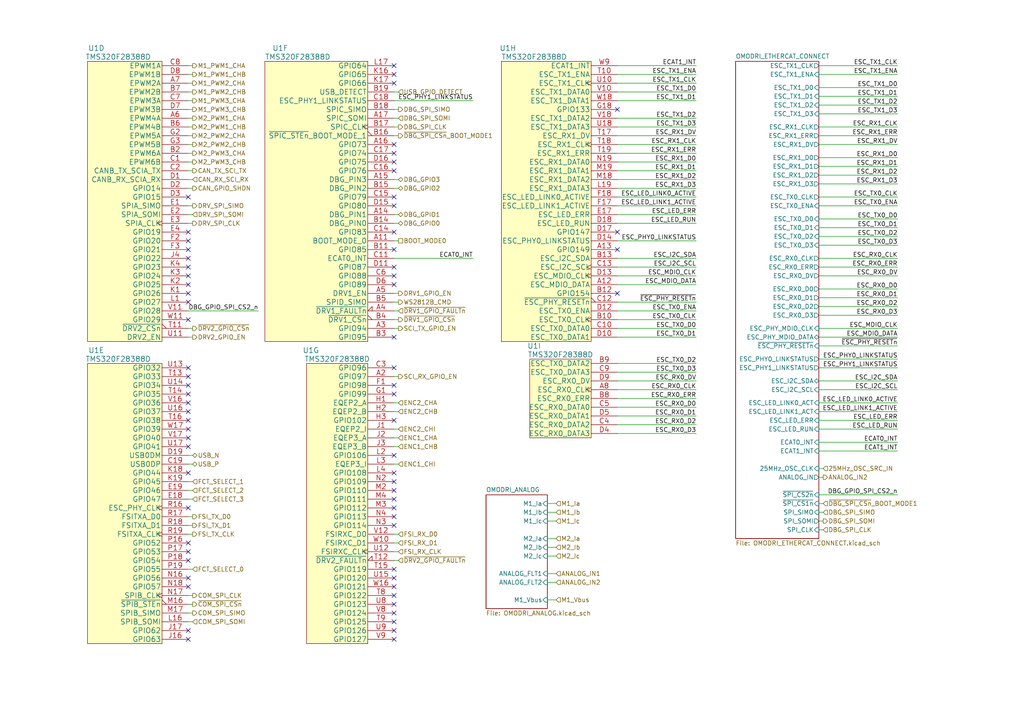
<source format=kicad_sch>
(kicad_sch (version 20211123) (generator eeschema)
  (paper "A4")
  (title_block (title "Open MOtor DRiver Initiative (OMODRI)") (date "2022-10-05") (rev "2.0") (company "LAAS/CNRS"))
  (lib_symbols
    (symbol "TMS320F28388D_1" (pin_names (offset 0.254))
      (property "Reference" "U" (at -8.89 55.88 0))
      (property "Value" "TMS320F28388D_1" (at -1.27 53.34 0))
      (symbol "TMS320F28388D_1_1_1"
        (pin power_in line (at -16.51 48.26 0) (length 7.62) (name "VSS") (number "A1"))
        (pin power_in line (at -16.51 45.72 0) (length 7.62) (name "VSS") (number "A10"))
        (pin power_in line (at -16.51 43.18 0) (length 7.62) (name "VSS") (number "A19"))
        (pin power_in line (at -16.51 33.02 0) (length 7.62) (name "VSS") (number "E12"))
        (pin power_in line (at -16.51 30.48 0) (length 7.62) (name "VSS") (number "E14"))
        (pin power_in line (at -16.51 27.94 0) (length 7.62) (name "VSS") (number "E15"))
        (pin power_in line (at -16.51 40.64 0) (length 7.62) (name "VSS") (number "E5"))
        (pin power_in line (at -16.51 38.1 0) (length 7.62) (name "VSS") (number "E6"))
        (pin power_in line (at -16.51 35.56 0) (length 7.62) (name "VSS") (number "E8"))
        (pin power_in line (at -16.51 17.78 0) (length 7.62) (name "VSS") (number "F12"))
        (pin power_in line (at -16.51 15.24 0) (length 7.62) (name "VSS") (number "F14"))
        (pin power_in line (at -16.51 12.7 0) (length 7.62) (name "VSS") (number "F15"))
        (pin power_in line (at -16.51 25.4 0) (length 7.62) (name "VSS") (number "F5"))
        (pin power_in line (at -16.51 22.86 0) (length 7.62) (name "VSS") (number "F6"))
        (pin power_in line (at -16.51 20.32 0) (length 7.62) (name "VSS") (number "F8"))
        (pin power_in line (at -16.51 10.16 0) (length 7.62) (name "VSS") (number "G16"))
        (pin power_in line (at -16.51 7.62 0) (length 7.62) (name "VSS") (number "G17"))
        (pin power_in line (at -16.51 0 0) (length 7.62) (name "VSS") (number "H10"))
        (pin power_in line (at -16.51 -2.54 0) (length 7.62) (name "VSS") (number "H11"))
        (pin power_in line (at -16.51 -5.08 0) (length 7.62) (name "VSS") (number "H12"))
        (pin power_in line (at -16.51 -7.62 0) (length 7.62) (name "VSS") (number "H14"))
        (pin power_in line (at -16.51 -10.16 0) (length 7.62) (name "VSS") (number "H15"))
        (pin power_in line (at 16.51 48.26 180) (length 7.62) (name "VSSOSC") (number "H18"))
        (pin power_in line (at 16.51 45.72 180) (length 7.62) (name "VSSOSC") (number "H19"))
        (pin power_in line (at -16.51 5.08 0) (length 7.62) (name "VSS") (number "H8"))
        (pin power_in line (at -16.51 2.54 0) (length 7.62) (name "VSS") (number "H9"))
        (pin power_in line (at -16.51 -22.86 0) (length 7.62) (name "VSS") (number "J10"))
        (pin power_in line (at -16.51 -25.4 0) (length 7.62) (name "VSS") (number "J11"))
        (pin power_in line (at -16.51 -27.94 0) (length 7.62) (name "VSS") (number "J12"))
        (pin power_in line (at -16.51 -12.7 0) (length 7.62) (name "VSS") (number "J5"))
        (pin power_in line (at -16.51 -15.24 0) (length 7.62) (name "VSS") (number "J6"))
        (pin power_in line (at -16.51 -17.78 0) (length 7.62) (name "VSS") (number "J8"))
        (pin power_in line (at -16.51 -20.32 0) (length 7.62) (name "VSS") (number "J9"))
        (pin power_in line (at -16.51 -35.56 0) (length 7.62) (name "VSS") (number "K10"))
        (pin power_in line (at -16.51 -38.1 0) (length 7.62) (name "VSS") (number "K11"))
        (pin power_in line (at -16.51 -40.64 0) (length 7.62) (name "VSS") (number "K12"))
        (pin power_in line (at -16.51 -43.18 0) (length 7.62) (name "VSS") (number "K14"))
        (pin power_in line (at -16.51 -45.72 0) (length 7.62) (name "VSS") (number "K15"))
        (pin power_in line (at -16.51 -30.48 0) (length 7.62) (name "VSS") (number "K8"))
        (pin power_in line (at -16.51 -33.02 0) (length 7.62) (name "VSS") (number "K9"))
        (pin power_in line (at 16.51 17.78 180) (length 7.62) (name "VSS") (number "L10"))
        (pin power_in line (at 16.51 15.24 180) (length 7.62) (name "VSS") (number "L11"))
        (pin power_in line (at 16.51 12.7 180) (length 7.62) (name "VSS") (number "L12"))
        (pin power_in line (at 16.51 10.16 180) (length 7.62) (name "VSS") (number "L18"))
        (pin power_in line (at 16.51 27.94 180) (length 7.62) (name "VSS") (number "L5"))
        (pin power_in line (at 16.51 25.4 180) (length 7.62) (name "VSS") (number "L6"))
        (pin power_in line (at 16.51 22.86 180) (length 7.62) (name "VSS") (number "L8"))
        (pin power_in line (at 16.51 20.32 180) (length 7.62) (name "VSS") (number "L9"))
        (pin power_in line (at 16.51 2.54 180) (length 7.62) (name "VSS") (number "M10"))
        (pin power_in line (at 16.51 0 180) (length 7.62) (name "VSS") (number "M11"))
        (pin power_in line (at 16.51 -2.54 180) (length 7.62) (name "VSS") (number "M12"))
        (pin power_in line (at 16.51 -5.08 180) (length 7.62) (name "VSS") (number "M14"))
        (pin power_in line (at 16.51 -7.62 180) (length 7.62) (name "VSS") (number "M15"))
        (pin power_in line (at 16.51 7.62 180) (length 7.62) (name "VSS") (number "M8"))
        (pin power_in line (at 16.51 5.08 180) (length 7.62) (name "VSS") (number "M9"))
        (pin power_in line (at 16.51 -10.16 180) (length 7.62) (name "VSS") (number "N1"))
        (pin power_in line (at 16.51 -12.7 180) (length 7.62) (name "VSS") (number "N5"))
        (pin power_in line (at 16.51 -15.24 180) (length 7.62) (name "VSS") (number "N6"))
        (pin power_in line (at 16.51 41.91 180) (length 7.62) (name "VSSA") (number "P1"))
        (pin power_in line (at 16.51 -22.86 180) (length 7.62) (name "VSS") (number "P11"))
        (pin power_in line (at 16.51 -25.4 180) (length 7.62) (name "VSS") (number "P12"))
        (pin power_in line (at 16.51 -27.94 180) (length 7.62) (name "VSS") (number "P14"))
        (pin power_in line (at 16.51 -30.48 180) (length 7.62) (name "VSS") (number "P15"))
        (pin power_in line (at 16.51 39.37 180) (length 7.62) (name "VSSA") (number "P5"))
        (pin power_in line (at 16.51 -17.78 180) (length 7.62) (name "VSS") (number "P7"))
        (pin power_in line (at 16.51 -20.32 180) (length 7.62) (name "VSS") (number "P8"))
        (pin power_in line (at 16.51 -38.1 180) (length 7.62) (name "VSS") (number "R14"))
        (pin power_in line (at 16.51 -40.64 180) (length 7.62) (name "VSS") (number "R15"))
        (pin power_in line (at 16.51 36.83 180) (length 7.62) (name "VSSA") (number "R5"))
        (pin power_in line (at 16.51 -33.02 180) (length 7.62) (name "VSS") (number "R7"))
        (pin power_in line (at 16.51 -35.56 180) (length 7.62) (name "VSS") (number "R8"))
        (pin power_in line (at 16.51 34.29 180) (length 7.62) (name "VSSA") (number "V7"))
        (pin power_in line (at 16.51 31.75 180) (length 7.62) (name "VSSA") (number "W1"))
        (pin power_in line (at 16.51 -45.72 180) (length 7.62) (name "VSS") (number "W19"))
        (pin power_in line (at 16.51 -43.18 180) (length 7.62) (name "VSS") (number "W7"))
      )
      (symbol "TMS320F28388D_1_2_1"
        (pin power_in line (at 17.78 45.72 180) (length 7.62) (name "VDDIO") (number "A18"))
        (pin power_in line (at 17.78 48.26 180) (length 7.62) (name "VDDIO") (number "A9"))
        (pin power_in line (at 17.78 43.18 180) (length 7.62) (name "VDDIO") (number "B1"))
        (pin power_in line (at 17.78 38.1 180) (length 7.62) (name "VDDIO") (number "E10"))
        (pin power_in line (at -17.78 45.72 0) (length 7.62) (name "VDD") (number "E11"))
        (pin power_in line (at 17.78 35.56 180) (length 7.62) (name "VDDIO") (number "E13"))
        (pin power_in line (at 17.78 33.02 180) (length 7.62) (name "VDDIO") (number "E16"))
        (pin power_in line (at 17.78 40.64 180) (length 7.62) (name "VDDIO") (number "E7"))
        (pin power_in line (at -17.78 48.26 0) (length 7.62) (name "VDD") (number "E9"))
        (pin power_in line (at 17.78 25.4 180) (length 7.62) (name "VDDIO") (number "F10"))
        (pin power_in line (at -17.78 40.64 0) (length 7.62) (name "VDD") (number "F11"))
        (pin power_in line (at 17.78 22.86 180) (length 7.62) (name "VDDIO") (number "F13"))
        (pin power_in line (at 17.78 20.32 180) (length 7.62) (name "VDDIO") (number "F16"))
        (pin power_in line (at 17.78 30.48 180) (length 7.62) (name "VDDIO") (number "F4"))
        (pin power_in line (at 17.78 27.94 180) (length 7.62) (name "VDDIO") (number "F7"))
        (pin power_in line (at -17.78 43.18 0) (length 7.62) (name "VDD") (number "F9"))
        (pin power_in line (at -17.78 38.1 0) (length 7.62) (name "VDD") (number "G14"))
        (pin power_in line (at -17.78 35.56 0) (length 7.62) (name "VDD") (number "G15"))
        (pin power_in line (at 17.78 17.78 180) (length 7.62) (name "VDDIO") (number "G4"))
        (pin power_in line (at 17.78 15.24 180) (length 7.62) (name "VDDIO") (number "G5"))
        (pin power_in line (at 17.78 12.7 180) (length 7.62) (name "VDDIO") (number "G6"))
        (pin power_in line (at -17.78 -17.78 0) (length 7.62) (name "VDDOSC") (number "H16"))
        (pin power_in line (at -17.78 -20.32 0) (length 7.62) (name "VDDOSC") (number "H17"))
        (pin power_in line (at 17.78 10.16 180) (length 7.62) (name "VDDIO") (number "H5"))
        (pin power_in line (at 17.78 7.62 180) (length 7.62) (name "VDDIO") (number "H6"))
        (pin power_in line (at -17.78 33.02 0) (length 7.62) (name "VDD") (number "J14"))
        (pin power_in line (at -17.78 30.48 0) (length 7.62) (name "VDD") (number "J15"))
        (pin power_in line (at -17.78 27.94 0) (length 7.62) (name "VDD") (number "K5"))
        (pin power_in line (at -17.78 25.4 0) (length 7.62) (name "VDD") (number "K6"))
        (pin power_in line (at 17.78 5.08 180) (length 7.62) (name "VDDIO") (number "L14"))
        (pin power_in line (at 17.78 2.54 180) (length 7.62) (name "VDDIO") (number "L15"))
        (pin power_in line (at 17.78 0 180) (length 7.62) (name "VDDIO") (number "M1"))
        (pin power_in line (at 17.78 -2.54 180) (length 7.62) (name "VDDIO") (number "M5"))
        (pin power_in line (at 17.78 -5.08 180) (length 7.62) (name "VDDIO") (number "M6"))
        (pin power_in line (at 17.78 -7.62 180) (length 7.62) (name "VDDIO") (number "N14"))
        (pin power_in line (at 17.78 -10.16 180) (length 7.62) (name "VDDIO") (number "N15"))
        (pin power_in line (at -17.78 22.86 0) (length 7.62) (name "VDD") (number "P10"))
        (pin power_in line (at -17.78 20.32 0) (length 7.62) (name "VDD") (number "P13"))
        (pin power_in line (at -17.78 10.16 0) (length 7.62) (name "VDDA") (number "P6"))
        (pin power_in line (at 17.78 -12.7 180) (length 7.62) (name "VDDIO") (number "P9"))
        (pin power_in line (at -17.78 17.78 0) (length 7.62) (name "VDD") (number "R10"))
        (pin power_in line (at -17.78 -3.81 0) (length 7.62) (name "VDD3VFL") (number "R11"))
        (pin power_in line (at -17.78 -6.35 0) (length 7.62) (name "VDD3VFL") (number "R12"))
        (pin power_in line (at -17.78 15.24 0) (length 7.62) (name "VDD") (number "R13"))
        (pin power_in line (at -17.78 7.62 0) (length 7.62) (name "VDDA") (number "R6"))
        (pin power_in line (at 17.78 -15.24 180) (length 7.62) (name "VDDIO") (number "R9"))
        (pin power_in line (at 17.78 -17.78 180) (length 7.62) (name "VDDIO") (number "V19"))
        (pin power_in line (at 17.78 -20.32 180) (length 7.62) (name "VDDIO") (number "W8"))
      )
      (symbol "TMS320F28388D_1_3_1"
        (pin power_in line (at -19.05 7.62 0) (length 7.62) (name "VREFLOC") (number "P2"))
        (pin input line (at 19.05 10.16 180) (length 7.62) (name "ADCINC3") (number "P3"))
        (pin input line (at 19.05 5.08 180) (length 7.62) (name "ADCINC5") (number "P4"))
        (pin power_in line (at -19.05 43.18 0) (length 7.62) (name "VREFHIC") (number "R1"))
        (pin power_in line (at -19.05 12.7 0) (length 7.62) (name "VREFLOA") (number "R2"))
        (pin input line (at 19.05 12.7 180) (length 7.62) (name "ADCINC2") (number "R3"))
        (pin input line (at 19.05 7.62 180) (length 7.62) (name "ADCINC4") (number "R4"))
        (pin input line (at 19.05 45.72 180) (length 7.62) (name "ADCINA1") (number "T1"))
        (pin input line (at 19.05 40.64 180) (length 7.62) (name "ADCINA3") (number "T2"))
        (pin input line (at 19.05 35.56 180) (length 7.62) (name "ADCINA5") (number "T3"))
        (pin input line (at 19.05 -17.78 180) (length 7.62) (name "ADCIN14") (number "T4"))
        (pin input line (at 19.05 0 180) (length 7.62) (name "ADCIND0") (number "T5"))
        (pin input line (at 19.05 -5.08 180) (length 7.62) (name "ADCIND2") (number "T6"))
        (pin input line (at 19.05 -10.16 180) (length 7.62) (name "ADCIND4") (number "T7"))
        (pin input line (at 19.05 48.26 180) (length 7.62) (name "ADCINA0") (number "U1"))
        (pin input line (at 19.05 43.18 180) (length 7.62) (name "ADCINA2") (number "U2"))
        (pin input line (at 19.05 38.1 180) (length 7.62) (name "ADCINA4") (number "U3"))
        (pin input line (at 19.05 -20.32 180) (length 7.62) (name "ADCIN15") (number "U4"))
        (pin input line (at 19.05 -2.54 180) (length 7.62) (name "ADCIND1") (number "U5"))
        (pin input line (at 19.05 -7.62 180) (length 7.62) (name "ADCIND3") (number "U6"))
        (pin input line (at 19.05 -12.7 180) (length 7.62) (name "ADCIND5") (number "U7"))
        (pin power_in line (at -19.05 48.26 0) (length 7.62) (name "VREFHIA") (number "V1"))
        (pin input line (at 19.05 30.48 180) (length 7.62) (name "ADCINB0") (number "V2"))
        (pin input line (at 19.05 25.4 180) (length 7.62) (name "ADCINB2") (number "V3"))
        (pin input line (at 19.05 20.32 180) (length 7.62) (name "ADCINB4") (number "V4"))
        (pin power_in line (at -19.05 40.64 0) (length 7.62) (name "VREFHID") (number "V5"))
        (pin power_in line (at -19.05 10.16 0) (length 7.62) (name "VREFLOB") (number "V6"))
        (pin input line (at 19.05 27.94 180) (length 7.62) (name "ADCINB1") (number "W2"))
        (pin input line (at 19.05 22.86 180) (length 7.62) (name "ADCINB3") (number "W3"))
        (pin input line (at 19.05 17.78 180) (length 7.62) (name "ADCINB5") (number "W4"))
        (pin power_in line (at -19.05 45.72 0) (length 7.62) (name "VREFHIB") (number "W5"))
        (pin power_in line (at -19.05 5.08 0) (length 7.62) (name "VREFLOD") (number "W6"))
      )
      (symbol "TMS320F28388D_1_4_1"
        (pin output line (at 16.51 33.02 180) (length 7.62) (name "EPWM4A") (number "A6"))
        (pin output line (at 16.51 43.18 180) (length 7.62) (name "EPWM2A") (number "A7"))
        (pin output line (at 16.51 22.86 180) (length 7.62) (name "EPWM6A") (number "B2"))
        (pin output line (at 16.51 30.48 180) (length 7.62) (name "EPWM4B") (number "B6"))
        (pin output line (at 16.51 40.64 180) (length 7.62) (name "EPWM2B") (number "B7"))
        (pin output line (at 16.51 20.32 180) (length 7.62) (name "EPWM6B") (number "C1"))
        (pin output line (at 16.51 17.78 180) (length 7.62) (name "CANB_TX_SCIA_TX") (number "C2"))
        (pin output line (at 16.51 38.1 180) (length 7.62) (name "EPWM3A") (number "C7"))
        (pin output line (at 16.51 48.26 180) (length 7.62) (name "EPWM1A") (number "C8"))
        (pin input line (at 16.51 15.24 180) (length 7.62) (name "CANB_RX_SCIA_RX") (number "D1"))
        (pin passive line (at 16.51 12.7 180) (length 7.62) (name "GPIO14") (number "D2"))
        (pin passive line (at 16.51 10.16 180) (length 7.62) (name "GPIO15") (number "D3"))
        (pin output line (at 16.51 35.56 180) (length 7.62) (name "EPWM3B") (number "D7"))
        (pin output line (at 16.51 45.72 180) (length 7.62) (name "EPWM1B") (number "D8"))
        (pin output line (at 16.51 7.62 180) (length 7.62) (name "SPIA_SIMO") (number "E1"))
        (pin input line (at 16.51 5.08 180) (length 7.62) (name "SPIA_SOMI") (number "E2"))
        (pin output clock (at 16.51 2.54 180) (length 7.62) (name "SPIA_CLK") (number "E3"))
        (pin passive line (at 16.51 0 180) (length 7.62) (name "GPIO19") (number "E4"))
        (pin passive line (at 16.51 -2.54 180) (length 7.62) (name "GPIO20") (number "F2"))
        (pin passive line (at 16.51 -5.08 180) (length 7.62) (name "GPIO21") (number "F3"))
        (pin output line (at 16.51 27.94 180) (length 7.62) (name "EPWM5A") (number "G2"))
        (pin output line (at 16.51 25.4 180) (length 7.62) (name "EPWM5B") (number "G3"))
        (pin passive line (at 16.51 -7.62 180) (length 7.62) (name "GPIO22") (number "J4"))
        (pin passive line (at 16.51 -17.78 180) (length 7.62) (name "GPIO26") (number "K1"))
        (pin passive line (at 16.51 -15.24 180) (length 7.62) (name "GPIO25") (number "K2"))
        (pin passive line (at 16.51 -12.7 180) (length 7.62) (name "GPIO24") (number "K3"))
        (pin passive line (at 16.51 -10.16 180) (length 7.62) (name "GPIO23") (number "K4"))
        (pin passive line (at 16.51 -20.32 180) (length 7.62) (name "GPIO27") (number "L1"))
        (pin output output_low (at 16.51 -27.94 180) (length 7.62) (name "~{DRV2_CSn}") (number "T11"))
        (pin output line (at 16.51 -30.48 180) (length 7.62) (name "DRV2_EN") (number "U11"))
        (pin passive line (at 16.51 -22.86 180) (length 7.62) (name "GPIO28") (number "V11"))
        (pin passive line (at 16.51 -25.4 180) (length 7.62) (name "GPIO29") (number "W11"))
      )
      (symbol "TMS320F28388D_1_5_1"
        (pin passive line (at 16.51 20.32 180) (length 7.62) (name "USB0DP") (number "C19"))
        (pin passive line (at 16.51 22.86 180) (length 7.62) (name "USB0DM") (number "D19"))
        (pin passive line (at 16.51 10.16 180) (length 7.62) (name "GPIO47") (number "E18"))
        (pin passive line (at 16.51 12.7 180) (length 7.62) (name "GPIO46") (number "E19"))
        (pin passive line (at 16.51 -30.48 180) (length 7.62) (name "GPIO63") (number "J16"))
        (pin passive line (at 16.51 -27.94 180) (length 7.62) (name "GPIO62") (number "J17"))
        (pin passive line (at 16.51 17.78 180) (length 7.62) (name "GPIO44") (number "K18"))
        (pin passive line (at 16.51 15.24 180) (length 7.62) (name "GPIO45") (number "K19"))
        (pin input line (at 16.51 -25.4 180) (length 7.62) (name "SPIB_SOMI") (number "L16"))
        (pin output output_low (at 16.51 -20.32 180) (length 7.62) (name "~{SPIB_STEn}") (number "M16"))
        (pin output line (at 16.51 -22.86 180) (length 7.62) (name "SPIB_SIMO") (number "M17"))
        (pin passive line (at 16.51 -12.7 180) (length 7.62) (name "GPIO56") (number "N16"))
        (pin output clock (at 16.51 -17.78 180) (length 7.62) (name "SPIB_CLK") (number "N17"))
        (pin passive line (at 16.51 -15.24 180) (length 7.62) (name "GPIO57") (number "N18"))
        (pin passive line (at 16.51 -2.54 180) (length 7.62) (name "GPIO52") (number "P16"))
        (pin passive line (at 16.51 -5.08 180) (length 7.62) (name "GPIO53") (number "P17"))
        (pin passive line (at 16.51 -7.62 180) (length 7.62) (name "GPIO54") (number "P18"))
        (pin passive line (at 16.51 -10.16 180) (length 7.62) (name "GPIO55") (number "P19"))
        (pin output clock (at 16.51 7.62 180) (length 7.62) (name "ESC_PHY_CLK") (number "R16"))
        (pin output line (at 16.51 5.08 180) (length 7.62) (name "FSITXA_D0") (number "R17"))
        (pin output line (at 16.51 2.54 180) (length 7.62) (name "FSITXA_D1") (number "R18"))
        (pin output clock (at 16.51 0 180) (length 7.62) (name "FSITXA_CLK") (number "R19"))
        (pin passive line (at 16.51 45.72 180) (length 7.62) (name "GPIO33") (number "T13"))
        (pin passive line (at 16.51 40.64 180) (length 7.62) (name "GPIO35") (number "T14"))
        (pin passive line (at 16.51 33.02 180) (length 7.62) (name "GPIO38") (number "T16"))
        (pin passive line (at 16.51 48.26 180) (length 7.62) (name "GPIO32") (number "U13"))
        (pin passive line (at 16.51 43.18 180) (length 7.62) (name "GPIO34") (number "U14"))
        (pin passive line (at 16.51 35.56 180) (length 7.62) (name "GPIO37") (number "U16"))
        (pin passive line (at 16.51 25.4 180) (length 7.62) (name "GPIO41") (number "U17"))
        (pin passive line (at 16.51 38.1 180) (length 7.62) (name "GPIO36") (number "V16"))
        (pin passive line (at 16.51 27.94 180) (length 7.62) (name "GPIO40") (number "V17"))
        (pin passive line (at 16.51 30.48 180) (length 7.62) (name "GPIO39") (number "W17"))
      )
      (symbol "TMS320F28388D_1_6_1"
        (pin passive line (at 16.51 -2.54 180) (length 7.62) (name "BOOT_MODE_0") (number "A11"))
        (pin passive line (at 16.51 5.08 180) (length 7.62) (name "DBG_PIN1") (number "A14"))
        (pin passive line (at 16.51 15.24 180) (length 7.62) (name "DBG_PIN3") (number "A15"))
        (pin passive line (at 16.51 25.4 180) (length 7.62) (name "GPIO73") (number "A16"))
        (pin input line (at 16.51 33.02 180) (length 7.62) (name "SPIC_SOMI") (number "A17"))
        (pin passive line (at 16.51 -27.94 180) (length 7.62) (name "GPIO94") (number "A3"))
        (pin input input_low (at 16.51 -22.86 180) (length 7.62) (name "~{DRV1_FAULTn}") (number "A4"))
        (pin output line (at 16.51 -17.78 180) (length 7.62) (name "DRV1_EN") (number "A5"))
        (pin passive line (at 16.51 -5.08 180) (length 7.62) (name "GPIO85") (number "B11"))
        (pin passive line (at 16.51 2.54 180) (length 7.62) (name "DBG_PIN0") (number "B14"))
        (pin passive line (at 16.51 12.7 180) (length 7.62) (name "DBG_PIN2") (number "B15"))
        (pin output output_low (at 16.51 27.94 180) (length 7.62) (name "~{SPIC_STEn}_BOOT_MODE_1") (number "B16"))
        (pin output clock (at 16.51 30.48 180) (length 7.62) (name "SPIC_CLK") (number "B17"))
        (pin output line (at 16.51 35.56 180) (length 7.62) (name "SPIC_SIMO") (number "B18"))
        (pin input line (at 16.51 40.64 180) (length 7.62) (name "USB_DETECT") (number "B19"))
        (pin passive line (at 16.51 -30.48 180) (length 7.62) (name "GPIO95") (number "B3"))
        (pin output output_low (at 16.51 -25.4 180) (length 7.62) (name "~{DRV1_CSn}") (number "B4"))
        (pin output line (at 16.51 -20.32 180) (length 7.62) (name "SPID_SIMO") (number "B5"))
        (pin input line (at 16.51 -7.62 180) (length 7.62) (name "ECAT0_INT") (number "C11"))
        (pin passive line (at 16.51 0 180) (length 7.62) (name "GPIO83") (number "C14"))
        (pin passive line (at 16.51 10.16 180) (length 7.62) (name "GPIO79") (number "C15"))
        (pin passive line (at 16.51 17.78 180) (length 7.62) (name "GPIO76") (number "C16"))
        (pin passive line (at 16.51 22.86 180) (length 7.62) (name "GPIO74") (number "C17"))
        (pin input line (at 16.51 38.1 180) (length 7.62) (name "ESC_PHY1_LINKSTATUS") (number "C18"))
        (pin passive line (at 16.51 -12.7 180) (length 7.62) (name "GPIO88") (number "C6"))
        (pin passive line (at 16.51 -10.16 180) (length 7.62) (name "GPIO87") (number "D11"))
        (pin passive line (at 16.51 7.62 180) (length 7.62) (name "GPIO80") (number "D15"))
        (pin passive line (at 16.51 20.32 180) (length 7.62) (name "GPIO75") (number "D16"))
        (pin passive line (at 16.51 -15.24 180) (length 7.62) (name "GPIO89") (number "D6"))
        (pin passive line (at 16.51 45.72 180) (length 7.62) (name "GPIO65") (number "K16"))
        (pin passive line (at 16.51 43.18 180) (length 7.62) (name "GPIO66") (number "K17"))
        (pin passive line (at 16.51 48.26 180) (length 7.62) (name "GPIO64") (number "L17"))
      )
      (symbol "TMS320F28388D_1_7_1"
        (pin passive line (at 16.51 45.72 180) (length 7.62) (name "GPIO97") (number "A2"))
        (pin passive line (at 16.51 48.26 180) (length 7.62) (name "GPIO96") (number "C3"))
        (pin passive line (at 16.51 43.18 180) (length 7.62) (name "GPIO98") (number "F1"))
        (pin passive line (at 16.51 40.64 180) (length 7.62) (name "GPIO99") (number "G1"))
        (pin input line (at 16.51 38.1 180) (length 7.62) (name "EQEP2_A") (number "H1"))
        (pin input line (at 16.51 35.56 180) (length 7.62) (name "EQEP2_B") (number "H2"))
        (pin passive line (at 16.51 33.02 180) (length 7.62) (name "GPIO102") (number "H3"))
        (pin input line (at 16.51 30.48 180) (length 7.62) (name "EQEP2_I") (number "J1"))
        (pin input line (at 16.51 27.94 180) (length 7.62) (name "EQEP3_A") (number "J2"))
        (pin input line (at 16.51 25.4 180) (length 7.62) (name "EQEP3_B") (number "J3"))
        (pin passive line (at 16.51 22.86 180) (length 7.62) (name "GPIO106") (number "L2"))
        (pin input line (at 16.51 20.32 180) (length 7.62) (name "EQEP3_I") (number "L3"))
        (pin passive line (at 16.51 17.78 180) (length 7.62) (name "GPIO108") (number "L4"))
        (pin passive line (at 16.51 12.7 180) (length 7.62) (name "GPIO110") (number "M2"))
        (pin passive line (at 16.51 7.62 180) (length 7.62) (name "GPIO112") (number "M3"))
        (pin passive line (at 16.51 10.16 180) (length 7.62) (name "GPIO111") (number "M4"))
        (pin passive line (at 16.51 15.24 180) (length 7.62) (name "GPIO109") (number "N2"))
        (pin passive line (at 16.51 2.54 180) (length 7.62) (name "GPIO114") (number "N3"))
        (pin passive line (at 16.51 5.08 180) (length 7.62) (name "GPIO113") (number "N4"))
        (pin input input_low (at 16.51 -7.62 180) (length 7.62) (name "~{DRV2_FAULTn}") (number "T12"))
        (pin passive line (at 16.51 -10.16 180) (length 7.62) (name "GPIO119") (number "T15"))
        (pin passive line (at 16.51 -17.78 180) (length 7.62) (name "GPIO122") (number "T8"))
        (pin passive line (at 16.51 -25.4 180) (length 7.62) (name "GPIO125") (number "T9"))
        (pin input clock (at 16.51 -5.08 180) (length 7.62) (name "FSIRXC_CLK") (number "U12"))
        (pin passive line (at 16.51 -12.7 180) (length 7.62) (name "GPIO120") (number "U15"))
        (pin passive line (at 16.51 -20.32 180) (length 7.62) (name "GPIO123") (number "U8"))
        (pin passive line (at 16.51 -27.94 180) (length 7.62) (name "GPIO126") (number "U9"))
        (pin input line (at 16.51 0 180) (length 7.62) (name "FSIRXC_D0") (number "V12"))
        (pin passive line (at 16.51 -22.86 180) (length 7.62) (name "GPIO124") (number "V8"))
        (pin passive line (at 16.51 -30.48 180) (length 7.62) (name "GPIO127") (number "V9"))
        (pin input line (at 16.51 -2.54 180) (length 7.62) (name "FSIRXC_D1") (number "W10"))
        (pin passive line (at 16.51 -15.24 180) (length 7.62) (name "GPIO121") (number "W16"))
      )
      (symbol "TMS320F28388D_1_8_1"
        (pin bidirectional line (at 16.51 -15.24 180) (length 7.62) (name "ESC_MDIO_DATA") (number "A12"))
        (pin passive line (at 16.51 -5.08 180) (length 7.62) (name "GPIO149") (number "A13"))
        (pin output clock (at 16.51 -25.4 180) (length 7.62) (name "ESC_TX0_CLK") (number "B10"))
        (pin passive line (at 16.51 -17.78 180) (length 7.62) (name "GPIO154") (number "B12"))
        (pin tri_state line (at 16.51 -7.62 180) (length 7.62) (name "ESC_I2C_SDA") (number "B13"))
        (pin output line (at 16.51 -27.94 180) (length 7.62) (name "ESC_TX0_DATA0") (number "C10"))
        (pin output output_low (at 16.51 -20.32 180) (length 7.62) (name "~{ESC_PHY_RESETn}") (number "C12"))
        (pin open_emitter clock (at 16.51 -10.16 180) (length 7.62) (name "ESC_I2C_SCL") (number "C13"))
        (pin output line (at 16.51 -30.48 180) (length 7.62) (name "ESC_TX0_DATA1") (number "D10"))
        (pin output line (at 16.51 -22.86 180) (length 7.62) (name "ESC_TX0_ENA") (number "D12"))
        (pin output clock (at 16.51 -12.7 180) (length 7.62) (name "ESC_MDIO_CLK") (number "D13"))
        (pin input line (at 16.51 -2.54 180) (length 7.62) (name "ESC_PHY0_LINKSTATUS") (number "D14"))
        (pin passive line (at 16.51 0 180) (length 7.62) (name "GPIO147") (number "D17"))
        (pin output line (at 16.51 2.54 180) (length 7.62) (name "ESC_LED_RUN") (number "D18"))
        (pin output line (at 16.51 5.08 180) (length 7.62) (name "ESC_LED_ERR") (number "E17"))
        (pin output line (at 16.51 7.62 180) (length 7.62) (name "ESC_LED_LINK1_ACTIVE") (number "F17"))
        (pin output line (at 16.51 10.16 180) (length 7.62) (name "ESC_LED_LINK0_ACTIVE") (number "F18"))
        (pin passive line (at 16.51 35.56 180) (length 7.62) (name "GPIO133") (number "G18"))
        (pin input line (at 16.51 12.7 180) (length 7.62) (name "ESC_RX1_DATA3") (number "L19"))
        (pin input line (at 16.51 15.24 180) (length 7.62) (name "ESC_RX1_DATA2") (number "M18"))
        (pin input line (at 16.51 17.78 180) (length 7.62) (name "ESC_RX1_DATA1") (number "M19"))
        (pin input line (at 16.51 20.32 180) (length 7.62) (name "ESC_RX1_DATA0") (number "N19"))
        (pin output line (at 16.51 45.72 180) (length 7.62) (name "ESC_TX1_ENA") (number "T10"))
        (pin passive line (at 16.51 27.94 180) (length 7.62) (name "ESC_RX1_DV") (number "T17"))
        (pin output clock (at 16.51 25.4 180) (length 7.62) (name "ESC_RX1_CLK") (number "T18"))
        (pin passive line (at 16.51 22.86 180) (length 7.62) (name "ESC_RX1_ERR") (number "T19"))
        (pin output clock (at 16.51 43.18 180) (length 7.62) (name "ESC_TX1_CLK") (number "U10"))
        (pin output line (at 16.51 30.48 180) (length 7.62) (name "ESC_TX1_DATA3") (number "U18"))
        (pin output line (at 16.51 40.64 180) (length 7.62) (name "ESC_TX1_DATA0") (number "V10"))
        (pin output line (at 16.51 33.02 180) (length 7.62) (name "ESC_TX1_DATA2") (number "V18"))
        (pin output line (at 16.51 38.1 180) (length 7.62) (name "ESC_TX1_DATA1") (number "W18"))
        (pin input line (at 16.51 48.26 180) (length 7.62) (name "ECAT1_INT") (number "W9"))
      )
      (symbol "TMS320F28388D_1_9_1"
        (pin output clock (at 16.51 40.64 180) (length 7.62) (name "ESC_RX0_CLK") (number "A8"))
        (pin passive line (at 16.51 38.1 180) (length 7.62) (name "ESC_RX0_ERR") (number "B8"))
        (pin output line (at 16.51 48.26 180) (length 7.62) (name "ESC_TX0_DATA2") (number "B9"))
        (pin input line (at 16.51 30.48 180) (length 7.62) (name "ESC_RX0_DATA2") (number "C4"))
        (pin input line (at 16.51 35.56 180) (length 7.62) (name "ESC_RX0_DATA0") (number "C5"))
        (pin output line (at 16.51 45.72 180) (length 7.62) (name "ESC_TX0_DATA3") (number "C9"))
        (pin input line (at 16.51 27.94 180) (length 7.62) (name "ESC_RX0_DATA3") (number "D4"))
        (pin input line (at 16.51 33.02 180) (length 7.62) (name "ESC_RX0_DATA1") (number "D5"))
        (pin passive line (at 16.51 43.18 180) (length 7.62) (name "ESC_RX0_DV") (number "D9"))
      )
      (symbol "TMS320F28388D_1_10_1"
        (pin open_collector line (at -16.51 17.78 0) (length 7.62) (name "~{XRSn}") (number "F19"))
        (pin input clock (at -16.51 43.18 0) (length 7.62) (name "X1") (number "G19"))
        (pin no_connect line (at 16.51 35.56 180) (length 7.62) (name "NC") (number "H4"))
        (pin no_connect line (at 16.51 33.02 180) (length 7.62) (name "NC") (number "J18"))
        (pin output inverted_clock (at -16.51 40.64 0) (length 7.62) (name "X2") (number "J19"))
        (pin open_collector line (at 16.51 48.26 180) (length 7.62) (name "ERRORSTS") (number "U19"))
        (pin no_connect line (at 16.51 40.64 180) (length 7.62) (name "FLT2") (number "V13"))
        (pin input input_low (at 16.51 27.94 180) (length 7.62) (name "~{TRSTn}") (number "V14"))
        (pin input clock (at 16.51 25.4 180) (length 7.62) (name "TCK") (number "V15"))
        (pin no_connect line (at 16.51 43.18 180) (length 7.62) (name "FLT1") (number "W12"))
        (pin input line (at 16.51 20.32 180) (length 7.62) (name "TDI") (number "W13"))
        (pin input line (at 16.51 22.86 180) (length 7.62) (name "TMS") (number "W14"))
        (pin output line (at 16.51 17.78 180) (length 7.62) (name "TDO") (number "W15"))
      )
    )
    (symbol "TMS320F28388D_2" (pin_names (offset 0.254))
      (property "Reference" "U" (at -8.89 55.88 0))
      (property "Value" "TMS320F28388D_2" (at -1.27 53.34 0))
      (symbol "TMS320F28388D_2_1_1"
        (pin power_in line (at -16.51 48.26 0) (length 7.62) (name "VSS") (number "A1"))
        (pin power_in line (at -16.51 45.72 0) (length 7.62) (name "VSS") (number "A10"))
        (pin power_in line (at -16.51 43.18 0) (length 7.62) (name "VSS") (number "A19"))
        (pin power_in line (at -16.51 33.02 0) (length 7.62) (name "VSS") (number "E12"))
        (pin power_in line (at -16.51 30.48 0) (length 7.62) (name "VSS") (number "E14"))
        (pin power_in line (at -16.51 27.94 0) (length 7.62) (name "VSS") (number "E15"))
        (pin power_in line (at -16.51 40.64 0) (length 7.62) (name "VSS") (number "E5"))
        (pin power_in line (at -16.51 38.1 0) (length 7.62) (name "VSS") (number "E6"))
        (pin power_in line (at -16.51 35.56 0) (length 7.62) (name "VSS") (number "E8"))
        (pin power_in line (at -16.51 17.78 0) (length 7.62) (name "VSS") (number "F12"))
        (pin power_in line (at -16.51 15.24 0) (length 7.62) (name "VSS") (number "F14"))
        (pin power_in line (at -16.51 12.7 0) (length 7.62) (name "VSS") (number "F15"))
        (pin power_in line (at -16.51 25.4 0) (length 7.62) (name "VSS") (number "F5"))
        (pin power_in line (at -16.51 22.86 0) (length 7.62) (name "VSS") (number "F6"))
        (pin power_in line (at -16.51 20.32 0) (length 7.62) (name "VSS") (number "F8"))
        (pin power_in line (at -16.51 10.16 0) (length 7.62) (name "VSS") (number "G16"))
        (pin power_in line (at -16.51 7.62 0) (length 7.62) (name "VSS") (number "G17"))
        (pin power_in line (at -16.51 0 0) (length 7.62) (name "VSS") (number "H10"))
        (pin power_in line (at -16.51 -2.54 0) (length 7.62) (name "VSS") (number "H11"))
        (pin power_in line (at -16.51 -5.08 0) (length 7.62) (name "VSS") (number "H12"))
        (pin power_in line (at -16.51 -7.62 0) (length 7.62) (name "VSS") (number "H14"))
        (pin power_in line (at -16.51 -10.16 0) (length 7.62) (name "VSS") (number "H15"))
        (pin power_in line (at 16.51 48.26 180) (length 7.62) (name "VSSOSC") (number "H18"))
        (pin power_in line (at 16.51 45.72 180) (length 7.62) (name "VSSOSC") (number "H19"))
        (pin power_in line (at -16.51 5.08 0) (length 7.62) (name "VSS") (number "H8"))
        (pin power_in line (at -16.51 2.54 0) (length 7.62) (name "VSS") (number "H9"))
        (pin power_in line (at -16.51 -22.86 0) (length 7.62) (name "VSS") (number "J10"))
        (pin power_in line (at -16.51 -25.4 0) (length 7.62) (name "VSS") (number "J11"))
        (pin power_in line (at -16.51 -27.94 0) (length 7.62) (name "VSS") (number "J12"))
        (pin power_in line (at -16.51 -12.7 0) (length 7.62) (name "VSS") (number "J5"))
        (pin power_in line (at -16.51 -15.24 0) (length 7.62) (name "VSS") (number "J6"))
        (pin power_in line (at -16.51 -17.78 0) (length 7.62) (name "VSS") (number "J8"))
        (pin power_in line (at -16.51 -20.32 0) (length 7.62) (name "VSS") (number "J9"))
        (pin power_in line (at -16.51 -35.56 0) (length 7.62) (name "VSS") (number "K10"))
        (pin power_in line (at -16.51 -38.1 0) (length 7.62) (name "VSS") (number "K11"))
        (pin power_in line (at -16.51 -40.64 0) (length 7.62) (name "VSS") (number "K12"))
        (pin power_in line (at -16.51 -43.18 0) (length 7.62) (name "VSS") (number "K14"))
        (pin power_in line (at -16.51 -45.72 0) (length 7.62) (name "VSS") (number "K15"))
        (pin power_in line (at -16.51 -30.48 0) (length 7.62) (name "VSS") (number "K8"))
        (pin power_in line (at -16.51 -33.02 0) (length 7.62) (name "VSS") (number "K9"))
        (pin power_in line (at 16.51 17.78 180) (length 7.62) (name "VSS") (number "L10"))
        (pin power_in line (at 16.51 15.24 180) (length 7.62) (name "VSS") (number "L11"))
        (pin power_in line (at 16.51 12.7 180) (length 7.62) (name "VSS") (number "L12"))
        (pin power_in line (at 16.51 10.16 180) (length 7.62) (name "VSS") (number "L18"))
        (pin power_in line (at 16.51 27.94 180) (length 7.62) (name "VSS") (number "L5"))
        (pin power_in line (at 16.51 25.4 180) (length 7.62) (name "VSS") (number "L6"))
        (pin power_in line (at 16.51 22.86 180) (length 7.62) (name "VSS") (number "L8"))
        (pin power_in line (at 16.51 20.32 180) (length 7.62) (name "VSS") (number "L9"))
        (pin power_in line (at 16.51 2.54 180) (length 7.62) (name "VSS") (number "M10"))
        (pin power_in line (at 16.51 0 180) (length 7.62) (name "VSS") (number "M11"))
        (pin power_in line (at 16.51 -2.54 180) (length 7.62) (name "VSS") (number "M12"))
        (pin power_in line (at 16.51 -5.08 180) (length 7.62) (name "VSS") (number "M14"))
        (pin power_in line (at 16.51 -7.62 180) (length 7.62) (name "VSS") (number "M15"))
        (pin power_in line (at 16.51 7.62 180) (length 7.62) (name "VSS") (number "M8"))
        (pin power_in line (at 16.51 5.08 180) (length 7.62) (name "VSS") (number "M9"))
        (pin power_in line (at 16.51 -10.16 180) (length 7.62) (name "VSS") (number "N1"))
        (pin power_in line (at 16.51 -12.7 180) (length 7.62) (name "VSS") (number "N5"))
        (pin power_in line (at 16.51 -15.24 180) (length 7.62) (name "VSS") (number "N6"))
        (pin power_in line (at 16.51 41.91 180) (length 7.62) (name "VSSA") (number "P1"))
        (pin power_in line (at 16.51 -22.86 180) (length 7.62) (name "VSS") (number "P11"))
        (pin power_in line (at 16.51 -25.4 180) (length 7.62) (name "VSS") (number "P12"))
        (pin power_in line (at 16.51 -27.94 180) (length 7.62) (name "VSS") (number "P14"))
        (pin power_in line (at 16.51 -30.48 180) (length 7.62) (name "VSS") (number "P15"))
        (pin power_in line (at 16.51 39.37 180) (length 7.62) (name "VSSA") (number "P5"))
        (pin power_in line (at 16.51 -17.78 180) (length 7.62) (name "VSS") (number "P7"))
        (pin power_in line (at 16.51 -20.32 180) (length 7.62) (name "VSS") (number "P8"))
        (pin power_in line (at 16.51 -38.1 180) (length 7.62) (name "VSS") (number "R14"))
        (pin power_in line (at 16.51 -40.64 180) (length 7.62) (name "VSS") (number "R15"))
        (pin power_in line (at 16.51 36.83 180) (length 7.62) (name "VSSA") (number "R5"))
        (pin power_in line (at 16.51 -33.02 180) (length 7.62) (name "VSS") (number "R7"))
        (pin power_in line (at 16.51 -35.56 180) (length 7.62) (name "VSS") (number "R8"))
        (pin power_in line (at 16.51 34.29 180) (length 7.62) (name "VSSA") (number "V7"))
        (pin power_in line (at 16.51 31.75 180) (length 7.62) (name "VSSA") (number "W1"))
        (pin power_in line (at 16.51 -45.72 180) (length 7.62) (name "VSS") (number "W19"))
        (pin power_in line (at 16.51 -43.18 180) (length 7.62) (name "VSS") (number "W7"))
      )
      (symbol "TMS320F28388D_2_2_1"
        (pin power_in line (at 17.78 45.72 180) (length 7.62) (name "VDDIO") (number "A18"))
        (pin power_in line (at 17.78 48.26 180) (length 7.62) (name "VDDIO") (number "A9"))
        (pin power_in line (at 17.78 43.18 180) (length 7.62) (name "VDDIO") (number "B1"))
        (pin power_in line (at 17.78 38.1 180) (length 7.62) (name "VDDIO") (number "E10"))
        (pin power_in line (at -17.78 45.72 0) (length 7.62) (name "VDD") (number "E11"))
        (pin power_in line (at 17.78 35.56 180) (length 7.62) (name "VDDIO") (number "E13"))
        (pin power_in line (at 17.78 33.02 180) (length 7.62) (name "VDDIO") (number "E16"))
        (pin power_in line (at 17.78 40.64 180) (length 7.62) (name "VDDIO") (number "E7"))
        (pin power_in line (at -17.78 48.26 0) (length 7.62) (name "VDD") (number "E9"))
        (pin power_in line (at 17.78 25.4 180) (length 7.62) (name "VDDIO") (number "F10"))
        (pin power_in line (at -17.78 40.64 0) (length 7.62) (name "VDD") (number "F11"))
        (pin power_in line (at 17.78 22.86 180) (length 7.62) (name "VDDIO") (number "F13"))
        (pin power_in line (at 17.78 20.32 180) (length 7.62) (name "VDDIO") (number "F16"))
        (pin power_in line (at 17.78 30.48 180) (length 7.62) (name "VDDIO") (number "F4"))
        (pin power_in line (at 17.78 27.94 180) (length 7.62) (name "VDDIO") (number "F7"))
        (pin power_in line (at -17.78 43.18 0) (length 7.62) (name "VDD") (number "F9"))
        (pin power_in line (at -17.78 38.1 0) (length 7.62) (name "VDD") (number "G14"))
        (pin power_in line (at -17.78 35.56 0) (length 7.62) (name "VDD") (number "G15"))
        (pin power_in line (at 17.78 17.78 180) (length 7.62) (name "VDDIO") (number "G4"))
        (pin power_in line (at 17.78 15.24 180) (length 7.62) (name "VDDIO") (number "G5"))
        (pin power_in line (at 17.78 12.7 180) (length 7.62) (name "VDDIO") (number "G6"))
        (pin power_in line (at -17.78 -17.78 0) (length 7.62) (name "VDDOSC") (number "H16"))
        (pin power_in line (at -17.78 -20.32 0) (length 7.62) (name "VDDOSC") (number "H17"))
        (pin power_in line (at 17.78 10.16 180) (length 7.62) (name "VDDIO") (number "H5"))
        (pin power_in line (at 17.78 7.62 180) (length 7.62) (name "VDDIO") (number "H6"))
        (pin power_in line (at -17.78 33.02 0) (length 7.62) (name "VDD") (number "J14"))
        (pin power_in line (at -17.78 30.48 0) (length 7.62) (name "VDD") (number "J15"))
        (pin power_in line (at -17.78 27.94 0) (length 7.62) (name "VDD") (number "K5"))
        (pin power_in line (at -17.78 25.4 0) (length 7.62) (name "VDD") (number "K6"))
        (pin power_in line (at 17.78 5.08 180) (length 7.62) (name "VDDIO") (number "L14"))
        (pin power_in line (at 17.78 2.54 180) (length 7.62) (name "VDDIO") (number "L15"))
        (pin power_in line (at 17.78 0 180) (length 7.62) (name "VDDIO") (number "M1"))
        (pin power_in line (at 17.78 -2.54 180) (length 7.62) (name "VDDIO") (number "M5"))
        (pin power_in line (at 17.78 -5.08 180) (length 7.62) (name "VDDIO") (number "M6"))
        (pin power_in line (at 17.78 -7.62 180) (length 7.62) (name "VDDIO") (number "N14"))
        (pin power_in line (at 17.78 -10.16 180) (length 7.62) (name "VDDIO") (number "N15"))
        (pin power_in line (at -17.78 22.86 0) (length 7.62) (name "VDD") (number "P10"))
        (pin power_in line (at -17.78 20.32 0) (length 7.62) (name "VDD") (number "P13"))
        (pin power_in line (at -17.78 10.16 0) (length 7.62) (name "VDDA") (number "P6"))
        (pin power_in line (at 17.78 -12.7 180) (length 7.62) (name "VDDIO") (number "P9"))
        (pin power_in line (at -17.78 17.78 0) (length 7.62) (name "VDD") (number "R10"))
        (pin power_in line (at -17.78 -3.81 0) (length 7.62) (name "VDD3VFL") (number "R11"))
        (pin power_in line (at -17.78 -6.35 0) (length 7.62) (name "VDD3VFL") (number "R12"))
        (pin power_in line (at -17.78 15.24 0) (length 7.62) (name "VDD") (number "R13"))
        (pin power_in line (at -17.78 7.62 0) (length 7.62) (name "VDDA") (number "R6"))
        (pin power_in line (at 17.78 -15.24 180) (length 7.62) (name "VDDIO") (number "R9"))
        (pin power_in line (at 17.78 -17.78 180) (length 7.62) (name "VDDIO") (number "V19"))
        (pin power_in line (at 17.78 -20.32 180) (length 7.62) (name "VDDIO") (number "W8"))
      )
      (symbol "TMS320F28388D_2_3_1"
        (pin power_in line (at -19.05 7.62 0) (length 7.62) (name "VREFLOC") (number "P2"))
        (pin input line (at 19.05 10.16 180) (length 7.62) (name "ADCINC3") (number "P3"))
        (pin input line (at 19.05 5.08 180) (length 7.62) (name "ADCINC5") (number "P4"))
        (pin power_in line (at -19.05 43.18 0) (length 7.62) (name "VREFHIC") (number "R1"))
        (pin power_in line (at -19.05 12.7 0) (length 7.62) (name "VREFLOA") (number "R2"))
        (pin input line (at 19.05 12.7 180) (length 7.62) (name "ADCINC2") (number "R3"))
        (pin input line (at 19.05 7.62 180) (length 7.62) (name "ADCINC4") (number "R4"))
        (pin input line (at 19.05 45.72 180) (length 7.62) (name "ADCINA1") (number "T1"))
        (pin input line (at 19.05 40.64 180) (length 7.62) (name "ADCINA3") (number "T2"))
        (pin input line (at 19.05 35.56 180) (length 7.62) (name "ADCINA5") (number "T3"))
        (pin input line (at 19.05 -17.78 180) (length 7.62) (name "ADCIN14") (number "T4"))
        (pin input line (at 19.05 0 180) (length 7.62) (name "ADCIND0") (number "T5"))
        (pin input line (at 19.05 -5.08 180) (length 7.62) (name "ADCIND2") (number "T6"))
        (pin input line (at 19.05 -10.16 180) (length 7.62) (name "ADCIND4") (number "T7"))
        (pin input line (at 19.05 48.26 180) (length 7.62) (name "ADCINA0") (number "U1"))
        (pin input line (at 19.05 43.18 180) (length 7.62) (name "ADCINA2") (number "U2"))
        (pin input line (at 19.05 38.1 180) (length 7.62) (name "ADCINA4") (number "U3"))
        (pin input line (at 19.05 -20.32 180) (length 7.62) (name "ADCIN15") (number "U4"))
        (pin input line (at 19.05 -2.54 180) (length 7.62) (name "ADCIND1") (number "U5"))
        (pin input line (at 19.05 -7.62 180) (length 7.62) (name "ADCIND3") (number "U6"))
        (pin input line (at 19.05 -12.7 180) (length 7.62) (name "ADCIND5") (number "U7"))
        (pin power_in line (at -19.05 48.26 0) (length 7.62) (name "VREFHIA") (number "V1"))
        (pin input line (at 19.05 30.48 180) (length 7.62) (name "ADCINB0") (number "V2"))
        (pin input line (at 19.05 25.4 180) (length 7.62) (name "ADCINB2") (number "V3"))
        (pin input line (at 19.05 20.32 180) (length 7.62) (name "ADCINB4") (number "V4"))
        (pin power_in line (at -19.05 40.64 0) (length 7.62) (name "VREFHID") (number "V5"))
        (pin power_in line (at -19.05 10.16 0) (length 7.62) (name "VREFLOB") (number "V6"))
        (pin input line (at 19.05 27.94 180) (length 7.62) (name "ADCINB1") (number "W2"))
        (pin input line (at 19.05 22.86 180) (length 7.62) (name "ADCINB3") (number "W3"))
        (pin input line (at 19.05 17.78 180) (length 7.62) (name "ADCINB5") (number "W4"))
        (pin power_in line (at -19.05 45.72 0) (length 7.62) (name "VREFHIB") (number "W5"))
        (pin power_in line (at -19.05 5.08 0) (length 7.62) (name "VREFLOD") (number "W6"))
      )
      (symbol "TMS320F28388D_2_4_1"
        (pin output line (at 16.51 33.02 180) (length 7.62) (name "EPWM4A") (number "A6"))
        (pin output line (at 16.51 43.18 180) (length 7.62) (name "EPWM2A") (number "A7"))
        (pin output line (at 16.51 22.86 180) (length 7.62) (name "EPWM6A") (number "B2"))
        (pin output line (at 16.51 30.48 180) (length 7.62) (name "EPWM4B") (number "B6"))
        (pin output line (at 16.51 40.64 180) (length 7.62) (name "EPWM2B") (number "B7"))
        (pin output line (at 16.51 20.32 180) (length 7.62) (name "EPWM6B") (number "C1"))
        (pin output line (at 16.51 17.78 180) (length 7.62) (name "CANB_TX_SCIA_TX") (number "C2"))
        (pin output line (at 16.51 38.1 180) (length 7.62) (name "EPWM3A") (number "C7"))
        (pin output line (at 16.51 48.26 180) (length 7.62) (name "EPWM1A") (number "C8"))
        (pin input line (at 16.51 15.24 180) (length 7.62) (name "CANB_RX_SCIA_RX") (number "D1"))
        (pin passive line (at 16.51 12.7 180) (length 7.62) (name "GPIO14") (number "D2"))
        (pin passive line (at 16.51 10.16 180) (length 7.62) (name "GPIO15") (number "D3"))
        (pin output line (at 16.51 35.56 180) (length 7.62) (name "EPWM3B") (number "D7"))
        (pin output line (at 16.51 45.72 180) (length 7.62) (name "EPWM1B") (number "D8"))
        (pin output line (at 16.51 7.62 180) (length 7.62) (name "SPIA_SIMO") (number "E1"))
        (pin input line (at 16.51 5.08 180) (length 7.62) (name "SPIA_SOMI") (number "E2"))
        (pin output clock (at 16.51 2.54 180) (length 7.62) (name "SPIA_CLK") (number "E3"))
        (pin passive line (at 16.51 0 180) (length 7.62) (name "GPIO19") (number "E4"))
        (pin passive line (at 16.51 -2.54 180) (length 7.62) (name "GPIO20") (number "F2"))
        (pin passive line (at 16.51 -5.08 180) (length 7.62) (name "GPIO21") (number "F3"))
        (pin output line (at 16.51 27.94 180) (length 7.62) (name "EPWM5A") (number "G2"))
        (pin output line (at 16.51 25.4 180) (length 7.62) (name "EPWM5B") (number "G3"))
        (pin passive line (at 16.51 -7.62 180) (length 7.62) (name "GPIO22") (number "J4"))
        (pin passive line (at 16.51 -17.78 180) (length 7.62) (name "GPIO26") (number "K1"))
        (pin passive line (at 16.51 -15.24 180) (length 7.62) (name "GPIO25") (number "K2"))
        (pin passive line (at 16.51 -12.7 180) (length 7.62) (name "GPIO24") (number "K3"))
        (pin passive line (at 16.51 -10.16 180) (length 7.62) (name "GPIO23") (number "K4"))
        (pin passive line (at 16.51 -20.32 180) (length 7.62) (name "GPIO27") (number "L1"))
        (pin output output_low (at 16.51 -27.94 180) (length 7.62) (name "~{DRV2_CSn}") (number "T11"))
        (pin output line (at 16.51 -30.48 180) (length 7.62) (name "DRV2_EN") (number "U11"))
        (pin passive line (at 16.51 -22.86 180) (length 7.62) (name "GPIO28") (number "V11"))
        (pin passive line (at 16.51 -25.4 180) (length 7.62) (name "GPIO29") (number "W11"))
      )
      (symbol "TMS320F28388D_2_5_1"
        (pin passive line (at 16.51 20.32 180) (length 7.62) (name "USB0DP") (number "C19"))
        (pin passive line (at 16.51 22.86 180) (length 7.62) (name "USB0DM") (number "D19"))
        (pin passive line (at 16.51 10.16 180) (length 7.62) (name "GPIO47") (number "E18"))
        (pin passive line (at 16.51 12.7 180) (length 7.62) (name "GPIO46") (number "E19"))
        (pin passive line (at 16.51 -30.48 180) (length 7.62) (name "GPIO63") (number "J16"))
        (pin passive line (at 16.51 -27.94 180) (length 7.62) (name "GPIO62") (number "J17"))
        (pin passive line (at 16.51 17.78 180) (length 7.62) (name "GPIO44") (number "K18"))
        (pin passive line (at 16.51 15.24 180) (length 7.62) (name "GPIO45") (number "K19"))
        (pin input line (at 16.51 -25.4 180) (length 7.62) (name "SPIB_SOMI") (number "L16"))
        (pin output output_low (at 16.51 -20.32 180) (length 7.62) (name "~{SPIB_STEn}") (number "M16"))
        (pin output line (at 16.51 -22.86 180) (length 7.62) (name "SPIB_SIMO") (number "M17"))
        (pin passive line (at 16.51 -12.7 180) (length 7.62) (name "GPIO56") (number "N16"))
        (pin output clock (at 16.51 -17.78 180) (length 7.62) (name "SPIB_CLK") (number "N17"))
        (pin passive line (at 16.51 -15.24 180) (length 7.62) (name "GPIO57") (number "N18"))
        (pin passive line (at 16.51 -2.54 180) (length 7.62) (name "GPIO52") (number "P16"))
        (pin passive line (at 16.51 -5.08 180) (length 7.62) (name "GPIO53") (number "P17"))
        (pin passive line (at 16.51 -7.62 180) (length 7.62) (name "GPIO54") (number "P18"))
        (pin passive line (at 16.51 -10.16 180) (length 7.62) (name "GPIO55") (number "P19"))
        (pin output clock (at 16.51 7.62 180) (length 7.62) (name "ESC_PHY_CLK") (number "R16"))
        (pin output line (at 16.51 5.08 180) (length 7.62) (name "FSITXA_D0") (number "R17"))
        (pin output line (at 16.51 2.54 180) (length 7.62) (name "FSITXA_D1") (number "R18"))
        (pin output clock (at 16.51 0 180) (length 7.62) (name "FSITXA_CLK") (number "R19"))
        (pin passive line (at 16.51 45.72 180) (length 7.62) (name "GPIO33") (number "T13"))
        (pin passive line (at 16.51 40.64 180) (length 7.62) (name "GPIO35") (number "T14"))
        (pin passive line (at 16.51 33.02 180) (length 7.62) (name "GPIO38") (number "T16"))
        (pin passive line (at 16.51 48.26 180) (length 7.62) (name "GPIO32") (number "U13"))
        (pin passive line (at 16.51 43.18 180) (length 7.62) (name "GPIO34") (number "U14"))
        (pin passive line (at 16.51 35.56 180) (length 7.62) (name "GPIO37") (number "U16"))
        (pin passive line (at 16.51 25.4 180) (length 7.62) (name "GPIO41") (number "U17"))
        (pin passive line (at 16.51 38.1 180) (length 7.62) (name "GPIO36") (number "V16"))
        (pin passive line (at 16.51 27.94 180) (length 7.62) (name "GPIO40") (number "V17"))
        (pin passive line (at 16.51 30.48 180) (length 7.62) (name "GPIO39") (number "W17"))
      )
      (symbol "TMS320F28388D_2_6_1"
        (pin passive line (at 16.51 -2.54 180) (length 7.62) (name "BOOT_MODE_0") (number "A11"))
        (pin passive line (at 16.51 5.08 180) (length 7.62) (name "DBG_PIN1") (number "A14"))
        (pin passive line (at 16.51 15.24 180) (length 7.62) (name "DBG_PIN3") (number "A15"))
        (pin passive line (at 16.51 25.4 180) (length 7.62) (name "GPIO73") (number "A16"))
        (pin input line (at 16.51 33.02 180) (length 7.62) (name "SPIC_SOMI") (number "A17"))
        (pin passive line (at 16.51 -27.94 180) (length 7.62) (name "GPIO94") (number "A3"))
        (pin input input_low (at 16.51 -22.86 180) (length 7.62) (name "~{DRV1_FAULTn}") (number "A4"))
        (pin output line (at 16.51 -17.78 180) (length 7.62) (name "DRV1_EN") (number "A5"))
        (pin passive line (at 16.51 -5.08 180) (length 7.62) (name "GPIO85") (number "B11"))
        (pin passive line (at 16.51 2.54 180) (length 7.62) (name "DBG_PIN0") (number "B14"))
        (pin passive line (at 16.51 12.7 180) (length 7.62) (name "DBG_PIN2") (number "B15"))
        (pin output output_low (at 16.51 27.94 180) (length 7.62) (name "~{SPIC_STEn}_BOOT_MODE_1") (number "B16"))
        (pin output clock (at 16.51 30.48 180) (length 7.62) (name "SPIC_CLK") (number "B17"))
        (pin output line (at 16.51 35.56 180) (length 7.62) (name "SPIC_SIMO") (number "B18"))
        (pin input line (at 16.51 40.64 180) (length 7.62) (name "USB_DETECT") (number "B19"))
        (pin passive line (at 16.51 -30.48 180) (length 7.62) (name "GPIO95") (number "B3"))
        (pin output output_low (at 16.51 -25.4 180) (length 7.62) (name "~{DRV1_CSn}") (number "B4"))
        (pin output line (at 16.51 -20.32 180) (length 7.62) (name "SPID_SIMO") (number "B5"))
        (pin input line (at 16.51 -7.62 180) (length 7.62) (name "ECAT0_INT") (number "C11"))
        (pin passive line (at 16.51 0 180) (length 7.62) (name "GPIO83") (number "C14"))
        (pin passive line (at 16.51 10.16 180) (length 7.62) (name "GPIO79") (number "C15"))
        (pin passive line (at 16.51 17.78 180) (length 7.62) (name "GPIO76") (number "C16"))
        (pin passive line (at 16.51 22.86 180) (length 7.62) (name "GPIO74") (number "C17"))
        (pin input line (at 16.51 38.1 180) (length 7.62) (name "ESC_PHY1_LINKSTATUS") (number "C18"))
        (pin passive line (at 16.51 -12.7 180) (length 7.62) (name "GPIO88") (number "C6"))
        (pin passive line (at 16.51 -10.16 180) (length 7.62) (name "GPIO87") (number "D11"))
        (pin passive line (at 16.51 7.62 180) (length 7.62) (name "GPIO80") (number "D15"))
        (pin passive line (at 16.51 20.32 180) (length 7.62) (name "GPIO75") (number "D16"))
        (pin passive line (at 16.51 -15.24 180) (length 7.62) (name "GPIO89") (number "D6"))
        (pin passive line (at 16.51 45.72 180) (length 7.62) (name "GPIO65") (number "K16"))
        (pin passive line (at 16.51 43.18 180) (length 7.62) (name "GPIO66") (number "K17"))
        (pin passive line (at 16.51 48.26 180) (length 7.62) (name "GPIO64") (number "L17"))
      )
      (symbol "TMS320F28388D_2_7_1"
        (pin passive line (at 16.51 45.72 180) (length 7.62) (name "GPIO97") (number "A2"))
        (pin passive line (at 16.51 48.26 180) (length 7.62) (name "GPIO96") (number "C3"))
        (pin passive line (at 16.51 43.18 180) (length 7.62) (name "GPIO98") (number "F1"))
        (pin passive line (at 16.51 40.64 180) (length 7.62) (name "GPIO99") (number "G1"))
        (pin input line (at 16.51 38.1 180) (length 7.62) (name "EQEP2_A") (number "H1"))
        (pin input line (at 16.51 35.56 180) (length 7.62) (name "EQEP2_B") (number "H2"))
        (pin passive line (at 16.51 33.02 180) (length 7.62) (name "GPIO102") (number "H3"))
        (pin input line (at 16.51 30.48 180) (length 7.62) (name "EQEP2_I") (number "J1"))
        (pin input line (at 16.51 27.94 180) (length 7.62) (name "EQEP3_A") (number "J2"))
        (pin input line (at 16.51 25.4 180) (length 7.62) (name "EQEP3_B") (number "J3"))
        (pin passive line (at 16.51 22.86 180) (length 7.62) (name "GPIO106") (number "L2"))
        (pin input line (at 16.51 20.32 180) (length 7.62) (name "EQEP3_I") (number "L3"))
        (pin passive line (at 16.51 17.78 180) (length 7.62) (name "GPIO108") (number "L4"))
        (pin passive line (at 16.51 12.7 180) (length 7.62) (name "GPIO110") (number "M2"))
        (pin passive line (at 16.51 7.62 180) (length 7.62) (name "GPIO112") (number "M3"))
        (pin passive line (at 16.51 10.16 180) (length 7.62) (name "GPIO111") (number "M4"))
        (pin passive line (at 16.51 15.24 180) (length 7.62) (name "GPIO109") (number "N2"))
        (pin passive line (at 16.51 2.54 180) (length 7.62) (name "GPIO114") (number "N3"))
        (pin passive line (at 16.51 5.08 180) (length 7.62) (name "GPIO113") (number "N4"))
        (pin input input_low (at 16.51 -7.62 180) (length 7.62) (name "~{DRV2_FAULTn}") (number "T12"))
        (pin passive line (at 16.51 -10.16 180) (length 7.62) (name "GPIO119") (number "T15"))
        (pin passive line (at 16.51 -17.78 180) (length 7.62) (name "GPIO122") (number "T8"))
        (pin passive line (at 16.51 -25.4 180) (length 7.62) (name "GPIO125") (number "T9"))
        (pin input clock (at 16.51 -5.08 180) (length 7.62) (name "FSIRXC_CLK") (number "U12"))
        (pin passive line (at 16.51 -12.7 180) (length 7.62) (name "GPIO120") (number "U15"))
        (pin passive line (at 16.51 -20.32 180) (length 7.62) (name "GPIO123") (number "U8"))
        (pin passive line (at 16.51 -27.94 180) (length 7.62) (name "GPIO126") (number "U9"))
        (pin input line (at 16.51 0 180) (length 7.62) (name "FSIRXC_D0") (number "V12"))
        (pin passive line (at 16.51 -22.86 180) (length 7.62) (name "GPIO124") (number "V8"))
        (pin passive line (at 16.51 -30.48 180) (length 7.62) (name "GPIO127") (number "V9"))
        (pin input line (at 16.51 -2.54 180) (length 7.62) (name "FSIRXC_D1") (number "W10"))
        (pin passive line (at 16.51 -15.24 180) (length 7.62) (name "GPIO121") (number "W16"))
      )
      (symbol "TMS320F28388D_2_8_1"
        (pin bidirectional line (at 16.51 -15.24 180) (length 7.62) (name "ESC_MDIO_DATA") (number "A12"))
        (pin passive line (at 16.51 -5.08 180) (length 7.62) (name "GPIO149") (number "A13"))
        (pin output clock (at 16.51 -25.4 180) (length 7.62) (name "ESC_TX0_CLK") (number "B10"))
        (pin passive line (at 16.51 -17.78 180) (length 7.62) (name "GPIO154") (number "B12"))
        (pin tri_state line (at 16.51 -7.62 180) (length 7.62) (name "ESC_I2C_SDA") (number "B13"))
        (pin output line (at 16.51 -27.94 180) (length 7.62) (name "ESC_TX0_DATA0") (number "C10"))
        (pin output output_low (at 16.51 -20.32 180) (length 7.62) (name "~{ESC_PHY_RESETn}") (number "C12"))
        (pin open_emitter clock (at 16.51 -10.16 180) (length 7.62) (name "ESC_I2C_SCL") (number "C13"))
        (pin output line (at 16.51 -30.48 180) (length 7.62) (name "ESC_TX0_DATA1") (number "D10"))
        (pin output line (at 16.51 -22.86 180) (length 7.62) (name "ESC_TX0_ENA") (number "D12"))
        (pin output clock (at 16.51 -12.7 180) (length 7.62) (name "ESC_MDIO_CLK") (number "D13"))
        (pin input line (at 16.51 -2.54 180) (length 7.62) (name "ESC_PHY0_LINKSTATUS") (number "D14"))
        (pin passive line (at 16.51 0 180) (length 7.62) (name "GPIO147") (number "D17"))
        (pin output line (at 16.51 2.54 180) (length 7.62) (name "ESC_LED_RUN") (number "D18"))
        (pin output line (at 16.51 5.08 180) (length 7.62) (name "ESC_LED_ERR") (number "E17"))
        (pin output line (at 16.51 7.62 180) (length 7.62) (name "ESC_LED_LINK1_ACTIVE") (number "F17"))
        (pin output line (at 16.51 10.16 180) (length 7.62) (name "ESC_LED_LINK0_ACTIVE") (number "F18"))
        (pin passive line (at 16.51 35.56 180) (length 7.62) (name "GPIO133") (number "G18"))
        (pin input line (at 16.51 12.7 180) (length 7.62) (name "ESC_RX1_DATA3") (number "L19"))
        (pin input line (at 16.51 15.24 180) (length 7.62) (name "ESC_RX1_DATA2") (number "M18"))
        (pin input line (at 16.51 17.78 180) (length 7.62) (name "ESC_RX1_DATA1") (number "M19"))
        (pin input line (at 16.51 20.32 180) (length 7.62) (name "ESC_RX1_DATA0") (number "N19"))
        (pin output line (at 16.51 45.72 180) (length 7.62) (name "ESC_TX1_ENA") (number "T10"))
        (pin passive line (at 16.51 27.94 180) (length 7.62) (name "ESC_RX1_DV") (number "T17"))
        (pin output clock (at 16.51 25.4 180) (length 7.62) (name "ESC_RX1_CLK") (number "T18"))
        (pin passive line (at 16.51 22.86 180) (length 7.62) (name "ESC_RX1_ERR") (number "T19"))
        (pin output clock (at 16.51 43.18 180) (length 7.62) (name "ESC_TX1_CLK") (number "U10"))
        (pin output line (at 16.51 30.48 180) (length 7.62) (name "ESC_TX1_DATA3") (number "U18"))
        (pin output line (at 16.51 40.64 180) (length 7.62) (name "ESC_TX1_DATA0") (number "V10"))
        (pin output line (at 16.51 33.02 180) (length 7.62) (name "ESC_TX1_DATA2") (number "V18"))
        (pin output line (at 16.51 38.1 180) (length 7.62) (name "ESC_TX1_DATA1") (number "W18"))
        (pin input line (at 16.51 48.26 180) (length 7.62) (name "ECAT1_INT") (number "W9"))
      )
      (symbol "TMS320F28388D_2_9_1"
        (pin output clock (at 16.51 40.64 180) (length 7.62) (name "ESC_RX0_CLK") (number "A8"))
        (pin passive line (at 16.51 38.1 180) (length 7.62) (name "ESC_RX0_ERR") (number "B8"))
        (pin output line (at 16.51 48.26 180) (length 7.62) (name "ESC_TX0_DATA2") (number "B9"))
        (pin input line (at 16.51 30.48 180) (length 7.62) (name "ESC_RX0_DATA2") (number "C4"))
        (pin input line (at 16.51 35.56 180) (length 7.62) (name "ESC_RX0_DATA0") (number "C5"))
        (pin output line (at 16.51 45.72 180) (length 7.62) (name "ESC_TX0_DATA3") (number "C9"))
        (pin input line (at 16.51 27.94 180) (length 7.62) (name "ESC_RX0_DATA3") (number "D4"))
        (pin input line (at 16.51 33.02 180) (length 7.62) (name "ESC_RX0_DATA1") (number "D5"))
        (pin passive line (at 16.51 43.18 180) (length 7.62) (name "ESC_RX0_DV") (number "D9"))
      )
      (symbol "TMS320F28388D_2_10_1"
        (pin open_collector line (at -16.51 17.78 0) (length 7.62) (name "~{XRSn}") (number "F19"))
        (pin input clock (at -16.51 43.18 0) (length 7.62) (name "X1") (number "G19"))
        (pin no_connect line (at 16.51 35.56 180) (length 7.62) (name "NC") (number "H4"))
        (pin no_connect line (at 16.51 33.02 180) (length 7.62) (name "NC") (number "J18"))
        (pin output inverted_clock (at -16.51 40.64 0) (length 7.62) (name "X2") (number "J19"))
        (pin open_collector line (at 16.51 48.26 180) (length 7.62) (name "ERRORSTS") (number "U19"))
        (pin no_connect line (at 16.51 40.64 180) (length 7.62) (name "FLT2") (number "V13"))
        (pin input input_low (at 16.51 27.94 180) (length 7.62) (name "~{TRSTn}") (number "V14"))
        (pin input clock (at 16.51 25.4 180) (length 7.62) (name "TCK") (number "V15"))
        (pin no_connect line (at 16.51 43.18 180) (length 7.62) (name "FLT1") (number "W12"))
        (pin input line (at 16.51 20.32 180) (length 7.62) (name "TDI") (number "W13"))
        (pin input line (at 16.51 22.86 180) (length 7.62) (name "TMS") (number "W14"))
        (pin output line (at 16.51 17.78 180) (length 7.62) (name "TDO") (number "W15"))
      )
    )
    (symbol "TMS320F28388D_3" (pin_names (offset 0.254))
      (property "Reference" "U" (at -8.89 55.88 0))
      (property "Value" "TMS320F28388D_3" (at -1.27 53.34 0))
      (symbol "TMS320F28388D_3_1_1"
        (pin power_in line (at -16.51 48.26 0) (length 7.62) (name "VSS") (number "A1"))
        (pin power_in line (at -16.51 45.72 0) (length 7.62) (name "VSS") (number "A10"))
        (pin power_in line (at -16.51 43.18 0) (length 7.62) (name "VSS") (number "A19"))
        (pin power_in line (at -16.51 33.02 0) (length 7.62) (name "VSS") (number "E12"))
        (pin power_in line (at -16.51 30.48 0) (length 7.62) (name "VSS") (number "E14"))
        (pin power_in line (at -16.51 27.94 0) (length 7.62) (name "VSS") (number "E15"))
        (pin power_in line (at -16.51 40.64 0) (length 7.62) (name "VSS") (number "E5"))
        (pin power_in line (at -16.51 38.1 0) (length 7.62) (name "VSS") (number "E6"))
        (pin power_in line (at -16.51 35.56 0) (length 7.62) (name "VSS") (number "E8"))
        (pin power_in line (at -16.51 17.78 0) (length 7.62) (name "VSS") (number "F12"))
        (pin power_in line (at -16.51 15.24 0) (length 7.62) (name "VSS") (number "F14"))
        (pin power_in line (at -16.51 12.7 0) (length 7.62) (name "VSS") (number "F15"))
        (pin power_in line (at -16.51 25.4 0) (length 7.62) (name "VSS") (number "F5"))
        (pin power_in line (at -16.51 22.86 0) (length 7.62) (name "VSS") (number "F6"))
        (pin power_in line (at -16.51 20.32 0) (length 7.62) (name "VSS") (number "F8"))
        (pin power_in line (at -16.51 10.16 0) (length 7.62) (name "VSS") (number "G16"))
        (pin power_in line (at -16.51 7.62 0) (length 7.62) (name "VSS") (number "G17"))
        (pin power_in line (at -16.51 0 0) (length 7.62) (name "VSS") (number "H10"))
        (pin power_in line (at -16.51 -2.54 0) (length 7.62) (name "VSS") (number "H11"))
        (pin power_in line (at -16.51 -5.08 0) (length 7.62) (name "VSS") (number "H12"))
        (pin power_in line (at -16.51 -7.62 0) (length 7.62) (name "VSS") (number "H14"))
        (pin power_in line (at -16.51 -10.16 0) (length 7.62) (name "VSS") (number "H15"))
        (pin power_in line (at 16.51 48.26 180) (length 7.62) (name "VSSOSC") (number "H18"))
        (pin power_in line (at 16.51 45.72 180) (length 7.62) (name "VSSOSC") (number "H19"))
        (pin power_in line (at -16.51 5.08 0) (length 7.62) (name "VSS") (number "H8"))
        (pin power_in line (at -16.51 2.54 0) (length 7.62) (name "VSS") (number "H9"))
        (pin power_in line (at -16.51 -22.86 0) (length 7.62) (name "VSS") (number "J10"))
        (pin power_in line (at -16.51 -25.4 0) (length 7.62) (name "VSS") (number "J11"))
        (pin power_in line (at -16.51 -27.94 0) (length 7.62) (name "VSS") (number "J12"))
        (pin power_in line (at -16.51 -12.7 0) (length 7.62) (name "VSS") (number "J5"))
        (pin power_in line (at -16.51 -15.24 0) (length 7.62) (name "VSS") (number "J6"))
        (pin power_in line (at -16.51 -17.78 0) (length 7.62) (name "VSS") (number "J8"))
        (pin power_in line (at -16.51 -20.32 0) (length 7.62) (name "VSS") (number "J9"))
        (pin power_in line (at -16.51 -35.56 0) (length 7.62) (name "VSS") (number "K10"))
        (pin power_in line (at -16.51 -38.1 0) (length 7.62) (name "VSS") (number "K11"))
        (pin power_in line (at -16.51 -40.64 0) (length 7.62) (name "VSS") (number "K12"))
        (pin power_in line (at -16.51 -43.18 0) (length 7.62) (name "VSS") (number "K14"))
        (pin power_in line (at -16.51 -45.72 0) (length 7.62) (name "VSS") (number "K15"))
        (pin power_in line (at -16.51 -30.48 0) (length 7.62) (name "VSS") (number "K8"))
        (pin power_in line (at -16.51 -33.02 0) (length 7.62) (name "VSS") (number "K9"))
        (pin power_in line (at 16.51 17.78 180) (length 7.62) (name "VSS") (number "L10"))
        (pin power_in line (at 16.51 15.24 180) (length 7.62) (name "VSS") (number "L11"))
        (pin power_in line (at 16.51 12.7 180) (length 7.62) (name "VSS") (number "L12"))
        (pin power_in line (at 16.51 10.16 180) (length 7.62) (name "VSS") (number "L18"))
        (pin power_in line (at 16.51 27.94 180) (length 7.62) (name "VSS") (number "L5"))
        (pin power_in line (at 16.51 25.4 180) (length 7.62) (name "VSS") (number "L6"))
        (pin power_in line (at 16.51 22.86 180) (length 7.62) (name "VSS") (number "L8"))
        (pin power_in line (at 16.51 20.32 180) (length 7.62) (name "VSS") (number "L9"))
        (pin power_in line (at 16.51 2.54 180) (length 7.62) (name "VSS") (number "M10"))
        (pin power_in line (at 16.51 0 180) (length 7.62) (name "VSS") (number "M11"))
        (pin power_in line (at 16.51 -2.54 180) (length 7.62) (name "VSS") (number "M12"))
        (pin power_in line (at 16.51 -5.08 180) (length 7.62) (name "VSS") (number "M14"))
        (pin power_in line (at 16.51 -7.62 180) (length 7.62) (name "VSS") (number "M15"))
        (pin power_in line (at 16.51 7.62 180) (length 7.62) (name "VSS") (number "M8"))
        (pin power_in line (at 16.51 5.08 180) (length 7.62) (name "VSS") (number "M9"))
        (pin power_in line (at 16.51 -10.16 180) (length 7.62) (name "VSS") (number "N1"))
        (pin power_in line (at 16.51 -12.7 180) (length 7.62) (name "VSS") (number "N5"))
        (pin power_in line (at 16.51 -15.24 180) (length 7.62) (name "VSS") (number "N6"))
        (pin power_in line (at 16.51 41.91 180) (length 7.62) (name "VSSA") (number "P1"))
        (pin power_in line (at 16.51 -22.86 180) (length 7.62) (name "VSS") (number "P11"))
        (pin power_in line (at 16.51 -25.4 180) (length 7.62) (name "VSS") (number "P12"))
        (pin power_in line (at 16.51 -27.94 180) (length 7.62) (name "VSS") (number "P14"))
        (pin power_in line (at 16.51 -30.48 180) (length 7.62) (name "VSS") (number "P15"))
        (pin power_in line (at 16.51 39.37 180) (length 7.62) (name "VSSA") (number "P5"))
        (pin power_in line (at 16.51 -17.78 180) (length 7.62) (name "VSS") (number "P7"))
        (pin power_in line (at 16.51 -20.32 180) (length 7.62) (name "VSS") (number "P8"))
        (pin power_in line (at 16.51 -38.1 180) (length 7.62) (name "VSS") (number "R14"))
        (pin power_in line (at 16.51 -40.64 180) (length 7.62) (name "VSS") (number "R15"))
        (pin power_in line (at 16.51 36.83 180) (length 7.62) (name "VSSA") (number "R5"))
        (pin power_in line (at 16.51 -33.02 180) (length 7.62) (name "VSS") (number "R7"))
        (pin power_in line (at 16.51 -35.56 180) (length 7.62) (name "VSS") (number "R8"))
        (pin power_in line (at 16.51 34.29 180) (length 7.62) (name "VSSA") (number "V7"))
        (pin power_in line (at 16.51 31.75 180) (length 7.62) (name "VSSA") (number "W1"))
        (pin power_in line (at 16.51 -45.72 180) (length 7.62) (name "VSS") (number "W19"))
        (pin power_in line (at 16.51 -43.18 180) (length 7.62) (name "VSS") (number "W7"))
      )
      (symbol "TMS320F28388D_3_2_1"
        (pin power_in line (at 17.78 45.72 180) (length 7.62) (name "VDDIO") (number "A18"))
        (pin power_in line (at 17.78 48.26 180) (length 7.62) (name "VDDIO") (number "A9"))
        (pin power_in line (at 17.78 43.18 180) (length 7.62) (name "VDDIO") (number "B1"))
        (pin power_in line (at 17.78 38.1 180) (length 7.62) (name "VDDIO") (number "E10"))
        (pin power_in line (at -17.78 45.72 0) (length 7.62) (name "VDD") (number "E11"))
        (pin power_in line (at 17.78 35.56 180) (length 7.62) (name "VDDIO") (number "E13"))
        (pin power_in line (at 17.78 33.02 180) (length 7.62) (name "VDDIO") (number "E16"))
        (pin power_in line (at 17.78 40.64 180) (length 7.62) (name "VDDIO") (number "E7"))
        (pin power_in line (at -17.78 48.26 0) (length 7.62) (name "VDD") (number "E9"))
        (pin power_in line (at 17.78 25.4 180) (length 7.62) (name "VDDIO") (number "F10"))
        (pin power_in line (at -17.78 40.64 0) (length 7.62) (name "VDD") (number "F11"))
        (pin power_in line (at 17.78 22.86 180) (length 7.62) (name "VDDIO") (number "F13"))
        (pin power_in line (at 17.78 20.32 180) (length 7.62) (name "VDDIO") (number "F16"))
        (pin power_in line (at 17.78 30.48 180) (length 7.62) (name "VDDIO") (number "F4"))
        (pin power_in line (at 17.78 27.94 180) (length 7.62) (name "VDDIO") (number "F7"))
        (pin power_in line (at -17.78 43.18 0) (length 7.62) (name "VDD") (number "F9"))
        (pin power_in line (at -17.78 38.1 0) (length 7.62) (name "VDD") (number "G14"))
        (pin power_in line (at -17.78 35.56 0) (length 7.62) (name "VDD") (number "G15"))
        (pin power_in line (at 17.78 17.78 180) (length 7.62) (name "VDDIO") (number "G4"))
        (pin power_in line (at 17.78 15.24 180) (length 7.62) (name "VDDIO") (number "G5"))
        (pin power_in line (at 17.78 12.7 180) (length 7.62) (name "VDDIO") (number "G6"))
        (pin power_in line (at -17.78 -17.78 0) (length 7.62) (name "VDDOSC") (number "H16"))
        (pin power_in line (at -17.78 -20.32 0) (length 7.62) (name "VDDOSC") (number "H17"))
        (pin power_in line (at 17.78 10.16 180) (length 7.62) (name "VDDIO") (number "H5"))
        (pin power_in line (at 17.78 7.62 180) (length 7.62) (name "VDDIO") (number "H6"))
        (pin power_in line (at -17.78 33.02 0) (length 7.62) (name "VDD") (number "J14"))
        (pin power_in line (at -17.78 30.48 0) (length 7.62) (name "VDD") (number "J15"))
        (pin power_in line (at -17.78 27.94 0) (length 7.62) (name "VDD") (number "K5"))
        (pin power_in line (at -17.78 25.4 0) (length 7.62) (name "VDD") (number "K6"))
        (pin power_in line (at 17.78 5.08 180) (length 7.62) (name "VDDIO") (number "L14"))
        (pin power_in line (at 17.78 2.54 180) (length 7.62) (name "VDDIO") (number "L15"))
        (pin power_in line (at 17.78 0 180) (length 7.62) (name "VDDIO") (number "M1"))
        (pin power_in line (at 17.78 -2.54 180) (length 7.62) (name "VDDIO") (number "M5"))
        (pin power_in line (at 17.78 -5.08 180) (length 7.62) (name "VDDIO") (number "M6"))
        (pin power_in line (at 17.78 -7.62 180) (length 7.62) (name "VDDIO") (number "N14"))
        (pin power_in line (at 17.78 -10.16 180) (length 7.62) (name "VDDIO") (number "N15"))
        (pin power_in line (at -17.78 22.86 0) (length 7.62) (name "VDD") (number "P10"))
        (pin power_in line (at -17.78 20.32 0) (length 7.62) (name "VDD") (number "P13"))
        (pin power_in line (at -17.78 10.16 0) (length 7.62) (name "VDDA") (number "P6"))
        (pin power_in line (at 17.78 -12.7 180) (length 7.62) (name "VDDIO") (number "P9"))
        (pin power_in line (at -17.78 17.78 0) (length 7.62) (name "VDD") (number "R10"))
        (pin power_in line (at -17.78 -3.81 0) (length 7.62) (name "VDD3VFL") (number "R11"))
        (pin power_in line (at -17.78 -6.35 0) (length 7.62) (name "VDD3VFL") (number "R12"))
        (pin power_in line (at -17.78 15.24 0) (length 7.62) (name "VDD") (number "R13"))
        (pin power_in line (at -17.78 7.62 0) (length 7.62) (name "VDDA") (number "R6"))
        (pin power_in line (at 17.78 -15.24 180) (length 7.62) (name "VDDIO") (number "R9"))
        (pin power_in line (at 17.78 -17.78 180) (length 7.62) (name "VDDIO") (number "V19"))
        (pin power_in line (at 17.78 -20.32 180) (length 7.62) (name "VDDIO") (number "W8"))
      )
      (symbol "TMS320F28388D_3_3_1"
        (pin power_in line (at -19.05 7.62 0) (length 7.62) (name "VREFLOC") (number "P2"))
        (pin input line (at 19.05 10.16 180) (length 7.62) (name "ADCINC3") (number "P3"))
        (pin input line (at 19.05 5.08 180) (length 7.62) (name "ADCINC5") (number "P4"))
        (pin power_in line (at -19.05 43.18 0) (length 7.62) (name "VREFHIC") (number "R1"))
        (pin power_in line (at -19.05 12.7 0) (length 7.62) (name "VREFLOA") (number "R2"))
        (pin input line (at 19.05 12.7 180) (length 7.62) (name "ADCINC2") (number "R3"))
        (pin input line (at 19.05 7.62 180) (length 7.62) (name "ADCINC4") (number "R4"))
        (pin input line (at 19.05 45.72 180) (length 7.62) (name "ADCINA1") (number "T1"))
        (pin input line (at 19.05 40.64 180) (length 7.62) (name "ADCINA3") (number "T2"))
        (pin input line (at 19.05 35.56 180) (length 7.62) (name "ADCINA5") (number "T3"))
        (pin input line (at 19.05 -17.78 180) (length 7.62) (name "ADCIN14") (number "T4"))
        (pin input line (at 19.05 0 180) (length 7.62) (name "ADCIND0") (number "T5"))
        (pin input line (at 19.05 -5.08 180) (length 7.62) (name "ADCIND2") (number "T6"))
        (pin input line (at 19.05 -10.16 180) (length 7.62) (name "ADCIND4") (number "T7"))
        (pin input line (at 19.05 48.26 180) (length 7.62) (name "ADCINA0") (number "U1"))
        (pin input line (at 19.05 43.18 180) (length 7.62) (name "ADCINA2") (number "U2"))
        (pin input line (at 19.05 38.1 180) (length 7.62) (name "ADCINA4") (number "U3"))
        (pin input line (at 19.05 -20.32 180) (length 7.62) (name "ADCIN15") (number "U4"))
        (pin input line (at 19.05 -2.54 180) (length 7.62) (name "ADCIND1") (number "U5"))
        (pin input line (at 19.05 -7.62 180) (length 7.62) (name "ADCIND3") (number "U6"))
        (pin input line (at 19.05 -12.7 180) (length 7.62) (name "ADCIND5") (number "U7"))
        (pin power_in line (at -19.05 48.26 0) (length 7.62) (name "VREFHIA") (number "V1"))
        (pin input line (at 19.05 30.48 180) (length 7.62) (name "ADCINB0") (number "V2"))
        (pin input line (at 19.05 25.4 180) (length 7.62) (name "ADCINB2") (number "V3"))
        (pin input line (at 19.05 20.32 180) (length 7.62) (name "ADCINB4") (number "V4"))
        (pin power_in line (at -19.05 40.64 0) (length 7.62) (name "VREFHID") (number "V5"))
        (pin power_in line (at -19.05 10.16 0) (length 7.62) (name "VREFLOB") (number "V6"))
        (pin input line (at 19.05 27.94 180) (length 7.62) (name "ADCINB1") (number "W2"))
        (pin input line (at 19.05 22.86 180) (length 7.62) (name "ADCINB3") (number "W3"))
        (pin input line (at 19.05 17.78 180) (length 7.62) (name "ADCINB5") (number "W4"))
        (pin power_in line (at -19.05 45.72 0) (length 7.62) (name "VREFHIB") (number "W5"))
        (pin power_in line (at -19.05 5.08 0) (length 7.62) (name "VREFLOD") (number "W6"))
      )
      (symbol "TMS320F28388D_3_4_1"
        (pin output line (at 16.51 33.02 180) (length 7.62) (name "EPWM4A") (number "A6"))
        (pin output line (at 16.51 43.18 180) (length 7.62) (name "EPWM2A") (number "A7"))
        (pin output line (at 16.51 22.86 180) (length 7.62) (name "EPWM6A") (number "B2"))
        (pin output line (at 16.51 30.48 180) (length 7.62) (name "EPWM4B") (number "B6"))
        (pin output line (at 16.51 40.64 180) (length 7.62) (name "EPWM2B") (number "B7"))
        (pin output line (at 16.51 20.32 180) (length 7.62) (name "EPWM6B") (number "C1"))
        (pin output line (at 16.51 17.78 180) (length 7.62) (name "CANB_TX_SCIA_TX") (number "C2"))
        (pin output line (at 16.51 38.1 180) (length 7.62) (name "EPWM3A") (number "C7"))
        (pin output line (at 16.51 48.26 180) (length 7.62) (name "EPWM1A") (number "C8"))
        (pin input line (at 16.51 15.24 180) (length 7.62) (name "CANB_RX_SCIA_RX") (number "D1"))
        (pin passive line (at 16.51 12.7 180) (length 7.62) (name "GPIO14") (number "D2"))
        (pin passive line (at 16.51 10.16 180) (length 7.62) (name "GPIO15") (number "D3"))
        (pin output line (at 16.51 35.56 180) (length 7.62) (name "EPWM3B") (number "D7"))
        (pin output line (at 16.51 45.72 180) (length 7.62) (name "EPWM1B") (number "D8"))
        (pin output line (at 16.51 7.62 180) (length 7.62) (name "SPIA_SIMO") (number "E1"))
        (pin input line (at 16.51 5.08 180) (length 7.62) (name "SPIA_SOMI") (number "E2"))
        (pin output clock (at 16.51 2.54 180) (length 7.62) (name "SPIA_CLK") (number "E3"))
        (pin passive line (at 16.51 0 180) (length 7.62) (name "GPIO19") (number "E4"))
        (pin passive line (at 16.51 -2.54 180) (length 7.62) (name "GPIO20") (number "F2"))
        (pin passive line (at 16.51 -5.08 180) (length 7.62) (name "GPIO21") (number "F3"))
        (pin output line (at 16.51 27.94 180) (length 7.62) (name "EPWM5A") (number "G2"))
        (pin output line (at 16.51 25.4 180) (length 7.62) (name "EPWM5B") (number "G3"))
        (pin passive line (at 16.51 -7.62 180) (length 7.62) (name "GPIO22") (number "J4"))
        (pin passive line (at 16.51 -17.78 180) (length 7.62) (name "GPIO26") (number "K1"))
        (pin passive line (at 16.51 -15.24 180) (length 7.62) (name "GPIO25") (number "K2"))
        (pin passive line (at 16.51 -12.7 180) (length 7.62) (name "GPIO24") (number "K3"))
        (pin passive line (at 16.51 -10.16 180) (length 7.62) (name "GPIO23") (number "K4"))
        (pin passive line (at 16.51 -20.32 180) (length 7.62) (name "GPIO27") (number "L1"))
        (pin output output_low (at 16.51 -27.94 180) (length 7.62) (name "~{DRV2_CSn}") (number "T11"))
        (pin output line (at 16.51 -30.48 180) (length 7.62) (name "DRV2_EN") (number "U11"))
        (pin passive line (at 16.51 -22.86 180) (length 7.62) (name "GPIO28") (number "V11"))
        (pin passive line (at 16.51 -25.4 180) (length 7.62) (name "GPIO29") (number "W11"))
      )
      (symbol "TMS320F28388D_3_5_1"
        (pin passive line (at 16.51 20.32 180) (length 7.62) (name "USB0DP") (number "C19"))
        (pin passive line (at 16.51 22.86 180) (length 7.62) (name "USB0DM") (number "D19"))
        (pin passive line (at 16.51 10.16 180) (length 7.62) (name "GPIO47") (number "E18"))
        (pin passive line (at 16.51 12.7 180) (length 7.62) (name "GPIO46") (number "E19"))
        (pin passive line (at 16.51 -30.48 180) (length 7.62) (name "GPIO63") (number "J16"))
        (pin passive line (at 16.51 -27.94 180) (length 7.62) (name "GPIO62") (number "J17"))
        (pin passive line (at 16.51 17.78 180) (length 7.62) (name "GPIO44") (number "K18"))
        (pin passive line (at 16.51 15.24 180) (length 7.62) (name "GPIO45") (number "K19"))
        (pin input line (at 16.51 -25.4 180) (length 7.62) (name "SPIB_SOMI") (number "L16"))
        (pin output output_low (at 16.51 -20.32 180) (length 7.62) (name "~{SPIB_STEn}") (number "M16"))
        (pin output line (at 16.51 -22.86 180) (length 7.62) (name "SPIB_SIMO") (number "M17"))
        (pin passive line (at 16.51 -12.7 180) (length 7.62) (name "GPIO56") (number "N16"))
        (pin output clock (at 16.51 -17.78 180) (length 7.62) (name "SPIB_CLK") (number "N17"))
        (pin passive line (at 16.51 -15.24 180) (length 7.62) (name "GPIO57") (number "N18"))
        (pin passive line (at 16.51 -2.54 180) (length 7.62) (name "GPIO52") (number "P16"))
        (pin passive line (at 16.51 -5.08 180) (length 7.62) (name "GPIO53") (number "P17"))
        (pin passive line (at 16.51 -7.62 180) (length 7.62) (name "GPIO54") (number "P18"))
        (pin passive line (at 16.51 -10.16 180) (length 7.62) (name "GPIO55") (number "P19"))
        (pin output clock (at 16.51 7.62 180) (length 7.62) (name "ESC_PHY_CLK") (number "R16"))
        (pin output line (at 16.51 5.08 180) (length 7.62) (name "FSITXA_D0") (number "R17"))
        (pin output line (at 16.51 2.54 180) (length 7.62) (name "FSITXA_D1") (number "R18"))
        (pin output clock (at 16.51 0 180) (length 7.62) (name "FSITXA_CLK") (number "R19"))
        (pin passive line (at 16.51 45.72 180) (length 7.62) (name "GPIO33") (number "T13"))
        (pin passive line (at 16.51 40.64 180) (length 7.62) (name "GPIO35") (number "T14"))
        (pin passive line (at 16.51 33.02 180) (length 7.62) (name "GPIO38") (number "T16"))
        (pin passive line (at 16.51 48.26 180) (length 7.62) (name "GPIO32") (number "U13"))
        (pin passive line (at 16.51 43.18 180) (length 7.62) (name "GPIO34") (number "U14"))
        (pin passive line (at 16.51 35.56 180) (length 7.62) (name "GPIO37") (number "U16"))
        (pin passive line (at 16.51 25.4 180) (length 7.62) (name "GPIO41") (number "U17"))
        (pin passive line (at 16.51 38.1 180) (length 7.62) (name "GPIO36") (number "V16"))
        (pin passive line (at 16.51 27.94 180) (length 7.62) (name "GPIO40") (number "V17"))
        (pin passive line (at 16.51 30.48 180) (length 7.62) (name "GPIO39") (number "W17"))
      )
      (symbol "TMS320F28388D_3_6_1"
        (pin passive line (at 16.51 -2.54 180) (length 7.62) (name "BOOT_MODE_0") (number "A11"))
        (pin passive line (at 16.51 5.08 180) (length 7.62) (name "DBG_PIN1") (number "A14"))
        (pin passive line (at 16.51 15.24 180) (length 7.62) (name "DBG_PIN3") (number "A15"))
        (pin passive line (at 16.51 25.4 180) (length 7.62) (name "GPIO73") (number "A16"))
        (pin input line (at 16.51 33.02 180) (length 7.62) (name "SPIC_SOMI") (number "A17"))
        (pin passive line (at 16.51 -27.94 180) (length 7.62) (name "GPIO94") (number "A3"))
        (pin input input_low (at 16.51 -22.86 180) (length 7.62) (name "~{DRV1_FAULTn}") (number "A4"))
        (pin output line (at 16.51 -17.78 180) (length 7.62) (name "DRV1_EN") (number "A5"))
        (pin passive line (at 16.51 -5.08 180) (length 7.62) (name "GPIO85") (number "B11"))
        (pin passive line (at 16.51 2.54 180) (length 7.62) (name "DBG_PIN0") (number "B14"))
        (pin passive line (at 16.51 12.7 180) (length 7.62) (name "DBG_PIN2") (number "B15"))
        (pin output output_low (at 16.51 27.94 180) (length 7.62) (name "~{SPIC_STEn}_BOOT_MODE_1") (number "B16"))
        (pin output clock (at 16.51 30.48 180) (length 7.62) (name "SPIC_CLK") (number "B17"))
        (pin output line (at 16.51 35.56 180) (length 7.62) (name "SPIC_SIMO") (number "B18"))
        (pin input line (at 16.51 40.64 180) (length 7.62) (name "USB_DETECT") (number "B19"))
        (pin passive line (at 16.51 -30.48 180) (length 7.62) (name "GPIO95") (number "B3"))
        (pin output output_low (at 16.51 -25.4 180) (length 7.62) (name "~{DRV1_CSn}") (number "B4"))
        (pin output line (at 16.51 -20.32 180) (length 7.62) (name "SPID_SIMO") (number "B5"))
        (pin input line (at 16.51 -7.62 180) (length 7.62) (name "ECAT0_INT") (number "C11"))
        (pin passive line (at 16.51 0 180) (length 7.62) (name "GPIO83") (number "C14"))
        (pin passive line (at 16.51 10.16 180) (length 7.62) (name "GPIO79") (number "C15"))
        (pin passive line (at 16.51 17.78 180) (length 7.62) (name "GPIO76") (number "C16"))
        (pin passive line (at 16.51 22.86 180) (length 7.62) (name "GPIO74") (number "C17"))
        (pin input line (at 16.51 38.1 180) (length 7.62) (name "ESC_PHY1_LINKSTATUS") (number "C18"))
        (pin passive line (at 16.51 -12.7 180) (length 7.62) (name "GPIO88") (number "C6"))
        (pin passive line (at 16.51 -10.16 180) (length 7.62) (name "GPIO87") (number "D11"))
        (pin passive line (at 16.51 7.62 180) (length 7.62) (name "GPIO80") (number "D15"))
        (pin passive line (at 16.51 20.32 180) (length 7.62) (name "GPIO75") (number "D16"))
        (pin passive line (at 16.51 -15.24 180) (length 7.62) (name "GPIO89") (number "D6"))
        (pin passive line (at 16.51 45.72 180) (length 7.62) (name "GPIO65") (number "K16"))
        (pin passive line (at 16.51 43.18 180) (length 7.62) (name "GPIO66") (number "K17"))
        (pin passive line (at 16.51 48.26 180) (length 7.62) (name "GPIO64") (number "L17"))
      )
      (symbol "TMS320F28388D_3_7_1"
        (pin passive line (at 16.51 45.72 180) (length 7.62) (name "GPIO97") (number "A2"))
        (pin passive line (at 16.51 48.26 180) (length 7.62) (name "GPIO96") (number "C3"))
        (pin passive line (at 16.51 43.18 180) (length 7.62) (name "GPIO98") (number "F1"))
        (pin passive line (at 16.51 40.64 180) (length 7.62) (name "GPIO99") (number "G1"))
        (pin input line (at 16.51 38.1 180) (length 7.62) (name "EQEP2_A") (number "H1"))
        (pin input line (at 16.51 35.56 180) (length 7.62) (name "EQEP2_B") (number "H2"))
        (pin passive line (at 16.51 33.02 180) (length 7.62) (name "GPIO102") (number "H3"))
        (pin input line (at 16.51 30.48 180) (length 7.62) (name "EQEP2_I") (number "J1"))
        (pin input line (at 16.51 27.94 180) (length 7.62) (name "EQEP3_A") (number "J2"))
        (pin input line (at 16.51 25.4 180) (length 7.62) (name "EQEP3_B") (number "J3"))
        (pin passive line (at 16.51 22.86 180) (length 7.62) (name "GPIO106") (number "L2"))
        (pin input line (at 16.51 20.32 180) (length 7.62) (name "EQEP3_I") (number "L3"))
        (pin passive line (at 16.51 17.78 180) (length 7.62) (name "GPIO108") (number "L4"))
        (pin passive line (at 16.51 12.7 180) (length 7.62) (name "GPIO110") (number "M2"))
        (pin passive line (at 16.51 7.62 180) (length 7.62) (name "GPIO112") (number "M3"))
        (pin passive line (at 16.51 10.16 180) (length 7.62) (name "GPIO111") (number "M4"))
        (pin passive line (at 16.51 15.24 180) (length 7.62) (name "GPIO109") (number "N2"))
        (pin passive line (at 16.51 2.54 180) (length 7.62) (name "GPIO114") (number "N3"))
        (pin passive line (at 16.51 5.08 180) (length 7.62) (name "GPIO113") (number "N4"))
        (pin input input_low (at 16.51 -7.62 180) (length 7.62) (name "~{DRV2_FAULTn}") (number "T12"))
        (pin passive line (at 16.51 -10.16 180) (length 7.62) (name "GPIO119") (number "T15"))
        (pin passive line (at 16.51 -17.78 180) (length 7.62) (name "GPIO122") (number "T8"))
        (pin passive line (at 16.51 -25.4 180) (length 7.62) (name "GPIO125") (number "T9"))
        (pin input clock (at 16.51 -5.08 180) (length 7.62) (name "FSIRXC_CLK") (number "U12"))
        (pin passive line (at 16.51 -12.7 180) (length 7.62) (name "GPIO120") (number "U15"))
        (pin passive line (at 16.51 -20.32 180) (length 7.62) (name "GPIO123") (number "U8"))
        (pin passive line (at 16.51 -27.94 180) (length 7.62) (name "GPIO126") (number "U9"))
        (pin input line (at 16.51 0 180) (length 7.62) (name "FSIRXC_D0") (number "V12"))
        (pin passive line (at 16.51 -22.86 180) (length 7.62) (name "GPIO124") (number "V8"))
        (pin passive line (at 16.51 -30.48 180) (length 7.62) (name "GPIO127") (number "V9"))
        (pin input line (at 16.51 -2.54 180) (length 7.62) (name "FSIRXC_D1") (number "W10"))
        (pin passive line (at 16.51 -15.24 180) (length 7.62) (name "GPIO121") (number "W16"))
      )
      (symbol "TMS320F28388D_3_8_1"
        (pin bidirectional line (at 16.51 -15.24 180) (length 7.62) (name "ESC_MDIO_DATA") (number "A12"))
        (pin passive line (at 16.51 -5.08 180) (length 7.62) (name "GPIO149") (number "A13"))
        (pin output clock (at 16.51 -25.4 180) (length 7.62) (name "ESC_TX0_CLK") (number "B10"))
        (pin passive line (at 16.51 -17.78 180) (length 7.62) (name "GPIO154") (number "B12"))
        (pin tri_state line (at 16.51 -7.62 180) (length 7.62) (name "ESC_I2C_SDA") (number "B13"))
        (pin output line (at 16.51 -27.94 180) (length 7.62) (name "ESC_TX0_DATA0") (number "C10"))
        (pin output output_low (at 16.51 -20.32 180) (length 7.62) (name "~{ESC_PHY_RESETn}") (number "C12"))
        (pin open_emitter clock (at 16.51 -10.16 180) (length 7.62) (name "ESC_I2C_SCL") (number "C13"))
        (pin output line (at 16.51 -30.48 180) (length 7.62) (name "ESC_TX0_DATA1") (number "D10"))
        (pin output line (at 16.51 -22.86 180) (length 7.62) (name "ESC_TX0_ENA") (number "D12"))
        (pin output clock (at 16.51 -12.7 180) (length 7.62) (name "ESC_MDIO_CLK") (number "D13"))
        (pin input line (at 16.51 -2.54 180) (length 7.62) (name "ESC_PHY0_LINKSTATUS") (number "D14"))
        (pin passive line (at 16.51 0 180) (length 7.62) (name "GPIO147") (number "D17"))
        (pin output line (at 16.51 2.54 180) (length 7.62) (name "ESC_LED_RUN") (number "D18"))
        (pin output line (at 16.51 5.08 180) (length 7.62) (name "ESC_LED_ERR") (number "E17"))
        (pin output line (at 16.51 7.62 180) (length 7.62) (name "ESC_LED_LINK1_ACTIVE") (number "F17"))
        (pin output line (at 16.51 10.16 180) (length 7.62) (name "ESC_LED_LINK0_ACTIVE") (number "F18"))
        (pin passive line (at 16.51 35.56 180) (length 7.62) (name "GPIO133") (number "G18"))
        (pin input line (at 16.51 12.7 180) (length 7.62) (name "ESC_RX1_DATA3") (number "L19"))
        (pin input line (at 16.51 15.24 180) (length 7.62) (name "ESC_RX1_DATA2") (number "M18"))
        (pin input line (at 16.51 17.78 180) (length 7.62) (name "ESC_RX1_DATA1") (number "M19"))
        (pin input line (at 16.51 20.32 180) (length 7.62) (name "ESC_RX1_DATA0") (number "N19"))
        (pin output line (at 16.51 45.72 180) (length 7.62) (name "ESC_TX1_ENA") (number "T10"))
        (pin passive line (at 16.51 27.94 180) (length 7.62) (name "ESC_RX1_DV") (number "T17"))
        (pin output clock (at 16.51 25.4 180) (length 7.62) (name "ESC_RX1_CLK") (number "T18"))
        (pin passive line (at 16.51 22.86 180) (length 7.62) (name "ESC_RX1_ERR") (number "T19"))
        (pin output clock (at 16.51 43.18 180) (length 7.62) (name "ESC_TX1_CLK") (number "U10"))
        (pin output line (at 16.51 30.48 180) (length 7.62) (name "ESC_TX1_DATA3") (number "U18"))
        (pin output line (at 16.51 40.64 180) (length 7.62) (name "ESC_TX1_DATA0") (number "V10"))
        (pin output line (at 16.51 33.02 180) (length 7.62) (name "ESC_TX1_DATA2") (number "V18"))
        (pin output line (at 16.51 38.1 180) (length 7.62) (name "ESC_TX1_DATA1") (number "W18"))
        (pin input line (at 16.51 48.26 180) (length 7.62) (name "ECAT1_INT") (number "W9"))
      )
      (symbol "TMS320F28388D_3_9_1"
        (pin output clock (at 16.51 40.64 180) (length 7.62) (name "ESC_RX0_CLK") (number "A8"))
        (pin passive line (at 16.51 38.1 180) (length 7.62) (name "ESC_RX0_ERR") (number "B8"))
        (pin output line (at 16.51 48.26 180) (length 7.62) (name "ESC_TX0_DATA2") (number "B9"))
        (pin input line (at 16.51 30.48 180) (length 7.62) (name "ESC_RX0_DATA2") (number "C4"))
        (pin input line (at 16.51 35.56 180) (length 7.62) (name "ESC_RX0_DATA0") (number "C5"))
        (pin output line (at 16.51 45.72 180) (length 7.62) (name "ESC_TX0_DATA3") (number "C9"))
        (pin input line (at 16.51 27.94 180) (length 7.62) (name "ESC_RX0_DATA3") (number "D4"))
        (pin input line (at 16.51 33.02 180) (length 7.62) (name "ESC_RX0_DATA1") (number "D5"))
        (pin passive line (at 16.51 43.18 180) (length 7.62) (name "ESC_RX0_DV") (number "D9"))
      )
      (symbol "TMS320F28388D_3_10_1"
        (pin open_collector line (at -16.51 17.78 0) (length 7.62) (name "~{XRSn}") (number "F19"))
        (pin input clock (at -16.51 43.18 0) (length 7.62) (name "X1") (number "G19"))
        (pin no_connect line (at 16.51 35.56 180) (length 7.62) (name "NC") (number "H4"))
        (pin no_connect line (at 16.51 33.02 180) (length 7.62) (name "NC") (number "J18"))
        (pin output inverted_clock (at -16.51 40.64 0) (length 7.62) (name "X2") (number "J19"))
        (pin open_collector line (at 16.51 48.26 180) (length 7.62) (name "ERRORSTS") (number "U19"))
        (pin no_connect line (at 16.51 40.64 180) (length 7.62) (name "FLT2") (number "V13"))
        (pin input input_low (at 16.51 27.94 180) (length 7.62) (name "~{TRSTn}") (number "V14"))
        (pin input clock (at 16.51 25.4 180) (length 7.62) (name "TCK") (number "V15"))
        (pin no_connect line (at 16.51 43.18 180) (length 7.62) (name "FLT1") (number "W12"))
        (pin input line (at 16.51 20.32 180) (length 7.62) (name "TDI") (number "W13"))
        (pin input line (at 16.51 22.86 180) (length 7.62) (name "TMS") (number "W14"))
        (pin output line (at 16.51 17.78 180) (length 7.62) (name "TDO") (number "W15"))
      )
    )
    (symbol "TMS320F28388D_4" (pin_names (offset 0.254))
      (property "Reference" "U" (at -8.89 55.88 0))
      (property "Value" "TMS320F28388D_4" (at -1.27 53.34 0))
      (symbol "TMS320F28388D_4_1_1"
        (pin power_in line (at -16.51 48.26 0) (length 7.62) (name "VSS") (number "A1"))
        (pin power_in line (at -16.51 45.72 0) (length 7.62) (name "VSS") (number "A10"))
        (pin power_in line (at -16.51 43.18 0) (length 7.62) (name "VSS") (number "A19"))
        (pin power_in line (at -16.51 33.02 0) (length 7.62) (name "VSS") (number "E12"))
        (pin power_in line (at -16.51 30.48 0) (length 7.62) (name "VSS") (number "E14"))
        (pin power_in line (at -16.51 27.94 0) (length 7.62) (name "VSS") (number "E15"))
        (pin power_in line (at -16.51 40.64 0) (length 7.62) (name "VSS") (number "E5"))
        (pin power_in line (at -16.51 38.1 0) (length 7.62) (name "VSS") (number "E6"))
        (pin power_in line (at -16.51 35.56 0) (length 7.62) (name "VSS") (number "E8"))
        (pin power_in line (at -16.51 17.78 0) (length 7.62) (name "VSS") (number "F12"))
        (pin power_in line (at -16.51 15.24 0) (length 7.62) (name "VSS") (number "F14"))
        (pin power_in line (at -16.51 12.7 0) (length 7.62) (name "VSS") (number "F15"))
        (pin power_in line (at -16.51 25.4 0) (length 7.62) (name "VSS") (number "F5"))
        (pin power_in line (at -16.51 22.86 0) (length 7.62) (name "VSS") (number "F6"))
        (pin power_in line (at -16.51 20.32 0) (length 7.62) (name "VSS") (number "F8"))
        (pin power_in line (at -16.51 10.16 0) (length 7.62) (name "VSS") (number "G16"))
        (pin power_in line (at -16.51 7.62 0) (length 7.62) (name "VSS") (number "G17"))
        (pin power_in line (at -16.51 0 0) (length 7.62) (name "VSS") (number "H10"))
        (pin power_in line (at -16.51 -2.54 0) (length 7.62) (name "VSS") (number "H11"))
        (pin power_in line (at -16.51 -5.08 0) (length 7.62) (name "VSS") (number "H12"))
        (pin power_in line (at -16.51 -7.62 0) (length 7.62) (name "VSS") (number "H14"))
        (pin power_in line (at -16.51 -10.16 0) (length 7.62) (name "VSS") (number "H15"))
        (pin power_in line (at 16.51 48.26 180) (length 7.62) (name "VSSOSC") (number "H18"))
        (pin power_in line (at 16.51 45.72 180) (length 7.62) (name "VSSOSC") (number "H19"))
        (pin power_in line (at -16.51 5.08 0) (length 7.62) (name "VSS") (number "H8"))
        (pin power_in line (at -16.51 2.54 0) (length 7.62) (name "VSS") (number "H9"))
        (pin power_in line (at -16.51 -22.86 0) (length 7.62) (name "VSS") (number "J10"))
        (pin power_in line (at -16.51 -25.4 0) (length 7.62) (name "VSS") (number "J11"))
        (pin power_in line (at -16.51 -27.94 0) (length 7.62) (name "VSS") (number "J12"))
        (pin power_in line (at -16.51 -12.7 0) (length 7.62) (name "VSS") (number "J5"))
        (pin power_in line (at -16.51 -15.24 0) (length 7.62) (name "VSS") (number "J6"))
        (pin power_in line (at -16.51 -17.78 0) (length 7.62) (name "VSS") (number "J8"))
        (pin power_in line (at -16.51 -20.32 0) (length 7.62) (name "VSS") (number "J9"))
        (pin power_in line (at -16.51 -35.56 0) (length 7.62) (name "VSS") (number "K10"))
        (pin power_in line (at -16.51 -38.1 0) (length 7.62) (name "VSS") (number "K11"))
        (pin power_in line (at -16.51 -40.64 0) (length 7.62) (name "VSS") (number "K12"))
        (pin power_in line (at -16.51 -43.18 0) (length 7.62) (name "VSS") (number "K14"))
        (pin power_in line (at -16.51 -45.72 0) (length 7.62) (name "VSS") (number "K15"))
        (pin power_in line (at -16.51 -30.48 0) (length 7.62) (name "VSS") (number "K8"))
        (pin power_in line (at -16.51 -33.02 0) (length 7.62) (name "VSS") (number "K9"))
        (pin power_in line (at 16.51 17.78 180) (length 7.62) (name "VSS") (number "L10"))
        (pin power_in line (at 16.51 15.24 180) (length 7.62) (name "VSS") (number "L11"))
        (pin power_in line (at 16.51 12.7 180) (length 7.62) (name "VSS") (number "L12"))
        (pin power_in line (at 16.51 10.16 180) (length 7.62) (name "VSS") (number "L18"))
        (pin power_in line (at 16.51 27.94 180) (length 7.62) (name "VSS") (number "L5"))
        (pin power_in line (at 16.51 25.4 180) (length 7.62) (name "VSS") (number "L6"))
        (pin power_in line (at 16.51 22.86 180) (length 7.62) (name "VSS") (number "L8"))
        (pin power_in line (at 16.51 20.32 180) (length 7.62) (name "VSS") (number "L9"))
        (pin power_in line (at 16.51 2.54 180) (length 7.62) (name "VSS") (number "M10"))
        (pin power_in line (at 16.51 0 180) (length 7.62) (name "VSS") (number "M11"))
        (pin power_in line (at 16.51 -2.54 180) (length 7.62) (name "VSS") (number "M12"))
        (pin power_in line (at 16.51 -5.08 180) (length 7.62) (name "VSS") (number "M14"))
        (pin power_in line (at 16.51 -7.62 180) (length 7.62) (name "VSS") (number "M15"))
        (pin power_in line (at 16.51 7.62 180) (length 7.62) (name "VSS") (number "M8"))
        (pin power_in line (at 16.51 5.08 180) (length 7.62) (name "VSS") (number "M9"))
        (pin power_in line (at 16.51 -10.16 180) (length 7.62) (name "VSS") (number "N1"))
        (pin power_in line (at 16.51 -12.7 180) (length 7.62) (name "VSS") (number "N5"))
        (pin power_in line (at 16.51 -15.24 180) (length 7.62) (name "VSS") (number "N6"))
        (pin power_in line (at 16.51 41.91 180) (length 7.62) (name "VSSA") (number "P1"))
        (pin power_in line (at 16.51 -22.86 180) (length 7.62) (name "VSS") (number "P11"))
        (pin power_in line (at 16.51 -25.4 180) (length 7.62) (name "VSS") (number "P12"))
        (pin power_in line (at 16.51 -27.94 180) (length 7.62) (name "VSS") (number "P14"))
        (pin power_in line (at 16.51 -30.48 180) (length 7.62) (name "VSS") (number "P15"))
        (pin power_in line (at 16.51 39.37 180) (length 7.62) (name "VSSA") (number "P5"))
        (pin power_in line (at 16.51 -17.78 180) (length 7.62) (name "VSS") (number "P7"))
        (pin power_in line (at 16.51 -20.32 180) (length 7.62) (name "VSS") (number "P8"))
        (pin power_in line (at 16.51 -38.1 180) (length 7.62) (name "VSS") (number "R14"))
        (pin power_in line (at 16.51 -40.64 180) (length 7.62) (name "VSS") (number "R15"))
        (pin power_in line (at 16.51 36.83 180) (length 7.62) (name "VSSA") (number "R5"))
        (pin power_in line (at 16.51 -33.02 180) (length 7.62) (name "VSS") (number "R7"))
        (pin power_in line (at 16.51 -35.56 180) (length 7.62) (name "VSS") (number "R8"))
        (pin power_in line (at 16.51 34.29 180) (length 7.62) (name "VSSA") (number "V7"))
        (pin power_in line (at 16.51 31.75 180) (length 7.62) (name "VSSA") (number "W1"))
        (pin power_in line (at 16.51 -45.72 180) (length 7.62) (name "VSS") (number "W19"))
        (pin power_in line (at 16.51 -43.18 180) (length 7.62) (name "VSS") (number "W7"))
      )
      (symbol "TMS320F28388D_4_2_1"
        (pin power_in line (at 17.78 45.72 180) (length 7.62) (name "VDDIO") (number "A18"))
        (pin power_in line (at 17.78 48.26 180) (length 7.62) (name "VDDIO") (number "A9"))
        (pin power_in line (at 17.78 43.18 180) (length 7.62) (name "VDDIO") (number "B1"))
        (pin power_in line (at 17.78 38.1 180) (length 7.62) (name "VDDIO") (number "E10"))
        (pin power_in line (at -17.78 45.72 0) (length 7.62) (name "VDD") (number "E11"))
        (pin power_in line (at 17.78 35.56 180) (length 7.62) (name "VDDIO") (number "E13"))
        (pin power_in line (at 17.78 33.02 180) (length 7.62) (name "VDDIO") (number "E16"))
        (pin power_in line (at 17.78 40.64 180) (length 7.62) (name "VDDIO") (number "E7"))
        (pin power_in line (at -17.78 48.26 0) (length 7.62) (name "VDD") (number "E9"))
        (pin power_in line (at 17.78 25.4 180) (length 7.62) (name "VDDIO") (number "F10"))
        (pin power_in line (at -17.78 40.64 0) (length 7.62) (name "VDD") (number "F11"))
        (pin power_in line (at 17.78 22.86 180) (length 7.62) (name "VDDIO") (number "F13"))
        (pin power_in line (at 17.78 20.32 180) (length 7.62) (name "VDDIO") (number "F16"))
        (pin power_in line (at 17.78 30.48 180) (length 7.62) (name "VDDIO") (number "F4"))
        (pin power_in line (at 17.78 27.94 180) (length 7.62) (name "VDDIO") (number "F7"))
        (pin power_in line (at -17.78 43.18 0) (length 7.62) (name "VDD") (number "F9"))
        (pin power_in line (at -17.78 38.1 0) (length 7.62) (name "VDD") (number "G14"))
        (pin power_in line (at -17.78 35.56 0) (length 7.62) (name "VDD") (number "G15"))
        (pin power_in line (at 17.78 17.78 180) (length 7.62) (name "VDDIO") (number "G4"))
        (pin power_in line (at 17.78 15.24 180) (length 7.62) (name "VDDIO") (number "G5"))
        (pin power_in line (at 17.78 12.7 180) (length 7.62) (name "VDDIO") (number "G6"))
        (pin power_in line (at -17.78 -17.78 0) (length 7.62) (name "VDDOSC") (number "H16"))
        (pin power_in line (at -17.78 -20.32 0) (length 7.62) (name "VDDOSC") (number "H17"))
        (pin power_in line (at 17.78 10.16 180) (length 7.62) (name "VDDIO") (number "H5"))
        (pin power_in line (at 17.78 7.62 180) (length 7.62) (name "VDDIO") (number "H6"))
        (pin power_in line (at -17.78 33.02 0) (length 7.62) (name "VDD") (number "J14"))
        (pin power_in line (at -17.78 30.48 0) (length 7.62) (name "VDD") (number "J15"))
        (pin power_in line (at -17.78 27.94 0) (length 7.62) (name "VDD") (number "K5"))
        (pin power_in line (at -17.78 25.4 0) (length 7.62) (name "VDD") (number "K6"))
        (pin power_in line (at 17.78 5.08 180) (length 7.62) (name "VDDIO") (number "L14"))
        (pin power_in line (at 17.78 2.54 180) (length 7.62) (name "VDDIO") (number "L15"))
        (pin power_in line (at 17.78 0 180) (length 7.62) (name "VDDIO") (number "M1"))
        (pin power_in line (at 17.78 -2.54 180) (length 7.62) (name "VDDIO") (number "M5"))
        (pin power_in line (at 17.78 -5.08 180) (length 7.62) (name "VDDIO") (number "M6"))
        (pin power_in line (at 17.78 -7.62 180) (length 7.62) (name "VDDIO") (number "N14"))
        (pin power_in line (at 17.78 -10.16 180) (length 7.62) (name "VDDIO") (number "N15"))
        (pin power_in line (at -17.78 22.86 0) (length 7.62) (name "VDD") (number "P10"))
        (pin power_in line (at -17.78 20.32 0) (length 7.62) (name "VDD") (number "P13"))
        (pin power_in line (at -17.78 10.16 0) (length 7.62) (name "VDDA") (number "P6"))
        (pin power_in line (at 17.78 -12.7 180) (length 7.62) (name "VDDIO") (number "P9"))
        (pin power_in line (at -17.78 17.78 0) (length 7.62) (name "VDD") (number "R10"))
        (pin power_in line (at -17.78 -3.81 0) (length 7.62) (name "VDD3VFL") (number "R11"))
        (pin power_in line (at -17.78 -6.35 0) (length 7.62) (name "VDD3VFL") (number "R12"))
        (pin power_in line (at -17.78 15.24 0) (length 7.62) (name "VDD") (number "R13"))
        (pin power_in line (at -17.78 7.62 0) (length 7.62) (name "VDDA") (number "R6"))
        (pin power_in line (at 17.78 -15.24 180) (length 7.62) (name "VDDIO") (number "R9"))
        (pin power_in line (at 17.78 -17.78 180) (length 7.62) (name "VDDIO") (number "V19"))
        (pin power_in line (at 17.78 -20.32 180) (length 7.62) (name "VDDIO") (number "W8"))
      )
      (symbol "TMS320F28388D_4_3_1"
        (pin power_in line (at -19.05 7.62 0) (length 7.62) (name "VREFLOC") (number "P2"))
        (pin input line (at 19.05 10.16 180) (length 7.62) (name "ADCINC3") (number "P3"))
        (pin input line (at 19.05 5.08 180) (length 7.62) (name "ADCINC5") (number "P4"))
        (pin power_in line (at -19.05 43.18 0) (length 7.62) (name "VREFHIC") (number "R1"))
        (pin power_in line (at -19.05 12.7 0) (length 7.62) (name "VREFLOA") (number "R2"))
        (pin input line (at 19.05 12.7 180) (length 7.62) (name "ADCINC2") (number "R3"))
        (pin input line (at 19.05 7.62 180) (length 7.62) (name "ADCINC4") (number "R4"))
        (pin input line (at 19.05 45.72 180) (length 7.62) (name "ADCINA1") (number "T1"))
        (pin input line (at 19.05 40.64 180) (length 7.62) (name "ADCINA3") (number "T2"))
        (pin input line (at 19.05 35.56 180) (length 7.62) (name "ADCINA5") (number "T3"))
        (pin input line (at 19.05 -17.78 180) (length 7.62) (name "ADCIN14") (number "T4"))
        (pin input line (at 19.05 0 180) (length 7.62) (name "ADCIND0") (number "T5"))
        (pin input line (at 19.05 -5.08 180) (length 7.62) (name "ADCIND2") (number "T6"))
        (pin input line (at 19.05 -10.16 180) (length 7.62) (name "ADCIND4") (number "T7"))
        (pin input line (at 19.05 48.26 180) (length 7.62) (name "ADCINA0") (number "U1"))
        (pin input line (at 19.05 43.18 180) (length 7.62) (name "ADCINA2") (number "U2"))
        (pin input line (at 19.05 38.1 180) (length 7.62) (name "ADCINA4") (number "U3"))
        (pin input line (at 19.05 -20.32 180) (length 7.62) (name "ADCIN15") (number "U4"))
        (pin input line (at 19.05 -2.54 180) (length 7.62) (name "ADCIND1") (number "U5"))
        (pin input line (at 19.05 -7.62 180) (length 7.62) (name "ADCIND3") (number "U6"))
        (pin input line (at 19.05 -12.7 180) (length 7.62) (name "ADCIND5") (number "U7"))
        (pin power_in line (at -19.05 48.26 0) (length 7.62) (name "VREFHIA") (number "V1"))
        (pin input line (at 19.05 30.48 180) (length 7.62) (name "ADCINB0") (number "V2"))
        (pin input line (at 19.05 25.4 180) (length 7.62) (name "ADCINB2") (number "V3"))
        (pin input line (at 19.05 20.32 180) (length 7.62) (name "ADCINB4") (number "V4"))
        (pin power_in line (at -19.05 40.64 0) (length 7.62) (name "VREFHID") (number "V5"))
        (pin power_in line (at -19.05 10.16 0) (length 7.62) (name "VREFLOB") (number "V6"))
        (pin input line (at 19.05 27.94 180) (length 7.62) (name "ADCINB1") (number "W2"))
        (pin input line (at 19.05 22.86 180) (length 7.62) (name "ADCINB3") (number "W3"))
        (pin input line (at 19.05 17.78 180) (length 7.62) (name "ADCINB5") (number "W4"))
        (pin power_in line (at -19.05 45.72 0) (length 7.62) (name "VREFHIB") (number "W5"))
        (pin power_in line (at -19.05 5.08 0) (length 7.62) (name "VREFLOD") (number "W6"))
      )
      (symbol "TMS320F28388D_4_4_1"
        (pin output line (at 16.51 33.02 180) (length 7.62) (name "EPWM4A") (number "A6"))
        (pin output line (at 16.51 43.18 180) (length 7.62) (name "EPWM2A") (number "A7"))
        (pin output line (at 16.51 22.86 180) (length 7.62) (name "EPWM6A") (number "B2"))
        (pin output line (at 16.51 30.48 180) (length 7.62) (name "EPWM4B") (number "B6"))
        (pin output line (at 16.51 40.64 180) (length 7.62) (name "EPWM2B") (number "B7"))
        (pin output line (at 16.51 20.32 180) (length 7.62) (name "EPWM6B") (number "C1"))
        (pin output line (at 16.51 17.78 180) (length 7.62) (name "CANB_TX_SCIA_TX") (number "C2"))
        (pin output line (at 16.51 38.1 180) (length 7.62) (name "EPWM3A") (number "C7"))
        (pin output line (at 16.51 48.26 180) (length 7.62) (name "EPWM1A") (number "C8"))
        (pin input line (at 16.51 15.24 180) (length 7.62) (name "CANB_RX_SCIA_RX") (number "D1"))
        (pin passive line (at 16.51 12.7 180) (length 7.62) (name "GPIO14") (number "D2"))
        (pin passive line (at 16.51 10.16 180) (length 7.62) (name "GPIO15") (number "D3"))
        (pin output line (at 16.51 35.56 180) (length 7.62) (name "EPWM3B") (number "D7"))
        (pin output line (at 16.51 45.72 180) (length 7.62) (name "EPWM1B") (number "D8"))
        (pin output line (at 16.51 7.62 180) (length 7.62) (name "SPIA_SIMO") (number "E1"))
        (pin input line (at 16.51 5.08 180) (length 7.62) (name "SPIA_SOMI") (number "E2"))
        (pin output clock (at 16.51 2.54 180) (length 7.62) (name "SPIA_CLK") (number "E3"))
        (pin passive line (at 16.51 0 180) (length 7.62) (name "GPIO19") (number "E4"))
        (pin passive line (at 16.51 -2.54 180) (length 7.62) (name "GPIO20") (number "F2"))
        (pin passive line (at 16.51 -5.08 180) (length 7.62) (name "GPIO21") (number "F3"))
        (pin output line (at 16.51 27.94 180) (length 7.62) (name "EPWM5A") (number "G2"))
        (pin output line (at 16.51 25.4 180) (length 7.62) (name "EPWM5B") (number "G3"))
        (pin passive line (at 16.51 -7.62 180) (length 7.62) (name "GPIO22") (number "J4"))
        (pin passive line (at 16.51 -17.78 180) (length 7.62) (name "GPIO26") (number "K1"))
        (pin passive line (at 16.51 -15.24 180) (length 7.62) (name "GPIO25") (number "K2"))
        (pin passive line (at 16.51 -12.7 180) (length 7.62) (name "GPIO24") (number "K3"))
        (pin passive line (at 16.51 -10.16 180) (length 7.62) (name "GPIO23") (number "K4"))
        (pin passive line (at 16.51 -20.32 180) (length 7.62) (name "GPIO27") (number "L1"))
        (pin output output_low (at 16.51 -27.94 180) (length 7.62) (name "~{DRV2_CSn}") (number "T11"))
        (pin output line (at 16.51 -30.48 180) (length 7.62) (name "DRV2_EN") (number "U11"))
        (pin passive line (at 16.51 -22.86 180) (length 7.62) (name "GPIO28") (number "V11"))
        (pin passive line (at 16.51 -25.4 180) (length 7.62) (name "GPIO29") (number "W11"))
      )
      (symbol "TMS320F28388D_4_5_1"
        (pin passive line (at 16.51 20.32 180) (length 7.62) (name "USB0DP") (number "C19"))
        (pin passive line (at 16.51 22.86 180) (length 7.62) (name "USB0DM") (number "D19"))
        (pin passive line (at 16.51 10.16 180) (length 7.62) (name "GPIO47") (number "E18"))
        (pin passive line (at 16.51 12.7 180) (length 7.62) (name "GPIO46") (number "E19"))
        (pin passive line (at 16.51 -30.48 180) (length 7.62) (name "GPIO63") (number "J16"))
        (pin passive line (at 16.51 -27.94 180) (length 7.62) (name "GPIO62") (number "J17"))
        (pin passive line (at 16.51 17.78 180) (length 7.62) (name "GPIO44") (number "K18"))
        (pin passive line (at 16.51 15.24 180) (length 7.62) (name "GPIO45") (number "K19"))
        (pin input line (at 16.51 -25.4 180) (length 7.62) (name "SPIB_SOMI") (number "L16"))
        (pin output output_low (at 16.51 -20.32 180) (length 7.62) (name "~{SPIB_STEn}") (number "M16"))
        (pin output line (at 16.51 -22.86 180) (length 7.62) (name "SPIB_SIMO") (number "M17"))
        (pin passive line (at 16.51 -12.7 180) (length 7.62) (name "GPIO56") (number "N16"))
        (pin output clock (at 16.51 -17.78 180) (length 7.62) (name "SPIB_CLK") (number "N17"))
        (pin passive line (at 16.51 -15.24 180) (length 7.62) (name "GPIO57") (number "N18"))
        (pin passive line (at 16.51 -2.54 180) (length 7.62) (name "GPIO52") (number "P16"))
        (pin passive line (at 16.51 -5.08 180) (length 7.62) (name "GPIO53") (number "P17"))
        (pin passive line (at 16.51 -7.62 180) (length 7.62) (name "GPIO54") (number "P18"))
        (pin passive line (at 16.51 -10.16 180) (length 7.62) (name "GPIO55") (number "P19"))
        (pin output clock (at 16.51 7.62 180) (length 7.62) (name "ESC_PHY_CLK") (number "R16"))
        (pin output line (at 16.51 5.08 180) (length 7.62) (name "FSITXA_D0") (number "R17"))
        (pin output line (at 16.51 2.54 180) (length 7.62) (name "FSITXA_D1") (number "R18"))
        (pin output clock (at 16.51 0 180) (length 7.62) (name "FSITXA_CLK") (number "R19"))
        (pin passive line (at 16.51 45.72 180) (length 7.62) (name "GPIO33") (number "T13"))
        (pin passive line (at 16.51 40.64 180) (length 7.62) (name "GPIO35") (number "T14"))
        (pin passive line (at 16.51 33.02 180) (length 7.62) (name "GPIO38") (number "T16"))
        (pin passive line (at 16.51 48.26 180) (length 7.62) (name "GPIO32") (number "U13"))
        (pin passive line (at 16.51 43.18 180) (length 7.62) (name "GPIO34") (number "U14"))
        (pin passive line (at 16.51 35.56 180) (length 7.62) (name "GPIO37") (number "U16"))
        (pin passive line (at 16.51 25.4 180) (length 7.62) (name "GPIO41") (number "U17"))
        (pin passive line (at 16.51 38.1 180) (length 7.62) (name "GPIO36") (number "V16"))
        (pin passive line (at 16.51 27.94 180) (length 7.62) (name "GPIO40") (number "V17"))
        (pin passive line (at 16.51 30.48 180) (length 7.62) (name "GPIO39") (number "W17"))
      )
      (symbol "TMS320F28388D_4_6_1"
        (pin passive line (at 16.51 -2.54 180) (length 7.62) (name "BOOT_MODE_0") (number "A11"))
        (pin passive line (at 16.51 5.08 180) (length 7.62) (name "DBG_PIN1") (number "A14"))
        (pin passive line (at 16.51 15.24 180) (length 7.62) (name "DBG_PIN3") (number "A15"))
        (pin passive line (at 16.51 25.4 180) (length 7.62) (name "GPIO73") (number "A16"))
        (pin input line (at 16.51 33.02 180) (length 7.62) (name "SPIC_SOMI") (number "A17"))
        (pin passive line (at 16.51 -27.94 180) (length 7.62) (name "GPIO94") (number "A3"))
        (pin input input_low (at 16.51 -22.86 180) (length 7.62) (name "~{DRV1_FAULTn}") (number "A4"))
        (pin output line (at 16.51 -17.78 180) (length 7.62) (name "DRV1_EN") (number "A5"))
        (pin passive line (at 16.51 -5.08 180) (length 7.62) (name "GPIO85") (number "B11"))
        (pin passive line (at 16.51 2.54 180) (length 7.62) (name "DBG_PIN0") (number "B14"))
        (pin passive line (at 16.51 12.7 180) (length 7.62) (name "DBG_PIN2") (number "B15"))
        (pin output output_low (at 16.51 27.94 180) (length 7.62) (name "~{SPIC_STEn}_BOOT_MODE_1") (number "B16"))
        (pin output clock (at 16.51 30.48 180) (length 7.62) (name "SPIC_CLK") (number "B17"))
        (pin output line (at 16.51 35.56 180) (length 7.62) (name "SPIC_SIMO") (number "B18"))
        (pin input line (at 16.51 40.64 180) (length 7.62) (name "USB_DETECT") (number "B19"))
        (pin passive line (at 16.51 -30.48 180) (length 7.62) (name "GPIO95") (number "B3"))
        (pin output output_low (at 16.51 -25.4 180) (length 7.62) (name "~{DRV1_CSn}") (number "B4"))
        (pin output line (at 16.51 -20.32 180) (length 7.62) (name "SPID_SIMO") (number "B5"))
        (pin input line (at 16.51 -7.62 180) (length 7.62) (name "ECAT0_INT") (number "C11"))
        (pin passive line (at 16.51 0 180) (length 7.62) (name "GPIO83") (number "C14"))
        (pin passive line (at 16.51 10.16 180) (length 7.62) (name "GPIO79") (number "C15"))
        (pin passive line (at 16.51 17.78 180) (length 7.62) (name "GPIO76") (number "C16"))
        (pin passive line (at 16.51 22.86 180) (length 7.62) (name "GPIO74") (number "C17"))
        (pin input line (at 16.51 38.1 180) (length 7.62) (name "ESC_PHY1_LINKSTATUS") (number "C18"))
        (pin passive line (at 16.51 -12.7 180) (length 7.62) (name "GPIO88") (number "C6"))
        (pin passive line (at 16.51 -10.16 180) (length 7.62) (name "GPIO87") (number "D11"))
        (pin passive line (at 16.51 7.62 180) (length 7.62) (name "GPIO80") (number "D15"))
        (pin passive line (at 16.51 20.32 180) (length 7.62) (name "GPIO75") (number "D16"))
        (pin passive line (at 16.51 -15.24 180) (length 7.62) (name "GPIO89") (number "D6"))
        (pin passive line (at 16.51 45.72 180) (length 7.62) (name "GPIO65") (number "K16"))
        (pin passive line (at 16.51 43.18 180) (length 7.62) (name "GPIO66") (number "K17"))
        (pin passive line (at 16.51 48.26 180) (length 7.62) (name "GPIO64") (number "L17"))
      )
      (symbol "TMS320F28388D_4_7_1"
        (pin passive line (at 16.51 45.72 180) (length 7.62) (name "GPIO97") (number "A2"))
        (pin passive line (at 16.51 48.26 180) (length 7.62) (name "GPIO96") (number "C3"))
        (pin passive line (at 16.51 43.18 180) (length 7.62) (name "GPIO98") (number "F1"))
        (pin passive line (at 16.51 40.64 180) (length 7.62) (name "GPIO99") (number "G1"))
        (pin input line (at 16.51 38.1 180) (length 7.62) (name "EQEP2_A") (number "H1"))
        (pin input line (at 16.51 35.56 180) (length 7.62) (name "EQEP2_B") (number "H2"))
        (pin passive line (at 16.51 33.02 180) (length 7.62) (name "GPIO102") (number "H3"))
        (pin input line (at 16.51 30.48 180) (length 7.62) (name "EQEP2_I") (number "J1"))
        (pin input line (at 16.51 27.94 180) (length 7.62) (name "EQEP3_A") (number "J2"))
        (pin input line (at 16.51 25.4 180) (length 7.62) (name "EQEP3_B") (number "J3"))
        (pin passive line (at 16.51 22.86 180) (length 7.62) (name "GPIO106") (number "L2"))
        (pin input line (at 16.51 20.32 180) (length 7.62) (name "EQEP3_I") (number "L3"))
        (pin passive line (at 16.51 17.78 180) (length 7.62) (name "GPIO108") (number "L4"))
        (pin passive line (at 16.51 12.7 180) (length 7.62) (name "GPIO110") (number "M2"))
        (pin passive line (at 16.51 7.62 180) (length 7.62) (name "GPIO112") (number "M3"))
        (pin passive line (at 16.51 10.16 180) (length 7.62) (name "GPIO111") (number "M4"))
        (pin passive line (at 16.51 15.24 180) (length 7.62) (name "GPIO109") (number "N2"))
        (pin passive line (at 16.51 2.54 180) (length 7.62) (name "GPIO114") (number "N3"))
        (pin passive line (at 16.51 5.08 180) (length 7.62) (name "GPIO113") (number "N4"))
        (pin input input_low (at 16.51 -7.62 180) (length 7.62) (name "~{DRV2_FAULTn}") (number "T12"))
        (pin passive line (at 16.51 -10.16 180) (length 7.62) (name "GPIO119") (number "T15"))
        (pin passive line (at 16.51 -17.78 180) (length 7.62) (name "GPIO122") (number "T8"))
        (pin passive line (at 16.51 -25.4 180) (length 7.62) (name "GPIO125") (number "T9"))
        (pin input clock (at 16.51 -5.08 180) (length 7.62) (name "FSIRXC_CLK") (number "U12"))
        (pin passive line (at 16.51 -12.7 180) (length 7.62) (name "GPIO120") (number "U15"))
        (pin passive line (at 16.51 -20.32 180) (length 7.62) (name "GPIO123") (number "U8"))
        (pin passive line (at 16.51 -27.94 180) (length 7.62) (name "GPIO126") (number "U9"))
        (pin input line (at 16.51 0 180) (length 7.62) (name "FSIRXC_D0") (number "V12"))
        (pin passive line (at 16.51 -22.86 180) (length 7.62) (name "GPIO124") (number "V8"))
        (pin passive line (at 16.51 -30.48 180) (length 7.62) (name "GPIO127") (number "V9"))
        (pin input line (at 16.51 -2.54 180) (length 7.62) (name "FSIRXC_D1") (number "W10"))
        (pin passive line (at 16.51 -15.24 180) (length 7.62) (name "GPIO121") (number "W16"))
      )
      (symbol "TMS320F28388D_4_8_1"
        (pin bidirectional line (at 16.51 -15.24 180) (length 7.62) (name "ESC_MDIO_DATA") (number "A12"))
        (pin passive line (at 16.51 -5.08 180) (length 7.62) (name "GPIO149") (number "A13"))
        (pin output clock (at 16.51 -25.4 180) (length 7.62) (name "ESC_TX0_CLK") (number "B10"))
        (pin passive line (at 16.51 -17.78 180) (length 7.62) (name "GPIO154") (number "B12"))
        (pin tri_state line (at 16.51 -7.62 180) (length 7.62) (name "ESC_I2C_SDA") (number "B13"))
        (pin output line (at 16.51 -27.94 180) (length 7.62) (name "ESC_TX0_DATA0") (number "C10"))
        (pin output output_low (at 16.51 -20.32 180) (length 7.62) (name "~{ESC_PHY_RESETn}") (number "C12"))
        (pin open_emitter clock (at 16.51 -10.16 180) (length 7.62) (name "ESC_I2C_SCL") (number "C13"))
        (pin output line (at 16.51 -30.48 180) (length 7.62) (name "ESC_TX0_DATA1") (number "D10"))
        (pin output line (at 16.51 -22.86 180) (length 7.62) (name "ESC_TX0_ENA") (number "D12"))
        (pin output clock (at 16.51 -12.7 180) (length 7.62) (name "ESC_MDIO_CLK") (number "D13"))
        (pin input line (at 16.51 -2.54 180) (length 7.62) (name "ESC_PHY0_LINKSTATUS") (number "D14"))
        (pin passive line (at 16.51 0 180) (length 7.62) (name "GPIO147") (number "D17"))
        (pin output line (at 16.51 2.54 180) (length 7.62) (name "ESC_LED_RUN") (number "D18"))
        (pin output line (at 16.51 5.08 180) (length 7.62) (name "ESC_LED_ERR") (number "E17"))
        (pin output line (at 16.51 7.62 180) (length 7.62) (name "ESC_LED_LINK1_ACTIVE") (number "F17"))
        (pin output line (at 16.51 10.16 180) (length 7.62) (name "ESC_LED_LINK0_ACTIVE") (number "F18"))
        (pin passive line (at 16.51 35.56 180) (length 7.62) (name "GPIO133") (number "G18"))
        (pin input line (at 16.51 12.7 180) (length 7.62) (name "ESC_RX1_DATA3") (number "L19"))
        (pin input line (at 16.51 15.24 180) (length 7.62) (name "ESC_RX1_DATA2") (number "M18"))
        (pin input line (at 16.51 17.78 180) (length 7.62) (name "ESC_RX1_DATA1") (number "M19"))
        (pin input line (at 16.51 20.32 180) (length 7.62) (name "ESC_RX1_DATA0") (number "N19"))
        (pin output line (at 16.51 45.72 180) (length 7.62) (name "ESC_TX1_ENA") (number "T10"))
        (pin passive line (at 16.51 27.94 180) (length 7.62) (name "ESC_RX1_DV") (number "T17"))
        (pin output clock (at 16.51 25.4 180) (length 7.62) (name "ESC_RX1_CLK") (number "T18"))
        (pin passive line (at 16.51 22.86 180) (length 7.62) (name "ESC_RX1_ERR") (number "T19"))
        (pin output clock (at 16.51 43.18 180) (length 7.62) (name "ESC_TX1_CLK") (number "U10"))
        (pin output line (at 16.51 30.48 180) (length 7.62) (name "ESC_TX1_DATA3") (number "U18"))
        (pin output line (at 16.51 40.64 180) (length 7.62) (name "ESC_TX1_DATA0") (number "V10"))
        (pin output line (at 16.51 33.02 180) (length 7.62) (name "ESC_TX1_DATA2") (number "V18"))
        (pin output line (at 16.51 38.1 180) (length 7.62) (name "ESC_TX1_DATA1") (number "W18"))
        (pin input line (at 16.51 48.26 180) (length 7.62) (name "ECAT1_INT") (number "W9"))
      )
      (symbol "TMS320F28388D_4_9_1"
        (pin output clock (at 16.51 40.64 180) (length 7.62) (name "ESC_RX0_CLK") (number "A8"))
        (pin passive line (at 16.51 38.1 180) (length 7.62) (name "ESC_RX0_ERR") (number "B8"))
        (pin output line (at 16.51 48.26 180) (length 7.62) (name "ESC_TX0_DATA2") (number "B9"))
        (pin input line (at 16.51 30.48 180) (length 7.62) (name "ESC_RX0_DATA2") (number "C4"))
        (pin input line (at 16.51 35.56 180) (length 7.62) (name "ESC_RX0_DATA0") (number "C5"))
        (pin output line (at 16.51 45.72 180) (length 7.62) (name "ESC_TX0_DATA3") (number "C9"))
        (pin input line (at 16.51 27.94 180) (length 7.62) (name "ESC_RX0_DATA3") (number "D4"))
        (pin input line (at 16.51 33.02 180) (length 7.62) (name "ESC_RX0_DATA1") (number "D5"))
        (pin passive line (at 16.51 43.18 180) (length 7.62) (name "ESC_RX0_DV") (number "D9"))
      )
      (symbol "TMS320F28388D_4_10_1"
        (pin open_collector line (at -16.51 17.78 0) (length 7.62) (name "~{XRSn}") (number "F19"))
        (pin input clock (at -16.51 43.18 0) (length 7.62) (name "X1") (number "G19"))
        (pin no_connect line (at 16.51 35.56 180) (length 7.62) (name "NC") (number "H4"))
        (pin no_connect line (at 16.51 33.02 180) (length 7.62) (name "NC") (number "J18"))
        (pin output inverted_clock (at -16.51 40.64 0) (length 7.62) (name "X2") (number "J19"))
        (pin open_collector line (at 16.51 48.26 180) (length 7.62) (name "ERRORSTS") (number "U19"))
        (pin no_connect line (at 16.51 40.64 180) (length 7.62) (name "FLT2") (number "V13"))
        (pin input input_low (at 16.51 27.94 180) (length 7.62) (name "~{TRSTn}") (number "V14"))
        (pin input clock (at 16.51 25.4 180) (length 7.62) (name "TCK") (number "V15"))
        (pin no_connect line (at 16.51 43.18 180) (length 7.62) (name "FLT1") (number "W12"))
        (pin input line (at 16.51 20.32 180) (length 7.62) (name "TDI") (number "W13"))
        (pin input line (at 16.51 22.86 180) (length 7.62) (name "TMS") (number "W14"))
        (pin output line (at 16.51 17.78 180) (length 7.62) (name "TDO") (number "W15"))
      )
    )
    (symbol "TMS320F28388D_5" (pin_names (offset 0.254))
      (property "Reference" "U" (at -8.89 55.88 0))
      (property "Value" "TMS320F28388D_5" (at -1.27 53.34 0))
      (symbol "TMS320F28388D_5_1_1"
        (pin power_in line (at -16.51 48.26 0) (length 7.62) (name "VSS") (number "A1"))
        (pin power_in line (at -16.51 45.72 0) (length 7.62) (name "VSS") (number "A10"))
        (pin power_in line (at -16.51 43.18 0) (length 7.62) (name "VSS") (number "A19"))
        (pin power_in line (at -16.51 33.02 0) (length 7.62) (name "VSS") (number "E12"))
        (pin power_in line (at -16.51 30.48 0) (length 7.62) (name "VSS") (number "E14"))
        (pin power_in line (at -16.51 27.94 0) (length 7.62) (name "VSS") (number "E15"))
        (pin power_in line (at -16.51 40.64 0) (length 7.62) (name "VSS") (number "E5"))
        (pin power_in line (at -16.51 38.1 0) (length 7.62) (name "VSS") (number "E6"))
        (pin power_in line (at -16.51 35.56 0) (length 7.62) (name "VSS") (number "E8"))
        (pin power_in line (at -16.51 17.78 0) (length 7.62) (name "VSS") (number "F12"))
        (pin power_in line (at -16.51 15.24 0) (length 7.62) (name "VSS") (number "F14"))
        (pin power_in line (at -16.51 12.7 0) (length 7.62) (name "VSS") (number "F15"))
        (pin power_in line (at -16.51 25.4 0) (length 7.62) (name "VSS") (number "F5"))
        (pin power_in line (at -16.51 22.86 0) (length 7.62) (name "VSS") (number "F6"))
        (pin power_in line (at -16.51 20.32 0) (length 7.62) (name "VSS") (number "F8"))
        (pin power_in line (at -16.51 10.16 0) (length 7.62) (name "VSS") (number "G16"))
        (pin power_in line (at -16.51 7.62 0) (length 7.62) (name "VSS") (number "G17"))
        (pin power_in line (at -16.51 0 0) (length 7.62) (name "VSS") (number "H10"))
        (pin power_in line (at -16.51 -2.54 0) (length 7.62) (name "VSS") (number "H11"))
        (pin power_in line (at -16.51 -5.08 0) (length 7.62) (name "VSS") (number "H12"))
        (pin power_in line (at -16.51 -7.62 0) (length 7.62) (name "VSS") (number "H14"))
        (pin power_in line (at -16.51 -10.16 0) (length 7.62) (name "VSS") (number "H15"))
        (pin power_in line (at 16.51 48.26 180) (length 7.62) (name "VSSOSC") (number "H18"))
        (pin power_in line (at 16.51 45.72 180) (length 7.62) (name "VSSOSC") (number "H19"))
        (pin power_in line (at -16.51 5.08 0) (length 7.62) (name "VSS") (number "H8"))
        (pin power_in line (at -16.51 2.54 0) (length 7.62) (name "VSS") (number "H9"))
        (pin power_in line (at -16.51 -22.86 0) (length 7.62) (name "VSS") (number "J10"))
        (pin power_in line (at -16.51 -25.4 0) (length 7.62) (name "VSS") (number "J11"))
        (pin power_in line (at -16.51 -27.94 0) (length 7.62) (name "VSS") (number "J12"))
        (pin power_in line (at -16.51 -12.7 0) (length 7.62) (name "VSS") (number "J5"))
        (pin power_in line (at -16.51 -15.24 0) (length 7.62) (name "VSS") (number "J6"))
        (pin power_in line (at -16.51 -17.78 0) (length 7.62) (name "VSS") (number "J8"))
        (pin power_in line (at -16.51 -20.32 0) (length 7.62) (name "VSS") (number "J9"))
        (pin power_in line (at -16.51 -35.56 0) (length 7.62) (name "VSS") (number "K10"))
        (pin power_in line (at -16.51 -38.1 0) (length 7.62) (name "VSS") (number "K11"))
        (pin power_in line (at -16.51 -40.64 0) (length 7.62) (name "VSS") (number "K12"))
        (pin power_in line (at -16.51 -43.18 0) (length 7.62) (name "VSS") (number "K14"))
        (pin power_in line (at -16.51 -45.72 0) (length 7.62) (name "VSS") (number "K15"))
        (pin power_in line (at -16.51 -30.48 0) (length 7.62) (name "VSS") (number "K8"))
        (pin power_in line (at -16.51 -33.02 0) (length 7.62) (name "VSS") (number "K9"))
        (pin power_in line (at 16.51 17.78 180) (length 7.62) (name "VSS") (number "L10"))
        (pin power_in line (at 16.51 15.24 180) (length 7.62) (name "VSS") (number "L11"))
        (pin power_in line (at 16.51 12.7 180) (length 7.62) (name "VSS") (number "L12"))
        (pin power_in line (at 16.51 10.16 180) (length 7.62) (name "VSS") (number "L18"))
        (pin power_in line (at 16.51 27.94 180) (length 7.62) (name "VSS") (number "L5"))
        (pin power_in line (at 16.51 25.4 180) (length 7.62) (name "VSS") (number "L6"))
        (pin power_in line (at 16.51 22.86 180) (length 7.62) (name "VSS") (number "L8"))
        (pin power_in line (at 16.51 20.32 180) (length 7.62) (name "VSS") (number "L9"))
        (pin power_in line (at 16.51 2.54 180) (length 7.62) (name "VSS") (number "M10"))
        (pin power_in line (at 16.51 0 180) (length 7.62) (name "VSS") (number "M11"))
        (pin power_in line (at 16.51 -2.54 180) (length 7.62) (name "VSS") (number "M12"))
        (pin power_in line (at 16.51 -5.08 180) (length 7.62) (name "VSS") (number "M14"))
        (pin power_in line (at 16.51 -7.62 180) (length 7.62) (name "VSS") (number "M15"))
        (pin power_in line (at 16.51 7.62 180) (length 7.62) (name "VSS") (number "M8"))
        (pin power_in line (at 16.51 5.08 180) (length 7.62) (name "VSS") (number "M9"))
        (pin power_in line (at 16.51 -10.16 180) (length 7.62) (name "VSS") (number "N1"))
        (pin power_in line (at 16.51 -12.7 180) (length 7.62) (name "VSS") (number "N5"))
        (pin power_in line (at 16.51 -15.24 180) (length 7.62) (name "VSS") (number "N6"))
        (pin power_in line (at 16.51 41.91 180) (length 7.62) (name "VSSA") (number "P1"))
        (pin power_in line (at 16.51 -22.86 180) (length 7.62) (name "VSS") (number "P11"))
        (pin power_in line (at 16.51 -25.4 180) (length 7.62) (name "VSS") (number "P12"))
        (pin power_in line (at 16.51 -27.94 180) (length 7.62) (name "VSS") (number "P14"))
        (pin power_in line (at 16.51 -30.48 180) (length 7.62) (name "VSS") (number "P15"))
        (pin power_in line (at 16.51 39.37 180) (length 7.62) (name "VSSA") (number "P5"))
        (pin power_in line (at 16.51 -17.78 180) (length 7.62) (name "VSS") (number "P7"))
        (pin power_in line (at 16.51 -20.32 180) (length 7.62) (name "VSS") (number "P8"))
        (pin power_in line (at 16.51 -38.1 180) (length 7.62) (name "VSS") (number "R14"))
        (pin power_in line (at 16.51 -40.64 180) (length 7.62) (name "VSS") (number "R15"))
        (pin power_in line (at 16.51 36.83 180) (length 7.62) (name "VSSA") (number "R5"))
        (pin power_in line (at 16.51 -33.02 180) (length 7.62) (name "VSS") (number "R7"))
        (pin power_in line (at 16.51 -35.56 180) (length 7.62) (name "VSS") (number "R8"))
        (pin power_in line (at 16.51 34.29 180) (length 7.62) (name "VSSA") (number "V7"))
        (pin power_in line (at 16.51 31.75 180) (length 7.62) (name "VSSA") (number "W1"))
        (pin power_in line (at 16.51 -45.72 180) (length 7.62) (name "VSS") (number "W19"))
        (pin power_in line (at 16.51 -43.18 180) (length 7.62) (name "VSS") (number "W7"))
      )
      (symbol "TMS320F28388D_5_2_1"
        (pin power_in line (at 17.78 45.72 180) (length 7.62) (name "VDDIO") (number "A18"))
        (pin power_in line (at 17.78 48.26 180) (length 7.62) (name "VDDIO") (number "A9"))
        (pin power_in line (at 17.78 43.18 180) (length 7.62) (name "VDDIO") (number "B1"))
        (pin power_in line (at 17.78 38.1 180) (length 7.62) (name "VDDIO") (number "E10"))
        (pin power_in line (at -17.78 45.72 0) (length 7.62) (name "VDD") (number "E11"))
        (pin power_in line (at 17.78 35.56 180) (length 7.62) (name "VDDIO") (number "E13"))
        (pin power_in line (at 17.78 33.02 180) (length 7.62) (name "VDDIO") (number "E16"))
        (pin power_in line (at 17.78 40.64 180) (length 7.62) (name "VDDIO") (number "E7"))
        (pin power_in line (at -17.78 48.26 0) (length 7.62) (name "VDD") (number "E9"))
        (pin power_in line (at 17.78 25.4 180) (length 7.62) (name "VDDIO") (number "F10"))
        (pin power_in line (at -17.78 40.64 0) (length 7.62) (name "VDD") (number "F11"))
        (pin power_in line (at 17.78 22.86 180) (length 7.62) (name "VDDIO") (number "F13"))
        (pin power_in line (at 17.78 20.32 180) (length 7.62) (name "VDDIO") (number "F16"))
        (pin power_in line (at 17.78 30.48 180) (length 7.62) (name "VDDIO") (number "F4"))
        (pin power_in line (at 17.78 27.94 180) (length 7.62) (name "VDDIO") (number "F7"))
        (pin power_in line (at -17.78 43.18 0) (length 7.62) (name "VDD") (number "F9"))
        (pin power_in line (at -17.78 38.1 0) (length 7.62) (name "VDD") (number "G14"))
        (pin power_in line (at -17.78 35.56 0) (length 7.62) (name "VDD") (number "G15"))
        (pin power_in line (at 17.78 17.78 180) (length 7.62) (name "VDDIO") (number "G4"))
        (pin power_in line (at 17.78 15.24 180) (length 7.62) (name "VDDIO") (number "G5"))
        (pin power_in line (at 17.78 12.7 180) (length 7.62) (name "VDDIO") (number "G6"))
        (pin power_in line (at -17.78 -17.78 0) (length 7.62) (name "VDDOSC") (number "H16"))
        (pin power_in line (at -17.78 -20.32 0) (length 7.62) (name "VDDOSC") (number "H17"))
        (pin power_in line (at 17.78 10.16 180) (length 7.62) (name "VDDIO") (number "H5"))
        (pin power_in line (at 17.78 7.62 180) (length 7.62) (name "VDDIO") (number "H6"))
        (pin power_in line (at -17.78 33.02 0) (length 7.62) (name "VDD") (number "J14"))
        (pin power_in line (at -17.78 30.48 0) (length 7.62) (name "VDD") (number "J15"))
        (pin power_in line (at -17.78 27.94 0) (length 7.62) (name "VDD") (number "K5"))
        (pin power_in line (at -17.78 25.4 0) (length 7.62) (name "VDD") (number "K6"))
        (pin power_in line (at 17.78 5.08 180) (length 7.62) (name "VDDIO") (number "L14"))
        (pin power_in line (at 17.78 2.54 180) (length 7.62) (name "VDDIO") (number "L15"))
        (pin power_in line (at 17.78 0 180) (length 7.62) (name "VDDIO") (number "M1"))
        (pin power_in line (at 17.78 -2.54 180) (length 7.62) (name "VDDIO") (number "M5"))
        (pin power_in line (at 17.78 -5.08 180) (length 7.62) (name "VDDIO") (number "M6"))
        (pin power_in line (at 17.78 -7.62 180) (length 7.62) (name "VDDIO") (number "N14"))
        (pin power_in line (at 17.78 -10.16 180) (length 7.62) (name "VDDIO") (number "N15"))
        (pin power_in line (at -17.78 22.86 0) (length 7.62) (name "VDD") (number "P10"))
        (pin power_in line (at -17.78 20.32 0) (length 7.62) (name "VDD") (number "P13"))
        (pin power_in line (at -17.78 10.16 0) (length 7.62) (name "VDDA") (number "P6"))
        (pin power_in line (at 17.78 -12.7 180) (length 7.62) (name "VDDIO") (number "P9"))
        (pin power_in line (at -17.78 17.78 0) (length 7.62) (name "VDD") (number "R10"))
        (pin power_in line (at -17.78 -3.81 0) (length 7.62) (name "VDD3VFL") (number "R11"))
        (pin power_in line (at -17.78 -6.35 0) (length 7.62) (name "VDD3VFL") (number "R12"))
        (pin power_in line (at -17.78 15.24 0) (length 7.62) (name "VDD") (number "R13"))
        (pin power_in line (at -17.78 7.62 0) (length 7.62) (name "VDDA") (number "R6"))
        (pin power_in line (at 17.78 -15.24 180) (length 7.62) (name "VDDIO") (number "R9"))
        (pin power_in line (at 17.78 -17.78 180) (length 7.62) (name "VDDIO") (number "V19"))
        (pin power_in line (at 17.78 -20.32 180) (length 7.62) (name "VDDIO") (number "W8"))
      )
      (symbol "TMS320F28388D_5_3_1"
        (pin power_in line (at -19.05 7.62 0) (length 7.62) (name "VREFLOC") (number "P2"))
        (pin input line (at 19.05 10.16 180) (length 7.62) (name "ADCINC3") (number "P3"))
        (pin input line (at 19.05 5.08 180) (length 7.62) (name "ADCINC5") (number "P4"))
        (pin power_in line (at -19.05 43.18 0) (length 7.62) (name "VREFHIC") (number "R1"))
        (pin power_in line (at -19.05 12.7 0) (length 7.62) (name "VREFLOA") (number "R2"))
        (pin input line (at 19.05 12.7 180) (length 7.62) (name "ADCINC2") (number "R3"))
        (pin input line (at 19.05 7.62 180) (length 7.62) (name "ADCINC4") (number "R4"))
        (pin input line (at 19.05 45.72 180) (length 7.62) (name "ADCINA1") (number "T1"))
        (pin input line (at 19.05 40.64 180) (length 7.62) (name "ADCINA3") (number "T2"))
        (pin input line (at 19.05 35.56 180) (length 7.62) (name "ADCINA5") (number "T3"))
        (pin input line (at 19.05 -17.78 180) (length 7.62) (name "ADCIN14") (number "T4"))
        (pin input line (at 19.05 0 180) (length 7.62) (name "ADCIND0") (number "T5"))
        (pin input line (at 19.05 -5.08 180) (length 7.62) (name "ADCIND2") (number "T6"))
        (pin input line (at 19.05 -10.16 180) (length 7.62) (name "ADCIND4") (number "T7"))
        (pin input line (at 19.05 48.26 180) (length 7.62) (name "ADCINA0") (number "U1"))
        (pin input line (at 19.05 43.18 180) (length 7.62) (name "ADCINA2") (number "U2"))
        (pin input line (at 19.05 38.1 180) (length 7.62) (name "ADCINA4") (number "U3"))
        (pin input line (at 19.05 -20.32 180) (length 7.62) (name "ADCIN15") (number "U4"))
        (pin input line (at 19.05 -2.54 180) (length 7.62) (name "ADCIND1") (number "U5"))
        (pin input line (at 19.05 -7.62 180) (length 7.62) (name "ADCIND3") (number "U6"))
        (pin input line (at 19.05 -12.7 180) (length 7.62) (name "ADCIND5") (number "U7"))
        (pin power_in line (at -19.05 48.26 0) (length 7.62) (name "VREFHIA") (number "V1"))
        (pin input line (at 19.05 30.48 180) (length 7.62) (name "ADCINB0") (number "V2"))
        (pin input line (at 19.05 25.4 180) (length 7.62) (name "ADCINB2") (number "V3"))
        (pin input line (at 19.05 20.32 180) (length 7.62) (name "ADCINB4") (number "V4"))
        (pin power_in line (at -19.05 40.64 0) (length 7.62) (name "VREFHID") (number "V5"))
        (pin power_in line (at -19.05 10.16 0) (length 7.62) (name "VREFLOB") (number "V6"))
        (pin input line (at 19.05 27.94 180) (length 7.62) (name "ADCINB1") (number "W2"))
        (pin input line (at 19.05 22.86 180) (length 7.62) (name "ADCINB3") (number "W3"))
        (pin input line (at 19.05 17.78 180) (length 7.62) (name "ADCINB5") (number "W4"))
        (pin power_in line (at -19.05 45.72 0) (length 7.62) (name "VREFHIB") (number "W5"))
        (pin power_in line (at -19.05 5.08 0) (length 7.62) (name "VREFLOD") (number "W6"))
      )
      (symbol "TMS320F28388D_5_4_1"
        (pin output line (at 16.51 33.02 180) (length 7.62) (name "EPWM4A") (number "A6"))
        (pin output line (at 16.51 43.18 180) (length 7.62) (name "EPWM2A") (number "A7"))
        (pin output line (at 16.51 22.86 180) (length 7.62) (name "EPWM6A") (number "B2"))
        (pin output line (at 16.51 30.48 180) (length 7.62) (name "EPWM4B") (number "B6"))
        (pin output line (at 16.51 40.64 180) (length 7.62) (name "EPWM2B") (number "B7"))
        (pin output line (at 16.51 20.32 180) (length 7.62) (name "EPWM6B") (number "C1"))
        (pin output line (at 16.51 17.78 180) (length 7.62) (name "CANB_TX_SCIA_TX") (number "C2"))
        (pin output line (at 16.51 38.1 180) (length 7.62) (name "EPWM3A") (number "C7"))
        (pin output line (at 16.51 48.26 180) (length 7.62) (name "EPWM1A") (number "C8"))
        (pin input line (at 16.51 15.24 180) (length 7.62) (name "CANB_RX_SCIA_RX") (number "D1"))
        (pin passive line (at 16.51 12.7 180) (length 7.62) (name "GPIO14") (number "D2"))
        (pin passive line (at 16.51 10.16 180) (length 7.62) (name "GPIO15") (number "D3"))
        (pin output line (at 16.51 35.56 180) (length 7.62) (name "EPWM3B") (number "D7"))
        (pin output line (at 16.51 45.72 180) (length 7.62) (name "EPWM1B") (number "D8"))
        (pin output line (at 16.51 7.62 180) (length 7.62) (name "SPIA_SIMO") (number "E1"))
        (pin input line (at 16.51 5.08 180) (length 7.62) (name "SPIA_SOMI") (number "E2"))
        (pin output clock (at 16.51 2.54 180) (length 7.62) (name "SPIA_CLK") (number "E3"))
        (pin passive line (at 16.51 0 180) (length 7.62) (name "GPIO19") (number "E4"))
        (pin passive line (at 16.51 -2.54 180) (length 7.62) (name "GPIO20") (number "F2"))
        (pin passive line (at 16.51 -5.08 180) (length 7.62) (name "GPIO21") (number "F3"))
        (pin output line (at 16.51 27.94 180) (length 7.62) (name "EPWM5A") (number "G2"))
        (pin output line (at 16.51 25.4 180) (length 7.62) (name "EPWM5B") (number "G3"))
        (pin passive line (at 16.51 -7.62 180) (length 7.62) (name "GPIO22") (number "J4"))
        (pin passive line (at 16.51 -17.78 180) (length 7.62) (name "GPIO26") (number "K1"))
        (pin passive line (at 16.51 -15.24 180) (length 7.62) (name "GPIO25") (number "K2"))
        (pin passive line (at 16.51 -12.7 180) (length 7.62) (name "GPIO24") (number "K3"))
        (pin passive line (at 16.51 -10.16 180) (length 7.62) (name "GPIO23") (number "K4"))
        (pin passive line (at 16.51 -20.32 180) (length 7.62) (name "GPIO27") (number "L1"))
        (pin output output_low (at 16.51 -27.94 180) (length 7.62) (name "~{DRV2_CSn}") (number "T11"))
        (pin output line (at 16.51 -30.48 180) (length 7.62) (name "DRV2_EN") (number "U11"))
        (pin passive line (at 16.51 -22.86 180) (length 7.62) (name "GPIO28") (number "V11"))
        (pin passive line (at 16.51 -25.4 180) (length 7.62) (name "GPIO29") (number "W11"))
      )
      (symbol "TMS320F28388D_5_5_1"
        (pin passive line (at 16.51 20.32 180) (length 7.62) (name "USB0DP") (number "C19"))
        (pin passive line (at 16.51 22.86 180) (length 7.62) (name "USB0DM") (number "D19"))
        (pin passive line (at 16.51 10.16 180) (length 7.62) (name "GPIO47") (number "E18"))
        (pin passive line (at 16.51 12.7 180) (length 7.62) (name "GPIO46") (number "E19"))
        (pin passive line (at 16.51 -30.48 180) (length 7.62) (name "GPIO63") (number "J16"))
        (pin passive line (at 16.51 -27.94 180) (length 7.62) (name "GPIO62") (number "J17"))
        (pin passive line (at 16.51 17.78 180) (length 7.62) (name "GPIO44") (number "K18"))
        (pin passive line (at 16.51 15.24 180) (length 7.62) (name "GPIO45") (number "K19"))
        (pin input line (at 16.51 -25.4 180) (length 7.62) (name "SPIB_SOMI") (number "L16"))
        (pin output output_low (at 16.51 -20.32 180) (length 7.62) (name "~{SPIB_STEn}") (number "M16"))
        (pin output line (at 16.51 -22.86 180) (length 7.62) (name "SPIB_SIMO") (number "M17"))
        (pin passive line (at 16.51 -12.7 180) (length 7.62) (name "GPIO56") (number "N16"))
        (pin output clock (at 16.51 -17.78 180) (length 7.62) (name "SPIB_CLK") (number "N17"))
        (pin passive line (at 16.51 -15.24 180) (length 7.62) (name "GPIO57") (number "N18"))
        (pin passive line (at 16.51 -2.54 180) (length 7.62) (name "GPIO52") (number "P16"))
        (pin passive line (at 16.51 -5.08 180) (length 7.62) (name "GPIO53") (number "P17"))
        (pin passive line (at 16.51 -7.62 180) (length 7.62) (name "GPIO54") (number "P18"))
        (pin passive line (at 16.51 -10.16 180) (length 7.62) (name "GPIO55") (number "P19"))
        (pin output clock (at 16.51 7.62 180) (length 7.62) (name "ESC_PHY_CLK") (number "R16"))
        (pin output line (at 16.51 5.08 180) (length 7.62) (name "FSITXA_D0") (number "R17"))
        (pin output line (at 16.51 2.54 180) (length 7.62) (name "FSITXA_D1") (number "R18"))
        (pin output clock (at 16.51 0 180) (length 7.62) (name "FSITXA_CLK") (number "R19"))
        (pin passive line (at 16.51 45.72 180) (length 7.62) (name "GPIO33") (number "T13"))
        (pin passive line (at 16.51 40.64 180) (length 7.62) (name "GPIO35") (number "T14"))
        (pin passive line (at 16.51 33.02 180) (length 7.62) (name "GPIO38") (number "T16"))
        (pin passive line (at 16.51 48.26 180) (length 7.62) (name "GPIO32") (number "U13"))
        (pin passive line (at 16.51 43.18 180) (length 7.62) (name "GPIO34") (number "U14"))
        (pin passive line (at 16.51 35.56 180) (length 7.62) (name "GPIO37") (number "U16"))
        (pin passive line (at 16.51 25.4 180) (length 7.62) (name "GPIO41") (number "U17"))
        (pin passive line (at 16.51 38.1 180) (length 7.62) (name "GPIO36") (number "V16"))
        (pin passive line (at 16.51 27.94 180) (length 7.62) (name "GPIO40") (number "V17"))
        (pin passive line (at 16.51 30.48 180) (length 7.62) (name "GPIO39") (number "W17"))
      )
      (symbol "TMS320F28388D_5_6_1"
        (pin passive line (at 16.51 -2.54 180) (length 7.62) (name "BOOT_MODE_0") (number "A11"))
        (pin passive line (at 16.51 5.08 180) (length 7.62) (name "DBG_PIN1") (number "A14"))
        (pin passive line (at 16.51 15.24 180) (length 7.62) (name "DBG_PIN3") (number "A15"))
        (pin passive line (at 16.51 25.4 180) (length 7.62) (name "GPIO73") (number "A16"))
        (pin input line (at 16.51 33.02 180) (length 7.62) (name "SPIC_SOMI") (number "A17"))
        (pin passive line (at 16.51 -27.94 180) (length 7.62) (name "GPIO94") (number "A3"))
        (pin input input_low (at 16.51 -22.86 180) (length 7.62) (name "~{DRV1_FAULTn}") (number "A4"))
        (pin output line (at 16.51 -17.78 180) (length 7.62) (name "DRV1_EN") (number "A5"))
        (pin passive line (at 16.51 -5.08 180) (length 7.62) (name "GPIO85") (number "B11"))
        (pin passive line (at 16.51 2.54 180) (length 7.62) (name "DBG_PIN0") (number "B14"))
        (pin passive line (at 16.51 12.7 180) (length 7.62) (name "DBG_PIN2") (number "B15"))
        (pin output output_low (at 16.51 27.94 180) (length 7.62) (name "~{SPIC_STEn}_BOOT_MODE_1") (number "B16"))
        (pin output clock (at 16.51 30.48 180) (length 7.62) (name "SPIC_CLK") (number "B17"))
        (pin output line (at 16.51 35.56 180) (length 7.62) (name "SPIC_SIMO") (number "B18"))
        (pin input line (at 16.51 40.64 180) (length 7.62) (name "USB_DETECT") (number "B19"))
        (pin passive line (at 16.51 -30.48 180) (length 7.62) (name "GPIO95") (number "B3"))
        (pin output output_low (at 16.51 -25.4 180) (length 7.62) (name "~{DRV1_CSn}") (number "B4"))
        (pin output line (at 16.51 -20.32 180) (length 7.62) (name "SPID_SIMO") (number "B5"))
        (pin input line (at 16.51 -7.62 180) (length 7.62) (name "ECAT0_INT") (number "C11"))
        (pin passive line (at 16.51 0 180) (length 7.62) (name "GPIO83") (number "C14"))
        (pin passive line (at 16.51 10.16 180) (length 7.62) (name "GPIO79") (number "C15"))
        (pin passive line (at 16.51 17.78 180) (length 7.62) (name "GPIO76") (number "C16"))
        (pin passive line (at 16.51 22.86 180) (length 7.62) (name "GPIO74") (number "C17"))
        (pin input line (at 16.51 38.1 180) (length 7.62) (name "ESC_PHY1_LINKSTATUS") (number "C18"))
        (pin passive line (at 16.51 -12.7 180) (length 7.62) (name "GPIO88") (number "C6"))
        (pin passive line (at 16.51 -10.16 180) (length 7.62) (name "GPIO87") (number "D11"))
        (pin passive line (at 16.51 7.62 180) (length 7.62) (name "GPIO80") (number "D15"))
        (pin passive line (at 16.51 20.32 180) (length 7.62) (name "GPIO75") (number "D16"))
        (pin passive line (at 16.51 -15.24 180) (length 7.62) (name "GPIO89") (number "D6"))
        (pin passive line (at 16.51 45.72 180) (length 7.62) (name "GPIO65") (number "K16"))
        (pin passive line (at 16.51 43.18 180) (length 7.62) (name "GPIO66") (number "K17"))
        (pin passive line (at 16.51 48.26 180) (length 7.62) (name "GPIO64") (number "L17"))
      )
      (symbol "TMS320F28388D_5_7_1"
        (pin passive line (at 16.51 45.72 180) (length 7.62) (name "GPIO97") (number "A2"))
        (pin passive line (at 16.51 48.26 180) (length 7.62) (name "GPIO96") (number "C3"))
        (pin passive line (at 16.51 43.18 180) (length 7.62) (name "GPIO98") (number "F1"))
        (pin passive line (at 16.51 40.64 180) (length 7.62) (name "GPIO99") (number "G1"))
        (pin input line (at 16.51 38.1 180) (length 7.62) (name "EQEP2_A") (number "H1"))
        (pin input line (at 16.51 35.56 180) (length 7.62) (name "EQEP2_B") (number "H2"))
        (pin passive line (at 16.51 33.02 180) (length 7.62) (name "GPIO102") (number "H3"))
        (pin input line (at 16.51 30.48 180) (length 7.62) (name "EQEP2_I") (number "J1"))
        (pin input line (at 16.51 27.94 180) (length 7.62) (name "EQEP3_A") (number "J2"))
        (pin input line (at 16.51 25.4 180) (length 7.62) (name "EQEP3_B") (number "J3"))
        (pin passive line (at 16.51 22.86 180) (length 7.62) (name "GPIO106") (number "L2"))
        (pin input line (at 16.51 20.32 180) (length 7.62) (name "EQEP3_I") (number "L3"))
        (pin passive line (at 16.51 17.78 180) (length 7.62) (name "GPIO108") (number "L4"))
        (pin passive line (at 16.51 12.7 180) (length 7.62) (name "GPIO110") (number "M2"))
        (pin passive line (at 16.51 7.62 180) (length 7.62) (name "GPIO112") (number "M3"))
        (pin passive line (at 16.51 10.16 180) (length 7.62) (name "GPIO111") (number "M4"))
        (pin passive line (at 16.51 15.24 180) (length 7.62) (name "GPIO109") (number "N2"))
        (pin passive line (at 16.51 2.54 180) (length 7.62) (name "GPIO114") (number "N3"))
        (pin passive line (at 16.51 5.08 180) (length 7.62) (name "GPIO113") (number "N4"))
        (pin input input_low (at 16.51 -7.62 180) (length 7.62) (name "~{DRV2_FAULTn}") (number "T12"))
        (pin passive line (at 16.51 -10.16 180) (length 7.62) (name "GPIO119") (number "T15"))
        (pin passive line (at 16.51 -17.78 180) (length 7.62) (name "GPIO122") (number "T8"))
        (pin passive line (at 16.51 -25.4 180) (length 7.62) (name "GPIO125") (number "T9"))
        (pin input clock (at 16.51 -5.08 180) (length 7.62) (name "FSIRXC_CLK") (number "U12"))
        (pin passive line (at 16.51 -12.7 180) (length 7.62) (name "GPIO120") (number "U15"))
        (pin passive line (at 16.51 -20.32 180) (length 7.62) (name "GPIO123") (number "U8"))
        (pin passive line (at 16.51 -27.94 180) (length 7.62) (name "GPIO126") (number "U9"))
        (pin input line (at 16.51 0 180) (length 7.62) (name "FSIRXC_D0") (number "V12"))
        (pin passive line (at 16.51 -22.86 180) (length 7.62) (name "GPIO124") (number "V8"))
        (pin passive line (at 16.51 -30.48 180) (length 7.62) (name "GPIO127") (number "V9"))
        (pin input line (at 16.51 -2.54 180) (length 7.62) (name "FSIRXC_D1") (number "W10"))
        (pin passive line (at 16.51 -15.24 180) (length 7.62) (name "GPIO121") (number "W16"))
      )
      (symbol "TMS320F28388D_5_8_1"
        (pin bidirectional line (at 16.51 -15.24 180) (length 7.62) (name "ESC_MDIO_DATA") (number "A12"))
        (pin passive line (at 16.51 -5.08 180) (length 7.62) (name "GPIO149") (number "A13"))
        (pin output clock (at 16.51 -25.4 180) (length 7.62) (name "ESC_TX0_CLK") (number "B10"))
        (pin passive line (at 16.51 -17.78 180) (length 7.62) (name "GPIO154") (number "B12"))
        (pin tri_state line (at 16.51 -7.62 180) (length 7.62) (name "ESC_I2C_SDA") (number "B13"))
        (pin output line (at 16.51 -27.94 180) (length 7.62) (name "ESC_TX0_DATA0") (number "C10"))
        (pin output output_low (at 16.51 -20.32 180) (length 7.62) (name "~{ESC_PHY_RESETn}") (number "C12"))
        (pin open_emitter clock (at 16.51 -10.16 180) (length 7.62) (name "ESC_I2C_SCL") (number "C13"))
        (pin output line (at 16.51 -30.48 180) (length 7.62) (name "ESC_TX0_DATA1") (number "D10"))
        (pin output line (at 16.51 -22.86 180) (length 7.62) (name "ESC_TX0_ENA") (number "D12"))
        (pin output clock (at 16.51 -12.7 180) (length 7.62) (name "ESC_MDIO_CLK") (number "D13"))
        (pin input line (at 16.51 -2.54 180) (length 7.62) (name "ESC_PHY0_LINKSTATUS") (number "D14"))
        (pin passive line (at 16.51 0 180) (length 7.62) (name "GPIO147") (number "D17"))
        (pin output line (at 16.51 2.54 180) (length 7.62) (name "ESC_LED_RUN") (number "D18"))
        (pin output line (at 16.51 5.08 180) (length 7.62) (name "ESC_LED_ERR") (number "E17"))
        (pin output line (at 16.51 7.62 180) (length 7.62) (name "ESC_LED_LINK1_ACTIVE") (number "F17"))
        (pin output line (at 16.51 10.16 180) (length 7.62) (name "ESC_LED_LINK0_ACTIVE") (number "F18"))
        (pin passive line (at 16.51 35.56 180) (length 7.62) (name "GPIO133") (number "G18"))
        (pin input line (at 16.51 12.7 180) (length 7.62) (name "ESC_RX1_DATA3") (number "L19"))
        (pin input line (at 16.51 15.24 180) (length 7.62) (name "ESC_RX1_DATA2") (number "M18"))
        (pin input line (at 16.51 17.78 180) (length 7.62) (name "ESC_RX1_DATA1") (number "M19"))
        (pin input line (at 16.51 20.32 180) (length 7.62) (name "ESC_RX1_DATA0") (number "N19"))
        (pin output line (at 16.51 45.72 180) (length 7.62) (name "ESC_TX1_ENA") (number "T10"))
        (pin passive line (at 16.51 27.94 180) (length 7.62) (name "ESC_RX1_DV") (number "T17"))
        (pin output clock (at 16.51 25.4 180) (length 7.62) (name "ESC_RX1_CLK") (number "T18"))
        (pin passive line (at 16.51 22.86 180) (length 7.62) (name "ESC_RX1_ERR") (number "T19"))
        (pin output clock (at 16.51 43.18 180) (length 7.62) (name "ESC_TX1_CLK") (number "U10"))
        (pin output line (at 16.51 30.48 180) (length 7.62) (name "ESC_TX1_DATA3") (number "U18"))
        (pin output line (at 16.51 40.64 180) (length 7.62) (name "ESC_TX1_DATA0") (number "V10"))
        (pin output line (at 16.51 33.02 180) (length 7.62) (name "ESC_TX1_DATA2") (number "V18"))
        (pin output line (at 16.51 38.1 180) (length 7.62) (name "ESC_TX1_DATA1") (number "W18"))
        (pin input line (at 16.51 48.26 180) (length 7.62) (name "ECAT1_INT") (number "W9"))
      )
      (symbol "TMS320F28388D_5_9_1"
        (pin output clock (at 16.51 40.64 180) (length 7.62) (name "ESC_RX0_CLK") (number "A8"))
        (pin passive line (at 16.51 38.1 180) (length 7.62) (name "ESC_RX0_ERR") (number "B8"))
        (pin output line (at 16.51 48.26 180) (length 7.62) (name "ESC_TX0_DATA2") (number "B9"))
        (pin input line (at 16.51 30.48 180) (length 7.62) (name "ESC_RX0_DATA2") (number "C4"))
        (pin input line (at 16.51 35.56 180) (length 7.62) (name "ESC_RX0_DATA0") (number "C5"))
        (pin output line (at 16.51 45.72 180) (length 7.62) (name "ESC_TX0_DATA3") (number "C9"))
        (pin input line (at 16.51 27.94 180) (length 7.62) (name "ESC_RX0_DATA3") (number "D4"))
        (pin input line (at 16.51 33.02 180) (length 7.62) (name "ESC_RX0_DATA1") (number "D5"))
        (pin passive line (at 16.51 43.18 180) (length 7.62) (name "ESC_RX0_DV") (number "D9"))
      )
      (symbol "TMS320F28388D_5_10_1"
        (pin open_collector line (at -16.51 17.78 0) (length 7.62) (name "~{XRSn}") (number "F19"))
        (pin input clock (at -16.51 43.18 0) (length 7.62) (name "X1") (number "G19"))
        (pin no_connect line (at 16.51 35.56 180) (length 7.62) (name "NC") (number "H4"))
        (pin no_connect line (at 16.51 33.02 180) (length 7.62) (name "NC") (number "J18"))
        (pin output inverted_clock (at -16.51 40.64 0) (length 7.62) (name "X2") (number "J19"))
        (pin open_collector line (at 16.51 48.26 180) (length 7.62) (name "ERRORSTS") (number "U19"))
        (pin no_connect line (at 16.51 40.64 180) (length 7.62) (name "FLT2") (number "V13"))
        (pin input input_low (at 16.51 27.94 180) (length 7.62) (name "~{TRSTn}") (number "V14"))
        (pin input clock (at 16.51 25.4 180) (length 7.62) (name "TCK") (number "V15"))
        (pin no_connect line (at 16.51 43.18 180) (length 7.62) (name "FLT1") (number "W12"))
        (pin input line (at 16.51 20.32 180) (length 7.62) (name "TDI") (number "W13"))
        (pin input line (at 16.51 22.86 180) (length 7.62) (name "TMS") (number "W14"))
        (pin output line (at 16.51 17.78 180) (length 7.62) (name "TDO") (number "W15"))
      )
    )
    (symbol "omodri_lib:TMS320F28388D" (pin_names (offset 0.254))
      (property "Reference" "U" (at -8.89 55.88 0))
      (property "Value" "TMS320F28388D" (at -1.27 53.34 0))
      (symbol "TMS320F28388D_1_1"
        (pin power_in line (at -16.51 48.26 0) (length 7.62) (name "VSS") (number "A1"))
        (pin power_in line (at -16.51 45.72 0) (length 7.62) (name "VSS") (number "A10"))
        (pin power_in line (at -16.51 43.18 0) (length 7.62) (name "VSS") (number "A19"))
        (pin power_in line (at -16.51 33.02 0) (length 7.62) (name "VSS") (number "E12"))
        (pin power_in line (at -16.51 30.48 0) (length 7.62) (name "VSS") (number "E14"))
        (pin power_in line (at -16.51 27.94 0) (length 7.62) (name "VSS") (number "E15"))
        (pin power_in line (at -16.51 40.64 0) (length 7.62) (name "VSS") (number "E5"))
        (pin power_in line (at -16.51 38.1 0) (length 7.62) (name "VSS") (number "E6"))
        (pin power_in line (at -16.51 35.56 0) (length 7.62) (name "VSS") (number "E8"))
        (pin power_in line (at -16.51 17.78 0) (length 7.62) (name "VSS") (number "F12"))
        (pin power_in line (at -16.51 15.24 0) (length 7.62) (name "VSS") (number "F14"))
        (pin power_in line (at -16.51 12.7 0) (length 7.62) (name "VSS") (number "F15"))
        (pin power_in line (at -16.51 25.4 0) (length 7.62) (name "VSS") (number "F5"))
        (pin power_in line (at -16.51 22.86 0) (length 7.62) (name "VSS") (number "F6"))
        (pin power_in line (at -16.51 20.32 0) (length 7.62) (name "VSS") (number "F8"))
        (pin power_in line (at -16.51 10.16 0) (length 7.62) (name "VSS") (number "G16"))
        (pin power_in line (at -16.51 7.62 0) (length 7.62) (name "VSS") (number "G17"))
        (pin power_in line (at -16.51 0 0) (length 7.62) (name "VSS") (number "H10"))
        (pin power_in line (at -16.51 -2.54 0) (length 7.62) (name "VSS") (number "H11"))
        (pin power_in line (at -16.51 -5.08 0) (length 7.62) (name "VSS") (number "H12"))
        (pin power_in line (at -16.51 -7.62 0) (length 7.62) (name "VSS") (number "H14"))
        (pin power_in line (at -16.51 -10.16 0) (length 7.62) (name "VSS") (number "H15"))
        (pin power_in line (at 16.51 48.26 180) (length 7.62) (name "VSSOSC") (number "H18"))
        (pin power_in line (at 16.51 45.72 180) (length 7.62) (name "VSSOSC") (number "H19"))
        (pin power_in line (at -16.51 5.08 0) (length 7.62) (name "VSS") (number "H8"))
        (pin power_in line (at -16.51 2.54 0) (length 7.62) (name "VSS") (number "H9"))
        (pin power_in line (at -16.51 -22.86 0) (length 7.62) (name "VSS") (number "J10"))
        (pin power_in line (at -16.51 -25.4 0) (length 7.62) (name "VSS") (number "J11"))
        (pin power_in line (at -16.51 -27.94 0) (length 7.62) (name "VSS") (number "J12"))
        (pin power_in line (at -16.51 -12.7 0) (length 7.62) (name "VSS") (number "J5"))
        (pin power_in line (at -16.51 -15.24 0) (length 7.62) (name "VSS") (number "J6"))
        (pin power_in line (at -16.51 -17.78 0) (length 7.62) (name "VSS") (number "J8"))
        (pin power_in line (at -16.51 -20.32 0) (length 7.62) (name "VSS") (number "J9"))
        (pin power_in line (at -16.51 -35.56 0) (length 7.62) (name "VSS") (number "K10"))
        (pin power_in line (at -16.51 -38.1 0) (length 7.62) (name "VSS") (number "K11"))
        (pin power_in line (at -16.51 -40.64 0) (length 7.62) (name "VSS") (number "K12"))
        (pin power_in line (at -16.51 -43.18 0) (length 7.62) (name "VSS") (number "K14"))
        (pin power_in line (at -16.51 -45.72 0) (length 7.62) (name "VSS") (number "K15"))
        (pin power_in line (at -16.51 -30.48 0) (length 7.62) (name "VSS") (number "K8"))
        (pin power_in line (at -16.51 -33.02 0) (length 7.62) (name "VSS") (number "K9"))
        (pin power_in line (at 16.51 17.78 180) (length 7.62) (name "VSS") (number "L10"))
        (pin power_in line (at 16.51 15.24 180) (length 7.62) (name "VSS") (number "L11"))
        (pin power_in line (at 16.51 12.7 180) (length 7.62) (name "VSS") (number "L12"))
        (pin power_in line (at 16.51 10.16 180) (length 7.62) (name "VSS") (number "L18"))
        (pin power_in line (at 16.51 27.94 180) (length 7.62) (name "VSS") (number "L5"))
        (pin power_in line (at 16.51 25.4 180) (length 7.62) (name "VSS") (number "L6"))
        (pin power_in line (at 16.51 22.86 180) (length 7.62) (name "VSS") (number "L8"))
        (pin power_in line (at 16.51 20.32 180) (length 7.62) (name "VSS") (number "L9"))
        (pin power_in line (at 16.51 2.54 180) (length 7.62) (name "VSS") (number "M10"))
        (pin power_in line (at 16.51 0 180) (length 7.62) (name "VSS") (number "M11"))
        (pin power_in line (at 16.51 -2.54 180) (length 7.62) (name "VSS") (number "M12"))
        (pin power_in line (at 16.51 -5.08 180) (length 7.62) (name "VSS") (number "M14"))
        (pin power_in line (at 16.51 -7.62 180) (length 7.62) (name "VSS") (number "M15"))
        (pin power_in line (at 16.51 7.62 180) (length 7.62) (name "VSS") (number "M8"))
        (pin power_in line (at 16.51 5.08 180) (length 7.62) (name "VSS") (number "M9"))
        (pin power_in line (at 16.51 -10.16 180) (length 7.62) (name "VSS") (number "N1"))
        (pin power_in line (at 16.51 -12.7 180) (length 7.62) (name "VSS") (number "N5"))
        (pin power_in line (at 16.51 -15.24 180) (length 7.62) (name "VSS") (number "N6"))
        (pin power_in line (at 16.51 41.91 180) (length 7.62) (name "VSSA") (number "P1"))
        (pin power_in line (at 16.51 -22.86 180) (length 7.62) (name "VSS") (number "P11"))
        (pin power_in line (at 16.51 -25.4 180) (length 7.62) (name "VSS") (number "P12"))
        (pin power_in line (at 16.51 -27.94 180) (length 7.62) (name "VSS") (number "P14"))
        (pin power_in line (at 16.51 -30.48 180) (length 7.62) (name "VSS") (number "P15"))
        (pin power_in line (at 16.51 39.37 180) (length 7.62) (name "VSSA") (number "P5"))
        (pin power_in line (at 16.51 -17.78 180) (length 7.62) (name "VSS") (number "P7"))
        (pin power_in line (at 16.51 -20.32 180) (length 7.62) (name "VSS") (number "P8"))
        (pin power_in line (at 16.51 -38.1 180) (length 7.62) (name "VSS") (number "R14"))
        (pin power_in line (at 16.51 -40.64 180) (length 7.62) (name "VSS") (number "R15"))
        (pin power_in line (at 16.51 36.83 180) (length 7.62) (name "VSSA") (number "R5"))
        (pin power_in line (at 16.51 -33.02 180) (length 7.62) (name "VSS") (number "R7"))
        (pin power_in line (at 16.51 -35.56 180) (length 7.62) (name "VSS") (number "R8"))
        (pin power_in line (at 16.51 34.29 180) (length 7.62) (name "VSSA") (number "V7"))
        (pin power_in line (at 16.51 31.75 180) (length 7.62) (name "VSSA") (number "W1"))
        (pin power_in line (at 16.51 -45.72 180) (length 7.62) (name "VSS") (number "W19"))
        (pin power_in line (at 16.51 -43.18 180) (length 7.62) (name "VSS") (number "W7"))
      )
      (symbol "TMS320F28388D_2_1"
        (pin power_in line (at 17.78 45.72 180) (length 7.62) (name "VDDIO") (number "A18"))
        (pin power_in line (at 17.78 48.26 180) (length 7.62) (name "VDDIO") (number "A9"))
        (pin power_in line (at 17.78 43.18 180) (length 7.62) (name "VDDIO") (number "B1"))
        (pin power_in line (at 17.78 38.1 180) (length 7.62) (name "VDDIO") (number "E10"))
        (pin power_in line (at -17.78 45.72 0) (length 7.62) (name "VDD") (number "E11"))
        (pin power_in line (at 17.78 35.56 180) (length 7.62) (name "VDDIO") (number "E13"))
        (pin power_in line (at 17.78 33.02 180) (length 7.62) (name "VDDIO") (number "E16"))
        (pin power_in line (at 17.78 40.64 180) (length 7.62) (name "VDDIO") (number "E7"))
        (pin power_in line (at -17.78 48.26 0) (length 7.62) (name "VDD") (number "E9"))
        (pin power_in line (at 17.78 25.4 180) (length 7.62) (name "VDDIO") (number "F10"))
        (pin power_in line (at -17.78 40.64 0) (length 7.62) (name "VDD") (number "F11"))
        (pin power_in line (at 17.78 22.86 180) (length 7.62) (name "VDDIO") (number "F13"))
        (pin power_in line (at 17.78 20.32 180) (length 7.62) (name "VDDIO") (number "F16"))
        (pin power_in line (at 17.78 30.48 180) (length 7.62) (name "VDDIO") (number "F4"))
        (pin power_in line (at 17.78 27.94 180) (length 7.62) (name "VDDIO") (number "F7"))
        (pin power_in line (at -17.78 43.18 0) (length 7.62) (name "VDD") (number "F9"))
        (pin power_in line (at -17.78 38.1 0) (length 7.62) (name "VDD") (number "G14"))
        (pin power_in line (at -17.78 35.56 0) (length 7.62) (name "VDD") (number "G15"))
        (pin power_in line (at 17.78 17.78 180) (length 7.62) (name "VDDIO") (number "G4"))
        (pin power_in line (at 17.78 15.24 180) (length 7.62) (name "VDDIO") (number "G5"))
        (pin power_in line (at 17.78 12.7 180) (length 7.62) (name "VDDIO") (number "G6"))
        (pin power_in line (at -17.78 -17.78 0) (length 7.62) (name "VDDOSC") (number "H16"))
        (pin power_in line (at -17.78 -20.32 0) (length 7.62) (name "VDDOSC") (number "H17"))
        (pin power_in line (at 17.78 10.16 180) (length 7.62) (name "VDDIO") (number "H5"))
        (pin power_in line (at 17.78 7.62 180) (length 7.62) (name "VDDIO") (number "H6"))
        (pin power_in line (at -17.78 33.02 0) (length 7.62) (name "VDD") (number "J14"))
        (pin power_in line (at -17.78 30.48 0) (length 7.62) (name "VDD") (number "J15"))
        (pin power_in line (at -17.78 27.94 0) (length 7.62) (name "VDD") (number "K5"))
        (pin power_in line (at -17.78 25.4 0) (length 7.62) (name "VDD") (number "K6"))
        (pin power_in line (at 17.78 5.08 180) (length 7.62) (name "VDDIO") (number "L14"))
        (pin power_in line (at 17.78 2.54 180) (length 7.62) (name "VDDIO") (number "L15"))
        (pin power_in line (at 17.78 0 180) (length 7.62) (name "VDDIO") (number "M1"))
        (pin power_in line (at 17.78 -2.54 180) (length 7.62) (name "VDDIO") (number "M5"))
        (pin power_in line (at 17.78 -5.08 180) (length 7.62) (name "VDDIO") (number "M6"))
        (pin power_in line (at 17.78 -7.62 180) (length 7.62) (name "VDDIO") (number "N14"))
        (pin power_in line (at 17.78 -10.16 180) (length 7.62) (name "VDDIO") (number "N15"))
        (pin power_in line (at -17.78 22.86 0) (length 7.62) (name "VDD") (number "P10"))
        (pin power_in line (at -17.78 20.32 0) (length 7.62) (name "VDD") (number "P13"))
        (pin power_in line (at -17.78 10.16 0) (length 7.62) (name "VDDA") (number "P6"))
        (pin power_in line (at 17.78 -12.7 180) (length 7.62) (name "VDDIO") (number "P9"))
        (pin power_in line (at -17.78 17.78 0) (length 7.62) (name "VDD") (number "R10"))
        (pin power_in line (at -17.78 -3.81 0) (length 7.62) (name "VDD3VFL") (number "R11"))
        (pin power_in line (at -17.78 -6.35 0) (length 7.62) (name "VDD3VFL") (number "R12"))
        (pin power_in line (at -17.78 15.24 0) (length 7.62) (name "VDD") (number "R13"))
        (pin power_in line (at -17.78 7.62 0) (length 7.62) (name "VDDA") (number "R6"))
        (pin power_in line (at 17.78 -15.24 180) (length 7.62) (name "VDDIO") (number "R9"))
        (pin power_in line (at 17.78 -17.78 180) (length 7.62) (name "VDDIO") (number "V19"))
        (pin power_in line (at 17.78 -20.32 180) (length 7.62) (name "VDDIO") (number "W8"))
      )
      (symbol "TMS320F28388D_3_1"
        (pin power_in line (at -19.05 7.62 0) (length 7.62) (name "VREFLOC") (number "P2"))
        (pin input line (at 19.05 10.16 180) (length 7.62) (name "ADCINC3") (number "P3"))
        (pin input line (at 19.05 5.08 180) (length 7.62) (name "ADCINC5") (number "P4"))
        (pin power_in line (at -19.05 43.18 0) (length 7.62) (name "VREFHIC") (number "R1"))
        (pin power_in line (at -19.05 12.7 0) (length 7.62) (name "VREFLOA") (number "R2"))
        (pin input line (at 19.05 12.7 180) (length 7.62) (name "ADCINC2") (number "R3"))
        (pin input line (at 19.05 7.62 180) (length 7.62) (name "ADCINC4") (number "R4"))
        (pin input line (at 19.05 45.72 180) (length 7.62) (name "ADCINA1") (number "T1"))
        (pin input line (at 19.05 40.64 180) (length 7.62) (name "ADCINA3") (number "T2"))
        (pin input line (at 19.05 35.56 180) (length 7.62) (name "ADCINA5") (number "T3"))
        (pin input line (at 19.05 -17.78 180) (length 7.62) (name "ADCIN14") (number "T4"))
        (pin input line (at 19.05 0 180) (length 7.62) (name "ADCIND0") (number "T5"))
        (pin input line (at 19.05 -5.08 180) (length 7.62) (name "ADCIND2") (number "T6"))
        (pin input line (at 19.05 -10.16 180) (length 7.62) (name "ADCIND4") (number "T7"))
        (pin input line (at 19.05 48.26 180) (length 7.62) (name "ADCINA0") (number "U1"))
        (pin input line (at 19.05 43.18 180) (length 7.62) (name "ADCINA2") (number "U2"))
        (pin input line (at 19.05 38.1 180) (length 7.62) (name "ADCINA4") (number "U3"))
        (pin input line (at 19.05 -20.32 180) (length 7.62) (name "ADCIN15") (number "U4"))
        (pin input line (at 19.05 -2.54 180) (length 7.62) (name "ADCIND1") (number "U5"))
        (pin input line (at 19.05 -7.62 180) (length 7.62) (name "ADCIND3") (number "U6"))
        (pin input line (at 19.05 -12.7 180) (length 7.62) (name "ADCIND5") (number "U7"))
        (pin power_in line (at -19.05 48.26 0) (length 7.62) (name "VREFHIA") (number "V1"))
        (pin input line (at 19.05 30.48 180) (length 7.62) (name "ADCINB0") (number "V2"))
        (pin input line (at 19.05 25.4 180) (length 7.62) (name "ADCINB2") (number "V3"))
        (pin input line (at 19.05 20.32 180) (length 7.62) (name "ADCINB4") (number "V4"))
        (pin power_in line (at -19.05 40.64 0) (length 7.62) (name "VREFHID") (number "V5"))
        (pin power_in line (at -19.05 10.16 0) (length 7.62) (name "VREFLOB") (number "V6"))
        (pin input line (at 19.05 27.94 180) (length 7.62) (name "ADCINB1") (number "W2"))
        (pin input line (at 19.05 22.86 180) (length 7.62) (name "ADCINB3") (number "W3"))
        (pin input line (at 19.05 17.78 180) (length 7.62) (name "ADCINB5") (number "W4"))
        (pin power_in line (at -19.05 45.72 0) (length 7.62) (name "VREFHIB") (number "W5"))
        (pin power_in line (at -19.05 5.08 0) (length 7.62) (name "VREFLOD") (number "W6"))
      )
      (symbol "TMS320F28388D_4_1"
        (pin output line (at 16.51 33.02 180) (length 7.62) (name "EPWM4A") (number "A6"))
        (pin output line (at 16.51 43.18 180) (length 7.62) (name "EPWM2A") (number "A7"))
        (pin output line (at 16.51 22.86 180) (length 7.62) (name "EPWM6A") (number "B2"))
        (pin output line (at 16.51 30.48 180) (length 7.62) (name "EPWM4B") (number "B6"))
        (pin output line (at 16.51 40.64 180) (length 7.62) (name "EPWM2B") (number "B7"))
        (pin output line (at 16.51 20.32 180) (length 7.62) (name "EPWM6B") (number "C1"))
        (pin output line (at 16.51 17.78 180) (length 7.62) (name "CANB_TX_SCIA_TX") (number "C2"))
        (pin output line (at 16.51 38.1 180) (length 7.62) (name "EPWM3A") (number "C7"))
        (pin output line (at 16.51 48.26 180) (length 7.62) (name "EPWM1A") (number "C8"))
        (pin input line (at 16.51 15.24 180) (length 7.62) (name "CANB_RX_SCIA_RX") (number "D1"))
        (pin passive line (at 16.51 12.7 180) (length 7.62) (name "GPIO14") (number "D2"))
        (pin passive line (at 16.51 10.16 180) (length 7.62) (name "GPIO15") (number "D3"))
        (pin output line (at 16.51 35.56 180) (length 7.62) (name "EPWM3B") (number "D7"))
        (pin output line (at 16.51 45.72 180) (length 7.62) (name "EPWM1B") (number "D8"))
        (pin output line (at 16.51 7.62 180) (length 7.62) (name "SPIA_SIMO") (number "E1"))
        (pin input line (at 16.51 5.08 180) (length 7.62) (name "SPIA_SOMI") (number "E2"))
        (pin output clock (at 16.51 2.54 180) (length 7.62) (name "SPIA_CLK") (number "E3"))
        (pin passive line (at 16.51 0 180) (length 7.62) (name "GPIO19") (number "E4"))
        (pin passive line (at 16.51 -2.54 180) (length 7.62) (name "GPIO20") (number "F2"))
        (pin passive line (at 16.51 -5.08 180) (length 7.62) (name "GPIO21") (number "F3"))
        (pin output line (at 16.51 27.94 180) (length 7.62) (name "EPWM5A") (number "G2"))
        (pin output line (at 16.51 25.4 180) (length 7.62) (name "EPWM5B") (number "G3"))
        (pin passive line (at 16.51 -7.62 180) (length 7.62) (name "GPIO22") (number "J4"))
        (pin passive line (at 16.51 -17.78 180) (length 7.62) (name "GPIO26") (number "K1"))
        (pin passive line (at 16.51 -15.24 180) (length 7.62) (name "GPIO25") (number "K2"))
        (pin passive line (at 16.51 -12.7 180) (length 7.62) (name "GPIO24") (number "K3"))
        (pin passive line (at 16.51 -10.16 180) (length 7.62) (name "GPIO23") (number "K4"))
        (pin passive line (at 16.51 -20.32 180) (length 7.62) (name "GPIO27") (number "L1"))
        (pin output output_low (at 16.51 -27.94 180) (length 7.62) (name "~{DRV2_CSn}") (number "T11"))
        (pin output line (at 16.51 -30.48 180) (length 7.62) (name "DRV2_EN") (number "U11"))
        (pin passive line (at 16.51 -22.86 180) (length 7.62) (name "GPIO28") (number "V11"))
        (pin passive line (at 16.51 -25.4 180) (length 7.62) (name "GPIO29") (number "W11"))
      )
      (symbol "TMS320F28388D_5_1"
        (pin passive line (at 16.51 20.32 180) (length 7.62) (name "USB0DP") (number "C19"))
        (pin passive line (at 16.51 22.86 180) (length 7.62) (name "USB0DM") (number "D19"))
        (pin passive line (at 16.51 10.16 180) (length 7.62) (name "GPIO47") (number "E18"))
        (pin passive line (at 16.51 12.7 180) (length 7.62) (name "GPIO46") (number "E19"))
        (pin passive line (at 16.51 -30.48 180) (length 7.62) (name "GPIO63") (number "J16"))
        (pin passive line (at 16.51 -27.94 180) (length 7.62) (name "GPIO62") (number "J17"))
        (pin passive line (at 16.51 17.78 180) (length 7.62) (name "GPIO44") (number "K18"))
        (pin passive line (at 16.51 15.24 180) (length 7.62) (name "GPIO45") (number "K19"))
        (pin input line (at 16.51 -25.4 180) (length 7.62) (name "SPIB_SOMI") (number "L16"))
        (pin output output_low (at 16.51 -20.32 180) (length 7.62) (name "~{SPIB_STEn}") (number "M16"))
        (pin output line (at 16.51 -22.86 180) (length 7.62) (name "SPIB_SIMO") (number "M17"))
        (pin passive line (at 16.51 -12.7 180) (length 7.62) (name "GPIO56") (number "N16"))
        (pin output clock (at 16.51 -17.78 180) (length 7.62) (name "SPIB_CLK") (number "N17"))
        (pin passive line (at 16.51 -15.24 180) (length 7.62) (name "GPIO57") (number "N18"))
        (pin passive line (at 16.51 -2.54 180) (length 7.62) (name "GPIO52") (number "P16"))
        (pin passive line (at 16.51 -5.08 180) (length 7.62) (name "GPIO53") (number "P17"))
        (pin passive line (at 16.51 -7.62 180) (length 7.62) (name "GPIO54") (number "P18"))
        (pin passive line (at 16.51 -10.16 180) (length 7.62) (name "GPIO55") (number "P19"))
        (pin output clock (at 16.51 7.62 180) (length 7.62) (name "ESC_PHY_CLK") (number "R16"))
        (pin output line (at 16.51 5.08 180) (length 7.62) (name "FSITXA_D0") (number "R17"))
        (pin output line (at 16.51 2.54 180) (length 7.62) (name "FSITXA_D1") (number "R18"))
        (pin output clock (at 16.51 0 180) (length 7.62) (name "FSITXA_CLK") (number "R19"))
        (pin passive line (at 16.51 45.72 180) (length 7.62) (name "GPIO33") (number "T13"))
        (pin passive line (at 16.51 40.64 180) (length 7.62) (name "GPIO35") (number "T14"))
        (pin passive line (at 16.51 33.02 180) (length 7.62) (name "GPIO38") (number "T16"))
        (pin passive line (at 16.51 48.26 180) (length 7.62) (name "GPIO32") (number "U13"))
        (pin passive line (at 16.51 43.18 180) (length 7.62) (name "GPIO34") (number "U14"))
        (pin passive line (at 16.51 35.56 180) (length 7.62) (name "GPIO37") (number "U16"))
        (pin passive line (at 16.51 25.4 180) (length 7.62) (name "GPIO41") (number "U17"))
        (pin passive line (at 16.51 38.1 180) (length 7.62) (name "GPIO36") (number "V16"))
        (pin passive line (at 16.51 27.94 180) (length 7.62) (name "GPIO40") (number "V17"))
        (pin passive line (at 16.51 30.48 180) (length 7.62) (name "GPIO39") (number "W17"))
      )
      (symbol "TMS320F28388D_6_1"
        (pin passive line (at 16.51 -2.54 180) (length 7.62) (name "BOOT_MODE_0") (number "A11"))
        (pin passive line (at 16.51 5.08 180) (length 7.62) (name "DBG_PIN1") (number "A14"))
        (pin passive line (at 16.51 15.24 180) (length 7.62) (name "DBG_PIN3") (number "A15"))
        (pin passive line (at 16.51 25.4 180) (length 7.62) (name "GPIO73") (number "A16"))
        (pin input line (at 16.51 33.02 180) (length 7.62) (name "SPIC_SOMI") (number "A17"))
        (pin passive line (at 16.51 -27.94 180) (length 7.62) (name "GPIO94") (number "A3"))
        (pin input input_low (at 16.51 -22.86 180) (length 7.62) (name "~{DRV1_FAULTn}") (number "A4"))
        (pin output line (at 16.51 -17.78 180) (length 7.62) (name "DRV1_EN") (number "A5"))
        (pin passive line (at 16.51 -5.08 180) (length 7.62) (name "GPIO85") (number "B11"))
        (pin passive line (at 16.51 2.54 180) (length 7.62) (name "DBG_PIN0") (number "B14"))
        (pin passive line (at 16.51 12.7 180) (length 7.62) (name "DBG_PIN2") (number "B15"))
        (pin output output_low (at 16.51 27.94 180) (length 7.62) (name "~{SPIC_STEn}_BOOT_MODE_1") (number "B16"))
        (pin output clock (at 16.51 30.48 180) (length 7.62) (name "SPIC_CLK") (number "B17"))
        (pin output line (at 16.51 35.56 180) (length 7.62) (name "SPIC_SIMO") (number "B18"))
        (pin input line (at 16.51 40.64 180) (length 7.62) (name "USB_DETECT") (number "B19"))
        (pin passive line (at 16.51 -30.48 180) (length 7.62) (name "GPIO95") (number "B3"))
        (pin output output_low (at 16.51 -25.4 180) (length 7.62) (name "~{DRV1_CSn}") (number "B4"))
        (pin output line (at 16.51 -20.32 180) (length 7.62) (name "SPID_SIMO") (number "B5"))
        (pin input line (at 16.51 -7.62 180) (length 7.62) (name "ECAT0_INT") (number "C11"))
        (pin passive line (at 16.51 0 180) (length 7.62) (name "GPIO83") (number "C14"))
        (pin passive line (at 16.51 10.16 180) (length 7.62) (name "GPIO79") (number "C15"))
        (pin passive line (at 16.51 17.78 180) (length 7.62) (name "GPIO76") (number "C16"))
        (pin passive line (at 16.51 22.86 180) (length 7.62) (name "GPIO74") (number "C17"))
        (pin input line (at 16.51 38.1 180) (length 7.62) (name "ESC_PHY1_LINKSTATUS") (number "C18"))
        (pin passive line (at 16.51 -12.7 180) (length 7.62) (name "GPIO88") (number "C6"))
        (pin passive line (at 16.51 -10.16 180) (length 7.62) (name "GPIO87") (number "D11"))
        (pin passive line (at 16.51 7.62 180) (length 7.62) (name "GPIO80") (number "D15"))
        (pin passive line (at 16.51 20.32 180) (length 7.62) (name "GPIO75") (number "D16"))
        (pin passive line (at 16.51 -15.24 180) (length 7.62) (name "GPIO89") (number "D6"))
        (pin passive line (at 16.51 45.72 180) (length 7.62) (name "GPIO65") (number "K16"))
        (pin passive line (at 16.51 43.18 180) (length 7.62) (name "GPIO66") (number "K17"))
        (pin passive line (at 16.51 48.26 180) (length 7.62) (name "GPIO64") (number "L17"))
      )
      (symbol "TMS320F28388D_7_1"
        (pin passive line (at 16.51 45.72 180) (length 7.62) (name "GPIO97") (number "A2"))
        (pin passive line (at 16.51 48.26 180) (length 7.62) (name "GPIO96") (number "C3"))
        (pin passive line (at 16.51 43.18 180) (length 7.62) (name "GPIO98") (number "F1"))
        (pin passive line (at 16.51 40.64 180) (length 7.62) (name "GPIO99") (number "G1"))
        (pin input line (at 16.51 38.1 180) (length 7.62) (name "EQEP2_A") (number "H1"))
        (pin input line (at 16.51 35.56 180) (length 7.62) (name "EQEP2_B") (number "H2"))
        (pin passive line (at 16.51 33.02 180) (length 7.62) (name "GPIO102") (number "H3"))
        (pin input line (at 16.51 30.48 180) (length 7.62) (name "EQEP2_I") (number "J1"))
        (pin input line (at 16.51 27.94 180) (length 7.62) (name "EQEP3_A") (number "J2"))
        (pin input line (at 16.51 25.4 180) (length 7.62) (name "EQEP3_B") (number "J3"))
        (pin passive line (at 16.51 22.86 180) (length 7.62) (name "GPIO106") (number "L2"))
        (pin input line (at 16.51 20.32 180) (length 7.62) (name "EQEP3_I") (number "L3"))
        (pin passive line (at 16.51 17.78 180) (length 7.62) (name "GPIO108") (number "L4"))
        (pin passive line (at 16.51 12.7 180) (length 7.62) (name "GPIO110") (number "M2"))
        (pin passive line (at 16.51 7.62 180) (length 7.62) (name "GPIO112") (number "M3"))
        (pin passive line (at 16.51 10.16 180) (length 7.62) (name "GPIO111") (number "M4"))
        (pin passive line (at 16.51 15.24 180) (length 7.62) (name "GPIO109") (number "N2"))
        (pin passive line (at 16.51 2.54 180) (length 7.62) (name "GPIO114") (number "N3"))
        (pin passive line (at 16.51 5.08 180) (length 7.62) (name "GPIO113") (number "N4"))
        (pin input input_low (at 16.51 -7.62 180) (length 7.62) (name "~{DRV2_FAULTn}") (number "T12"))
        (pin passive line (at 16.51 -10.16 180) (length 7.62) (name "GPIO119") (number "T15"))
        (pin passive line (at 16.51 -17.78 180) (length 7.62) (name "GPIO122") (number "T8"))
        (pin passive line (at 16.51 -25.4 180) (length 7.62) (name "GPIO125") (number "T9"))
        (pin input clock (at 16.51 -5.08 180) (length 7.62) (name "FSIRXC_CLK") (number "U12"))
        (pin passive line (at 16.51 -12.7 180) (length 7.62) (name "GPIO120") (number "U15"))
        (pin passive line (at 16.51 -20.32 180) (length 7.62) (name "GPIO123") (number "U8"))
        (pin passive line (at 16.51 -27.94 180) (length 7.62) (name "GPIO126") (number "U9"))
        (pin input line (at 16.51 0 180) (length 7.62) (name "FSIRXC_D0") (number "V12"))
        (pin passive line (at 16.51 -22.86 180) (length 7.62) (name "GPIO124") (number "V8"))
        (pin passive line (at 16.51 -30.48 180) (length 7.62) (name "GPIO127") (number "V9"))
        (pin input line (at 16.51 -2.54 180) (length 7.62) (name "FSIRXC_D1") (number "W10"))
        (pin passive line (at 16.51 -15.24 180) (length 7.62) (name "GPIO121") (number "W16"))
      )
      (symbol "TMS320F28388D_8_1"
        (pin bidirectional line (at 16.51 -15.24 180) (length 7.62) (name "ESC_MDIO_DATA") (number "A12"))
        (pin passive line (at 16.51 -5.08 180) (length 7.62) (name "GPIO149") (number "A13"))
        (pin output clock (at 16.51 -25.4 180) (length 7.62) (name "ESC_TX0_CLK") (number "B10"))
        (pin passive line (at 16.51 -17.78 180) (length 7.62) (name "GPIO154") (number "B12"))
        (pin tri_state line (at 16.51 -7.62 180) (length 7.62) (name "ESC_I2C_SDA") (number "B13"))
        (pin output line (at 16.51 -27.94 180) (length 7.62) (name "ESC_TX0_DATA0") (number "C10"))
        (pin output output_low (at 16.51 -20.32 180) (length 7.62) (name "~{ESC_PHY_RESETn}") (number "C12"))
        (pin open_emitter clock (at 16.51 -10.16 180) (length 7.62) (name "ESC_I2C_SCL") (number "C13"))
        (pin output line (at 16.51 -30.48 180) (length 7.62) (name "ESC_TX0_DATA1") (number "D10"))
        (pin output line (at 16.51 -22.86 180) (length 7.62) (name "ESC_TX0_ENA") (number "D12"))
        (pin output clock (at 16.51 -12.7 180) (length 7.62) (name "ESC_MDIO_CLK") (number "D13"))
        (pin input line (at 16.51 -2.54 180) (length 7.62) (name "ESC_PHY0_LINKSTATUS") (number "D14"))
        (pin passive line (at 16.51 0 180) (length 7.62) (name "GPIO147") (number "D17"))
        (pin output line (at 16.51 2.54 180) (length 7.62) (name "ESC_LED_RUN") (number "D18"))
        (pin output line (at 16.51 5.08 180) (length 7.62) (name "ESC_LED_ERR") (number "E17"))
        (pin output line (at 16.51 7.62 180) (length 7.62) (name "ESC_LED_LINK1_ACTIVE") (number "F17"))
        (pin output line (at 16.51 10.16 180) (length 7.62) (name "ESC_LED_LINK0_ACTIVE") (number "F18"))
        (pin passive line (at 16.51 35.56 180) (length 7.62) (name "GPIO133") (number "G18"))
        (pin input line (at 16.51 12.7 180) (length 7.62) (name "ESC_RX1_DATA3") (number "L19"))
        (pin input line (at 16.51 15.24 180) (length 7.62) (name "ESC_RX1_DATA2") (number "M18"))
        (pin input line (at 16.51 17.78 180) (length 7.62) (name "ESC_RX1_DATA1") (number "M19"))
        (pin input line (at 16.51 20.32 180) (length 7.62) (name "ESC_RX1_DATA0") (number "N19"))
        (pin output line (at 16.51 45.72 180) (length 7.62) (name "ESC_TX1_ENA") (number "T10"))
        (pin passive line (at 16.51 27.94 180) (length 7.62) (name "ESC_RX1_DV") (number "T17"))
        (pin output clock (at 16.51 25.4 180) (length 7.62) (name "ESC_RX1_CLK") (number "T18"))
        (pin passive line (at 16.51 22.86 180) (length 7.62) (name "ESC_RX1_ERR") (number "T19"))
        (pin output clock (at 16.51 43.18 180) (length 7.62) (name "ESC_TX1_CLK") (number "U10"))
        (pin output line (at 16.51 30.48 180) (length 7.62) (name "ESC_TX1_DATA3") (number "U18"))
        (pin output line (at 16.51 40.64 180) (length 7.62) (name "ESC_TX1_DATA0") (number "V10"))
        (pin output line (at 16.51 33.02 180) (length 7.62) (name "ESC_TX1_DATA2") (number "V18"))
        (pin output line (at 16.51 38.1 180) (length 7.62) (name "ESC_TX1_DATA1") (number "W18"))
        (pin input line (at 16.51 48.26 180) (length 7.62) (name "ECAT1_INT") (number "W9"))
      )
      (symbol "TMS320F28388D_9_1"
        (pin output clock (at 16.51 40.64 180) (length 7.62) (name "ESC_RX0_CLK") (number "A8"))
        (pin passive line (at 16.51 38.1 180) (length 7.62) (name "ESC_RX0_ERR") (number "B8"))
        (pin output line (at 16.51 48.26 180) (length 7.62) (name "ESC_TX0_DATA2") (number "B9"))
        (pin input line (at 16.51 30.48 180) (length 7.62) (name "ESC_RX0_DATA2") (number "C4"))
        (pin input line (at 16.51 35.56 180) (length 7.62) (name "ESC_RX0_DATA0") (number "C5"))
        (pin output line (at 16.51 45.72 180) (length 7.62) (name "ESC_TX0_DATA3") (number "C9"))
        (pin input line (at 16.51 27.94 180) (length 7.62) (name "ESC_RX0_DATA3") (number "D4"))
        (pin input line (at 16.51 33.02 180) (length 7.62) (name "ESC_RX0_DATA1") (number "D5"))
        (pin passive line (at 16.51 43.18 180) (length 7.62) (name "ESC_RX0_DV") (number "D9"))
      )
      (symbol "TMS320F28388D_10_1"
        (pin open_collector line (at -16.51 17.78 0) (length 7.62) (name "~{XRSn}") (number "F19"))
        (pin input clock (at -16.51 43.18 0) (length 7.62) (name "X1") (number "G19"))
        (pin no_connect line (at 16.51 35.56 180) (length 7.62) (name "NC") (number "H4"))
        (pin no_connect line (at 16.51 33.02 180) (length 7.62) (name "NC") (number "J18"))
        (pin output inverted_clock (at -16.51 40.64 0) (length 7.62) (name "X2") (number "J19"))
        (pin open_collector line (at 16.51 48.26 180) (length 7.62) (name "ERRORSTS") (number "U19"))
        (pin no_connect line (at 16.51 40.64 180) (length 7.62) (name "FLT2") (number "V13"))
        (pin input input_low (at 16.51 27.94 180) (length 7.62) (name "~{TRSTn}") (number "V14"))
        (pin input clock (at 16.51 25.4 180) (length 7.62) (name "TCK") (number "V15"))
        (pin no_connect line (at 16.51 43.18 180) (length 7.62) (name "FLT1") (number "W12"))
        (pin input line (at 16.51 20.32 180) (length 7.62) (name "TDI") (number "W13"))
        (pin input line (at 16.51 22.86 180) (length 7.62) (name "TMS") (number "W14"))
        (pin output line (at 16.51 17.78 180) (length 7.62) (name "TDO") (number "W15"))
      )
    )
  )
  (no_connect (at 114.3 111.76))
  (no_connect (at 54.61 182.88))
  (no_connect (at 54.61 109.22))
  (no_connect (at 54.61 157.48))
  (no_connect (at 54.61 121.92))
  (no_connect (at 54.61 124.46))
  (no_connect (at 114.3 185.42))
  (no_connect (at 54.61 74.93))
  (no_connect (at 114.3 172.72))
  (no_connect (at 114.3 59.69))
  (no_connect (at 54.61 127))
  (no_connect (at 114.3 77.47))
  (no_connect (at 114.3 177.8))
  (no_connect (at 54.61 87.63))
  (no_connect (at 54.61 147.32))
  (no_connect (at 114.3 149.86))
  (no_connect (at 54.61 167.64))
  (no_connect (at 54.61 67.31))
  (no_connect (at 54.61 69.85))
  (no_connect (at 54.61 72.39))
  (no_connect (at 54.61 80.01))
  (no_connect (at 54.61 77.47))
  (no_connect (at 54.61 82.55))
  (no_connect (at 54.61 85.09))
  (no_connect (at 114.3 180.34))
  (no_connect (at 114.3 72.39))
  (no_connect (at 114.3 114.3))
  (no_connect (at 54.61 114.3))
  (no_connect (at 54.61 116.84))
  (no_connect (at 54.61 119.38))
  (no_connect (at 54.61 137.16))
  (no_connect (at 54.61 129.54))
  (no_connect (at 114.3 152.4))
  (no_connect (at 114.3 175.26))
  (no_connect (at 114.3 144.78))
  (no_connect (at 54.61 57.15))
  (no_connect (at 54.61 92.71))
  (no_connect (at 114.3 121.92))
  (no_connect (at 54.61 162.56))
  (no_connect (at 54.61 106.68))
  (no_connect (at 54.61 160.02))
  (no_connect (at 54.61 111.76))
  (no_connect (at 114.3 132.08))
  (no_connect (at 114.3 57.15))
  (no_connect (at 114.3 137.16))
  (no_connect (at 179.07 85.09))
  (no_connect (at 114.3 182.88))
  (no_connect (at 114.3 44.45))
  (no_connect (at 114.3 67.31))
  (no_connect (at 114.3 24.13))
  (no_connect (at 114.3 46.99))
  (no_connect (at 114.3 19.05))
  (no_connect (at 114.3 21.59))
  (no_connect (at 179.07 31.75))
  (no_connect (at 114.3 147.32))
  (no_connect (at 114.3 49.53))
  (no_connect (at 179.07 67.31))
  (no_connect (at 114.3 142.24))
  (no_connect (at 114.3 106.68))
  (no_connect (at 114.3 97.79))
  (no_connect (at 114.3 139.7))
  (no_connect (at 114.3 82.55))
  (no_connect (at 179.07 72.39))
  (no_connect (at 114.3 170.18))
  (no_connect (at 114.3 167.64))
  (no_connect (at 114.3 41.91))
  (no_connect (at 114.3 80.01))
  (no_connect (at 54.61 185.42))
  (no_connect (at 114.3 165.1))
  (no_connect (at 54.61 170.18))
  (wire (pts (xy 179.07 19.05) (xy 201.93 19.05)))
  (wire (pts (xy 54.61 165.1) (xy 55.88 165.1)))
  (wire (pts (xy 237.49 151.13) (xy 238.76 151.13)))
  (wire (pts (xy 55.88 62.23) (xy 54.61 62.23)))
  (wire (pts (xy 54.61 172.72) (xy 55.88 172.72)))
  (wire (pts (xy 114.3 90.17) (xy 115.57 90.17)))
  (wire (pts (xy 54.61 177.8) (xy 55.88 177.8)))
  (wire (pts (xy 54.61 180.34) (xy 55.88 180.34)))
  (wire (pts (xy 237.49 30.48) (xy 260.35 30.48)))
  (wire (pts (xy 179.07 49.53) (xy 201.93 49.53)))
  (wire (pts (xy 114.3 157.48) (xy 115.57 157.48)))
  (wire (pts (xy 237.49 68.58) (xy 260.35 68.58)))
  (wire (pts (xy 237.49 48.26) (xy 260.35 48.26)))
  (wire (pts (xy 115.57 64.77) (xy 114.3 64.77)))
  (wire (pts (xy 55.88 95.25) (xy 54.61 95.25)))
  (wire (pts (xy 237.49 50.8) (xy 260.35 50.8)))
  (wire (pts (xy 179.07 34.29) (xy 201.93 34.29)))
  (wire (pts (xy 54.61 139.7) (xy 55.88 139.7)))
  (wire (pts (xy 115.57 87.63) (xy 114.3 87.63)))
  (wire (pts (xy 179.07 123.19) (xy 201.93 123.19)))
  (wire (pts (xy 161.29 146.05) (xy 158.75 146.05)))
  (wire (pts (xy 237.49 95.25) (xy 260.35 95.25)))
  (wire (pts (xy 237.49 138.43) (xy 238.76 138.43)))
  (wire (pts (xy 237.49 59.69) (xy 260.35 59.69)))
  (wire (pts (xy 179.07 87.63) (xy 201.93 87.63)))
  (wire (pts (xy 114.3 54.61) (xy 115.57 54.61)))
  (wire (pts (xy 179.07 92.71) (xy 201.93 92.71)))
  (wire (pts (xy 114.3 34.29) (xy 115.57 34.29)))
  (wire (pts (xy 54.61 39.37) (xy 55.88 39.37)))
  (wire (pts (xy 115.57 36.83) (xy 114.3 36.83)))
  (wire (pts (xy 54.61 41.91) (xy 55.88 41.91)))
  (wire (pts (xy 179.07 77.47) (xy 201.93 77.47)))
  (wire (pts (xy 115.57 162.56) (xy 114.3 162.56)))
  (wire (pts (xy 54.61 142.24) (xy 55.88 142.24)))
  (wire (pts (xy 54.61 46.99) (xy 55.88 46.99)))
  (wire (pts (xy 54.61 29.21) (xy 55.88 29.21)))
  (wire (pts (xy 54.61 31.75) (xy 55.88 31.75)))
  (wire (pts (xy 115.57 62.23) (xy 114.3 62.23)))
  (wire (pts (xy 54.61 54.61) (xy 55.88 54.61)))
  (wire (pts (xy 179.07 57.15) (xy 201.93 57.15)))
  (wire (pts (xy 237.49 119.38) (xy 260.35 119.38)))
  (wire (pts (xy 179.07 64.77) (xy 201.93 64.77)))
  (wire (pts (xy 179.07 29.21) (xy 201.93 29.21)))
  (wire (pts (xy 237.49 45.72) (xy 260.35 45.72)))
  (wire (pts (xy 237.49 63.5) (xy 260.35 63.5)))
  (wire (pts (xy 179.07 80.01) (xy 201.93 80.01)))
  (wire (pts (xy 114.3 95.25) (xy 115.57 95.25)))
  (wire (pts (xy 179.07 118.11) (xy 201.93 118.11)))
  (wire (pts (xy 237.49 135.89) (xy 238.76 135.89)))
  (wire (pts (xy 114.3 52.07) (xy 115.57 52.07)))
  (wire (pts (xy 54.61 36.83) (xy 55.88 36.83)))
  (wire (pts (xy 161.29 173.99) (xy 158.75 173.99)))
  (wire (pts (xy 237.49 25.4) (xy 260.35 25.4)))
  (wire (pts (xy 179.07 62.23) (xy 201.93 62.23)))
  (wire (pts (xy 55.88 34.29) (xy 54.61 34.29)))
  (wire (pts (xy 114.3 74.93) (xy 137.16 74.93)))
  (wire (pts (xy 237.49 153.67) (xy 238.76 153.67)))
  (wire (pts (xy 237.49 91.44) (xy 260.35 91.44)))
  (wire (pts (xy 237.49 100.33) (xy 260.35 100.33)))
  (wire (pts (xy 114.3 26.67) (xy 115.57 26.67)))
  (wire (pts (xy 55.88 52.07) (xy 54.61 52.07)))
  (wire (pts (xy 161.29 161.29) (xy 158.75 161.29)))
  (wire (pts (xy 114.3 119.38) (xy 115.57 119.38)))
  (wire (pts (xy 114.3 116.84) (xy 115.57 116.84)))
  (wire (pts (xy 237.49 77.47) (xy 260.35 77.47)))
  (wire (pts (xy 54.61 144.78) (xy 55.88 144.78)))
  (wire (pts (xy 237.49 53.34) (xy 260.35 53.34)))
  (wire (pts (xy 114.3 92.71) (xy 115.57 92.71)))
  (wire (pts (xy 161.29 168.91) (xy 158.75 168.91)))
  (wire (pts (xy 237.49 116.84) (xy 260.35 116.84)))
  (wire (pts (xy 54.61 175.26) (xy 55.88 175.26)))
  (wire (pts (xy 55.88 154.94) (xy 54.61 154.94)))
  (wire (pts (xy 237.49 86.36) (xy 260.35 86.36)))
  (wire (pts (xy 179.07 115.57) (xy 201.93 115.57)))
  (wire (pts (xy 237.49 113.03) (xy 260.35 113.03)))
  (wire (pts (xy 114.3 85.09) (xy 115.57 85.09)))
  (wire (pts (xy 237.49 80.01) (xy 260.35 80.01)))
  (wire (pts (xy 161.29 158.75) (xy 158.75 158.75)))
  (wire (pts (xy 237.49 27.94) (xy 260.35 27.94)))
  (wire (pts (xy 114.3 31.75) (xy 115.57 31.75)))
  (wire (pts (xy 237.49 83.82) (xy 260.35 83.82)))
  (wire (pts (xy 237.49 128.27) (xy 260.35 128.27)))
  (wire (pts (xy 179.07 107.95) (xy 201.93 107.95)))
  (wire (pts (xy 55.88 64.77) (xy 54.61 64.77)))
  (wire (pts (xy 237.49 104.14) (xy 260.35 104.14)))
  (wire (pts (xy 237.49 36.83) (xy 260.35 36.83)))
  (wire (pts (xy 114.3 129.54) (xy 115.57 129.54)))
  (wire (pts (xy 237.49 124.46) (xy 260.35 124.46)))
  (wire (pts (xy 54.61 26.67) (xy 55.88 26.67)))
  (wire (pts (xy 55.88 49.53) (xy 54.61 49.53)))
  (wire (pts (xy 179.07 69.85) (xy 201.93 69.85)))
  (wire (pts (xy 114.3 39.37) (xy 115.57 39.37)))
  (wire (pts (xy 179.07 39.37) (xy 201.93 39.37)))
  (wire (pts (xy 179.07 125.73) (xy 201.93 125.73)))
  (wire (pts (xy 237.49 66.04) (xy 260.35 66.04)))
  (wire (pts (xy 54.61 90.17) (xy 74.93 90.17)))
  (wire (pts (xy 114.3 127) (xy 115.57 127)))
  (wire (pts (xy 237.49 33.02) (xy 260.35 33.02)))
  (wire (pts (xy 114.3 29.21) (xy 137.16 29.21)))
  (wire (pts (xy 54.61 21.59) (xy 55.88 21.59)))
  (wire (pts (xy 237.49 130.81) (xy 260.35 130.81)))
  (wire (pts (xy 237.49 21.59) (xy 260.35 21.59)))
  (wire (pts (xy 54.61 24.13) (xy 55.88 24.13)))
  (wire (pts (xy 115.57 69.85) (xy 114.3 69.85)))
  (wire (pts (xy 114.3 160.02) (xy 115.57 160.02)))
  (wire (pts (xy 161.29 148.59) (xy 158.75 148.59)))
  (wire (pts (xy 179.07 52.07) (xy 201.93 52.07)))
  (wire (pts (xy 237.49 41.91) (xy 260.35 41.91)))
  (wire (pts (xy 179.07 24.13) (xy 201.93 24.13)))
  (wire (pts (xy 114.3 124.46) (xy 115.57 124.46)))
  (wire (pts (xy 237.49 88.9) (xy 260.35 88.9)))
  (wire (pts (xy 179.07 41.91) (xy 201.93 41.91)))
  (wire (pts (xy 237.49 39.37) (xy 260.35 39.37)))
  (wire (pts (xy 179.07 90.17) (xy 201.93 90.17)))
  (wire (pts (xy 179.07 59.69) (xy 201.93 59.69)))
  (wire (pts (xy 179.07 97.79) (xy 201.93 97.79)))
  (wire (pts (xy 54.61 19.05) (xy 55.88 19.05)))
  (wire (pts (xy 237.49 97.79) (xy 260.35 97.79)))
  (wire (pts (xy 179.07 110.49) (xy 201.93 110.49)))
  (wire (pts (xy 237.49 106.68) (xy 260.35 106.68)))
  (wire (pts (xy 237.49 110.49) (xy 260.35 110.49)))
  (wire (pts (xy 179.07 95.25) (xy 201.93 95.25)))
  (wire (pts (xy 237.49 57.15) (xy 260.35 57.15)))
  (wire (pts (xy 55.88 132.08) (xy 54.61 132.08)))
  (wire (pts (xy 54.61 152.4) (xy 55.88 152.4)))
  (wire (pts (xy 179.07 120.65) (xy 201.93 120.65)))
  (wire (pts (xy 237.49 71.12) (xy 260.35 71.12)))
  (wire (pts (xy 179.07 54.61) (xy 201.93 54.61)))
  (wire (pts (xy 161.29 151.13) (xy 158.75 151.13)))
  (wire (pts (xy 55.88 97.79) (xy 54.61 97.79)))
  (wire (pts (xy 237.49 143.51) (xy 260.35 143.51)))
  (wire (pts (xy 237.49 19.05) (xy 260.35 19.05)))
  (wire (pts (xy 179.07 36.83) (xy 201.93 36.83)))
  (wire (pts (xy 179.07 44.45) (xy 201.93 44.45)))
  (wire (pts (xy 179.07 21.59) (xy 201.93 21.59)))
  (wire (pts (xy 179.07 26.67) (xy 201.93 26.67)))
  (wire (pts (xy 179.07 113.03) (xy 201.93 113.03)))
  (wire (pts (xy 237.49 148.59) (xy 238.76 148.59)))
  (wire (pts (xy 237.49 121.92) (xy 260.35 121.92)))
  (wire (pts (xy 179.07 46.99) (xy 201.93 46.99)))
  (wire (pts (xy 179.07 82.55) (xy 201.93 82.55)))
  (wire (pts (xy 179.07 105.41) (xy 201.93 105.41)))
  (wire (pts (xy 179.07 74.93) (xy 201.93 74.93)))
  (wire (pts (xy 54.61 149.86) (xy 55.88 149.86)))
  (wire (pts (xy 237.49 74.93) (xy 260.35 74.93)))
  (wire (pts (xy 161.29 166.37) (xy 158.75 166.37)))
  (wire (pts (xy 54.61 44.45) (xy 55.88 44.45)))
  (wire (pts (xy 55.88 134.62) (xy 54.61 134.62)))
  (wire (pts (xy 114.3 109.22) (xy 115.57 109.22)))
  (wire (pts (xy 55.88 59.69) (xy 54.61 59.69)))
  (wire (pts (xy 115.57 154.94) (xy 114.3 154.94)))
  (wire (pts (xy 161.29 156.21) (xy 158.75 156.21)))
  (wire (pts (xy 237.49 146.05) (xy 238.76 146.05)))
  (wire (pts (xy 114.3 134.62) (xy 115.57 134.62)))
  (label "ESC_MDIO_DATA" (at 260.35 97.79 180))
  (label "ESC_RX1_DV" (at 260.35 41.91 180))
  (label "ESC_RX1_CLK" (at 201.93 41.91 180))
  (label "ECAT0_INT" (at 137.16 74.93 180))
  (label "ESC_RX1_D3" (at 260.35 53.34 180))
  (label "ESC_I2C_SDA" (at 201.93 74.93 180))
  (label "ESC_PHY1_LINKSTATUS" (at 260.35 106.68 180))
  (label "ESC_LED_LINK1_ACTIVE" (at 260.35 119.38 180))
  (label "ESC_TX1_D2" (at 260.35 30.48 180))
  (label "ESC_TX0_D0" (at 201.93 95.25 180))
  (label "ESC_TX0_D3" (at 201.93 107.95 180))
  (label "ESC_TX1_ENA" (at 201.93 21.59 180))
  (label "ESC_TX1_D0" (at 260.35 25.4 180))
  (label "ECAT1_INT" (at 260.35 130.81 180))
  (label "ESC_RX0_D0" (at 201.93 118.11 180))
  (label "ESC_RX1_D1" (at 201.93 49.53 180))
  (label "ESC_TX0_D1" (at 260.35 66.04 180))
  (label "ESC_PHY0_LINKSTATUS" (at 260.35 104.14 180))
  (label "ESC_TX0_CLK" (at 201.93 92.71 180))
  (label "ESC_LED_LINK0_ACTIVE" (at 260.35 116.84 180))
  (label "ESC_TX0_CLK" (at 260.35 57.15 180))
  (label "ESC_RX0_D2" (at 201.93 123.19 180))
  (label "ESC_LED_ERR" (at 260.35 121.92 180))
  (label "ESC_TX0_D1" (at 201.93 97.79 180))
  (label "ESC_RX0_CLK" (at 260.35 74.93 180))
  (label "ESC_RX1_ERR" (at 260.35 39.37 180))
  (label "ESC_PHY1_LINKSTATUS" (at 137.16 29.21 180))
  (label "ESC_LED_RUN" (at 260.35 124.46 180))
  (label "ESC_TX1_CLK" (at 201.93 24.13 180))
  (label "DBG_GPIO_SPI_CS2_n" (at 260.35 143.51 180))
  (label "ESC_TX1_CLK" (at 260.35 19.05 180))
  (label "ESC_TX1_D3" (at 201.93 36.83 180))
  (label "ESC_RX0_ERR" (at 260.35 77.47 180))
  (label "ESC_RX0_D3" (at 201.93 125.73 180))
  (label "ESC_LED_LINK0_ACTIVE" (at 201.93 57.15 180))
  (label "ESC_TX1_D2" (at 201.93 34.29 180))
  (label "ECAT1_INT" (at 201.93 19.05 180))
  (label "ESC_TX0_ENA" (at 260.35 59.69 180))
  (label "ESC_PHY0_LINKSTATUS" (at 201.93 69.85 180))
  (label "ESC_TX1_D1" (at 260.35 27.94 180))
  (label "ESC_RX0_D1" (at 201.93 120.65 180))
  (label "ESC_RX1_ERR" (at 201.93 44.45 180))
  (label "ESC_LED_ERR" (at 201.93 62.23 180))
  (label "ESC_LED_RUN" (at 201.93 64.77 180))
  (label "DBG_GPIO_SPI_CS2_n" (at 74.93 90.17 180))
  (label "ESC_TX1_D0" (at 201.93 26.67 180))
  (label "ESC_RX1_D2" (at 260.35 50.8 180))
  (label "ESC_RX0_D3" (at 260.35 91.44 180))
  (label "ESC_RX1_D3" (at 201.93 54.61 180))
  (label "ESC_RX0_ERR" (at 201.93 115.57 180))
  (label "ESC_TX0_D2" (at 201.93 105.41 180))
  (label "ESC_TX1_D1" (at 201.93 29.21 180))
  (label "ESC_RX0_D2" (at 260.35 88.9 180))
  (label "ESC_I2C_SDA" (at 260.35 110.49 180))
  (label "ESC_RX0_D1" (at 260.35 86.36 180))
  (label "ESC_TX1_ENA" (at 260.35 21.59 180))
  (label "ESC_RX0_CLK" (at 201.93 113.03 180))
  (label "ESC_TX1_D3" (at 260.35 33.02 180))
  (label "~{ESC_PHY_RESETn}" (at 201.93 87.63 180))
  (label "ESC_MDIO_CLK" (at 260.35 95.25 180))
  (label "ECAT0_INT" (at 260.35 128.27 180))
  (label "ESC_RX1_D0" (at 201.93 46.99 180))
  (label "ESC_RX1_D2" (at 201.93 52.07 180))
  (label "ESC_RX0_D0" (at 260.35 83.82 180))
  (label "ESC_RX1_D1" (at 260.35 48.26 180))
  (label "ESC_TX0_ENA" (at 201.93 90.17 180))
  (label "~{ESC_PHY_RESETn}" (at 260.35 100.33 180))
  (label "ESC_RX0_DV" (at 201.93 110.49 180))
  (label "ESC_I2C_SCL" (at 260.35 113.03 180))
  (label "ESC_RX1_D0" (at 260.35 45.72 180))
  (label "ESC_MDIO_CLK" (at 201.93 80.01 180))
  (label "ESC_RX1_DV" (at 201.93 39.37 180))
  (label "ESC_LED_LINK1_ACTIVE" (at 201.93 59.69 180))
  (label "ESC_I2C_SCL" (at 201.93 77.47 180))
  (label "ESC_TX0_D3" (at 260.35 71.12 180))
  (label "ESC_RX1_CLK" (at 260.35 36.83 180))
  (label "ESC_TX0_D0" (at 260.35 63.5 180))
  (label "ESC_RX0_DV" (at 260.35 80.01 180))
  (label "ESC_MDIO_DATA" (at 201.93 82.55 180))
  (label "ESC_TX0_D2" (at 260.35 68.58 180))
  (hierarchical_label "M2_Ic" (shape input) (at 161.29 161.29 0))
  (hierarchical_label "M1_PWM1_CHB" (shape output) (at 55.88 21.59 0))
  (hierarchical_label "ENC1_CHI" (shape input) (at 115.57 134.62 0))
  (hierarchical_label "CAN_TX_SCI_TX" (shape output) (at 55.88 49.53 0))
  (hierarchical_label "M2_PWM3_CHA" (shape output) (at 55.88 44.45 0))
  (hierarchical_label "M1_Ia" (shape input) (at 161.29 146.05 0))
  (hierarchical_label "M1_PWM3_CHA" (shape output) (at 55.88 29.21 0))
  (hierarchical_label "M1_Ic" (shape input) (at 161.29 151.13 0))
  (hierarchical_label "~{COM_SPI_CSn}" (shape output) (at 55.88 175.26 0))
  (hierarchical_label "M2_PWM2_CHB" (shape output) (at 55.88 41.91 0))
  (hierarchical_label "25MHz_OSC_SRC_IN" (shape input) (at 238.76 135.89 0))
  (hierarchical_label "M2_PWM2_CHA" (shape output) (at 55.88 39.37 0))
  (hierarchical_label "FCT_SELECT_0" (shape input) (at 55.88 165.1 0))
  (hierarchical_label "FCT_SELECT_3" (shape input) (at 55.88 144.78 0))
  (hierarchical_label "CAN_RX_SCI_RX" (shape input) (at 55.88 52.07 0))
  (hierarchical_label "DBG_GPIO1" (shape bidirectional) (at 115.57 62.23 0))
  (hierarchical_label "DBG_GPIO3" (shape bidirectional) (at 115.57 52.07 0))
  (hierarchical_label "M1_Vbus" (shape input) (at 161.29 173.99 0))
  (hierarchical_label "M1_PWM2_CHB" (shape output) (at 55.88 26.67 0))
  (hierarchical_label "M1_PWM2_CHA" (shape output) (at 55.88 24.13 0))
  (hierarchical_label "M1_PWM1_CHA" (shape output) (at 55.88 19.05 0))
  (hierarchical_label "M2_PWM1_CHA" (shape output) (at 55.88 34.29 0))
  (hierarchical_label "DRV_SPI_SOMI" (shape input) (at 55.88 62.23 0))
  (hierarchical_label "USB_GPIO_DETECT" (shape input) (at 115.57 26.67 0))
  (hierarchical_label "COM_SPI_SIMO" (shape output) (at 55.88 177.8 0))
  (hierarchical_label "M2_Ia" (shape input) (at 161.29 156.21 0))
  (hierarchical_label "M2_PWM3_CHB" (shape output) (at 55.88 46.99 0))
  (hierarchical_label "FSI_TX_CLK" (shape output) (at 55.88 154.94 0))
  (hierarchical_label "DRV_SPI_SIMO" (shape output) (at 55.88 59.69 0))
  (hierarchical_label "FCT_SELECT_1" (shape input) (at 55.88 139.7 0))
  (hierarchical_label "DBG_SPI_SOMI" (shape output) (at 238.76 151.13 0))
  (hierarchical_label "WS2812B_CMD" (shape output) (at 115.57 87.63 0))
  (hierarchical_label "~{DRV1_GPIO_FAULTn}" (shape input) (at 115.57 90.17 0))
  (hierarchical_label "FSI_TX_D0" (shape output) (at 55.88 149.86 0))
  (hierarchical_label "M2_PWM1_CHB" (shape output) (at 55.88 36.83 0))
  (hierarchical_label "DBG_SPI_SIMO" (shape output) (at 115.57 31.75 0))
  (hierarchical_label "ENC1_CHA" (shape input) (at 115.57 127 0))
  (hierarchical_label "ENC2_CHB" (shape input) (at 115.57 119.38 0))
  (hierarchical_label "ENC2_CHA" (shape input) (at 115.57 116.84 0))
  (hierarchical_label "~{DRV2_GPIO_CSn}" (shape output) (at 55.88 95.25 0))
  (hierarchical_label "BOOT_MODE0" (shape passive) (at 115.57 69.85 0))
  (hierarchical_label "COM_SPI_SOMI" (shape input) (at 55.88 180.34 0))
  (hierarchical_label "DRV1_GPIO_EN" (shape output) (at 115.57 85.09 0))
  (hierarchical_label "COM_SPI_CLK" (shape output) (at 55.88 172.72 0))
  (hierarchical_label "ENC1_CHB" (shape input) (at 115.57 129.54 0))
  (hierarchical_label "DBG_GPIO0" (shape bidirectional) (at 115.57 64.77 0))
  (hierarchical_label "M1_Ib" (shape input) (at 161.29 148.59 0))
  (hierarchical_label "FSI_RX_D0" (shape input) (at 115.57 154.94 0))
  (hierarchical_label "DBG_SPI_SOMI" (shape input) (at 115.57 34.29 0))
  (hierarchical_label "FSI_TX_D1" (shape output) (at 55.88 152.4 0))
  (hierarchical_label "~{DRV2_GPIO_FAULTn}" (shape input) (at 115.57 162.56 0))
  (hierarchical_label "M1_PWM3_CHB" (shape output) (at 55.88 31.75 0))
  (hierarchical_label "FSI_RX_D1" (shape input) (at 115.57 157.48 0))
  (hierarchical_label "DBG_SPI_CLK" (shape input) (at 238.76 153.67 0))
  (hierarchical_label "SCI_RX_GPIO_EN" (shape output) (at 115.57 109.22 0))
  (hierarchical_label "~{DBG_SPI_CSn}_BOOT_MODE1" (shape input) (at 238.76 146.05 0))
  (hierarchical_label "ENC2_CHI" (shape input) (at 115.57 124.46 0))
  (hierarchical_label "USB_N" (shape bidirectional) (at 55.88 132.08 0))
  (hierarchical_label "FSI_RX_CLK" (shape input) (at 115.57 160.02 0))
  (hierarchical_label "DBG_SPI_SIMO" (shape input) (at 238.76 148.59 0))
  (hierarchical_label "ANALOG_IN1" (shape input) (at 161.29 166.37 0))
  (hierarchical_label "ANALOG_IN2" (shape output) (at 238.76 138.43 0))
  (hierarchical_label "DBG_SPI_CLK" (shape output) (at 115.57 36.83 0))
  (hierarchical_label "ANALOG_IN2" (shape input) (at 161.29 168.91 0))
  (hierarchical_label "M2_Ib" (shape input) (at 161.29 158.75 0))
  (hierarchical_label "CAN_GPIO_SHDN" (shape output) (at 55.88 54.61 0))
  (hierarchical_label "~{DRV1_GPIO_CSn}" (shape output) (at 115.57 92.71 0))
  (hierarchical_label "DRV2_GPIO_EN" (shape output) (at 55.88 97.79 0))
  (hierarchical_label "~{DBG_SPI_CSn}_BOOT_MODE1" (shape output) (at 115.57 39.37 0))
  (hierarchical_label "DRV_SPI_CLK" (shape output) (at 55.88 64.77 0))
  (hierarchical_label "FCT_SELECT_2" (shape input) (at 55.88 142.24 0))
  (hierarchical_label "USB_P" (shape bidirectional) (at 55.88 134.62 0))
  (hierarchical_label "DBG_GPIO2" (shape bidirectional) (at 115.57 54.61 0))
  (hierarchical_label "SCI_TX_GPIO_EN" (shape output) (at 115.57 95.25 0))
  (symbol (lib_name "TMS320F28388D_3") (lib_id "omodri_lib:TMS320F28388D") (at 38.1 67.31 0) (unit 4)
    (property "Reference" "U1" (at 27.94 13.97 0) (effects (font (size 1.524 1.524))))
    (property "Value" "TMS320F28388D" (at 34.29 16.51 0) (effects (font (size 1.524 1.524))))
    (property "Footprint" "udriver3:NFBGA_337" (effects hide))
    (property "Datasheet" "https://www.ti.com/lit/ds/symlink/tms320f28388d.pdf" (effects hide))
    (property "DigiKey" " 	296-F28388DZWTS-ND" (effects hide))
    (property "Mouser" "595-F28388DZWTS" (effects hide))
    (property "Part No" "F28388DZWTS" (effects hide))
  )
  (symbol (lib_name "TMS320F28388D_2") (lib_id "omodri_lib:TMS320F28388D") (at 38.1 154.94 0) (unit 5)
    (property "Reference" "U1" (at 27.94 101.6 0) (effects (font (size 1.524 1.524))))
    (property "Value" "TMS320F28388D" (at 34.29 104.14 0) (effects (font (size 1.524 1.524))))
    (property "Footprint" "udriver3:NFBGA_337" (effects hide))
    (property "Datasheet" "https://www.ti.com/lit/ds/symlink/tms320f28388d.pdf" (effects hide))
    (property "DigiKey" " 	296-F28388DZWTS-ND" (effects hide))
    (property "Mouser" "595-F28388DZWTS" (effects hide))
    (property "Part No" "F28388DZWTS" (effects hide))
  )
  (symbol (lib_name "TMS320F28388D_1") (lib_id "omodri_lib:TMS320F28388D") (at 97.79 67.31 0) (unit 6)
    (property "Reference" "U1" (at 81.28 13.97 0) (effects (font (size 1.524 1.524))))
    (property "Value" "TMS320F28388D" (at 86.36 16.51 0) (effects (font (size 1.524 1.524))))
    (property "Footprint" "udriver3:NFBGA_337" (effects hide))
    (property "Datasheet" "https://www.ti.com/lit/ds/symlink/tms320f28388d.pdf" (effects hide))
    (property "DigiKey" " 	296-F28388DZWTS-ND" (effects hide))
    (property "Mouser" "595-F28388DZWTS" (effects hide))
    (property "Part No" "F28388DZWTS" (effects hide))
  )
  (symbol (lib_name "TMS320F28388D_4") (lib_id "omodri_lib:TMS320F28388D") (at 97.79 154.94 0) (unit 7)
    (property "Reference" "U1" (at 90.17 101.6 0) (effects (font (size 1.524 1.524))))
    (property "Value" "TMS320F28388D" (at 97.79 104.14 0) (effects (font (size 1.524 1.524))))
    (property "Footprint" "udriver3:NFBGA_337" (effects hide))
    (property "Datasheet" "https://www.ti.com/lit/ds/symlink/tms320f28388d.pdf" (effects hide))
    (property "DigiKey" " 	296-F28388DZWTS-ND" (effects hide))
    (property "Mouser" "595-F28388DZWTS" (effects hide))
    (property "Part No" "F28388DZWTS" (effects hide))
  )
  (symbol (lib_name "TMS320F28388D_5") (lib_id "omodri_lib:TMS320F28388D") (at 162.56 67.31 0) (unit 8)
    (property "Reference" "U1" (at 147.32 13.97 0) (effects (font (size 1.524 1.524))))
    (property "Value" "TMS320F28388D" (at 154.94 16.51 0) (effects (font (size 1.524 1.524))))
    (property "Footprint" "udriver3:NFBGA_337" (effects hide))
    (property "Datasheet" "https://www.ti.com/lit/ds/symlink/tms320f28388d.pdf" (effects hide))
    (property "DigiKey" " 	296-F28388DZWTS-ND" (effects hide))
    (property "Mouser" "595-F28388DZWTS" (effects hide))
    (property "Part No" "F28388DZWTS" (effects hide))
  )
  (symbol (lib_id "omodri_lib:TMS320F28388D") (at 162.56 153.67 0) (unit 9)
    (property "Reference" "U1" (at 154.94 100.33 0) (effects (font (size 1.524 1.524))))
    (property "Value" "TMS320F28388D" (at 162.56 102.87 0) (effects (font (size 1.524 1.524))))
    (property "Footprint" "udriver3:NFBGA_337" (effects hide))
    (property "Datasheet" "https://www.ti.com/lit/ds/symlink/tms320f28388d.pdf" (effects hide))
    (property "DigiKey" " 	296-F28388DZWTS-ND" (effects hide))
    (property "Mouser" "595-F28388DZWTS" (effects hide))
    (property "Part No" "F28388DZWTS" (effects hide))
  )
  (sheet (at 140.97 143.51) (size 17.78 33.02)
    (property "Sheet name" "OMODRI_ANALOG" (at 140.97 142.7984 0) (effects (justify left bottom)))
    (property "Sheet file" "OMODRI_ANALOG.kicad_sch" (at 140.97 177.1146 0) (effects (justify left top)))
    (pin "M1_Ia" input (at 158.75 146.05 0))
    (pin "M1_Ib" input (at 158.75 148.59 0))
    (pin "M1_Ic" input (at 158.75 151.13 0))
    (pin "M2_Ia" input (at 158.75 156.21 0))
    (pin "M2_Ib" input (at 158.75 158.75 0))
    (pin "M2_Ic" input (at 158.75 161.29 0))
    (pin "M1_Vbus" input (at 158.75 173.99 0))
    (pin "ANALOG_FLT1" input (at 158.75 166.37 0))
    (pin "ANALOG_FLT2" input (at 158.75 168.91 0))
  )
  (sheet (at 213.36 17.78) (size 24.13 138.43)
    (property "Sheet name" "OMODRI_ETHERCAT_CONNECT" (at 213.36 17.0684 0) (effects (justify left bottom)))
    (property "Sheet file" "OMODRI_ETHERCAT_CONNECT.kicad_sch" (at 213.36 156.7946 0) (effects (justify left top)))
    (pin "ESC_TX1_D0" input (at 237.49 25.4 0))
    (pin "ESC_TX1_D1" input (at 237.49 27.94 0))
    (pin "ESC_TX1_D2" input (at 237.49 30.48 0))
    (pin "ESC_TX1_D3" input (at 237.49 33.02 0))
    (pin "ESC_TX0_D3" input (at 237.49 71.12 0))
    (pin "ESC_TX0_D2" input (at 237.49 68.58 0))
    (pin "ESC_TX0_D1" input (at 237.49 66.04 0))
    (pin "ESC_TX0_D0" input (at 237.49 63.5 0))
    (pin "ESC_RX1_D0" output (at 237.49 45.72 0))
    (pin "ESC_RX1_D1" output (at 237.49 48.26 0))
    (pin "ESC_RX1_D2" output (at 237.49 50.8 0))
    (pin "ESC_RX1_D3" output (at 237.49 53.34 0))
    (pin "ESC_RX0_D0" output (at 237.49 83.82 0))
    (pin "ESC_RX0_D1" output (at 237.49 86.36 0))
    (pin "ESC_RX0_D2" output (at 237.49 88.9 0))
    (pin "ESC_RX0_D3" output (at 237.49 91.44 0))
    (pin "ESC_RX1_DV" output (at 237.49 41.91 0))
    (pin "ESC_RX1_CLK" output (at 237.49 36.83 0))
    (pin "ESC_RX0_DV" output (at 237.49 80.01 0))
    (pin "ESC_RX0_ERR" output (at 237.49 77.47 0))
    (pin "ESC_RX0_CLK" output (at 237.49 74.93 0))
    (pin "ESC_TX1_ENA" input (at 237.49 21.59 0))
    (pin "ESC_TX0_CLK" output (at 237.49 57.15 0))
    (pin "~{ESC_PHY_RESETn}" input (at 237.49 100.33 0))
    (pin "ESC_I2C_SDA" bidirectional (at 237.49 110.49 0))
    (pin "ESC_I2C_SCL" input (at 237.49 113.03 0))
    (pin "ESC_LED_LINK0_ACT" input (at 237.49 116.84 0))
    (pin "ESC_LED_LINK1_ACT" input (at 237.49 119.38 0))
    (pin "ESC_LED_ERR" input (at 237.49 121.92 0))
    (pin "ESC_LED_RUN" input (at 237.49 124.46 0))
    (pin "ESC_PHY0_LINKSTATUS" output (at 237.49 104.14 0))
    (pin "ECAT0_INT" input (at 237.49 128.27 0))
    (pin "ESC_TX0_ENA" input (at 237.49 59.69 0))
    (pin "ESC_PHY_MDIO_DATA" bidirectional (at 237.49 97.79 0))
    (pin "ESC_PHY_MDIO_CLK" input (at 237.49 95.25 0))
    (pin "ECAT1_INT" input (at 237.49 130.81 0))
    (pin "ESC_PHY1_LINKSTATUS" output (at 237.49 106.68 0))
    (pin "ANALOG_IN" output (at 237.49 138.43 0))
    (pin "ESC_TX1_CLK" output (at 237.49 19.05 0))
    (pin "ESC_RX1_ERR" output (at 237.49 39.37 0))
    (pin "~{SPI_CS2n}" input (at 237.49 143.51 0))
    (pin "SPI_SOMI" output (at 237.49 151.13 0))
    (pin "~{SPI_CS1n}" input (at 237.49 146.05 0))
    (pin "SPI_CLK" input (at 237.49 153.67 0))
    (pin "SPI_SIMO" input (at 237.49 148.59 0))
    (pin "25MHz_OSC_CLK" input (at 237.49 135.89 0))
  )
)
</source>
